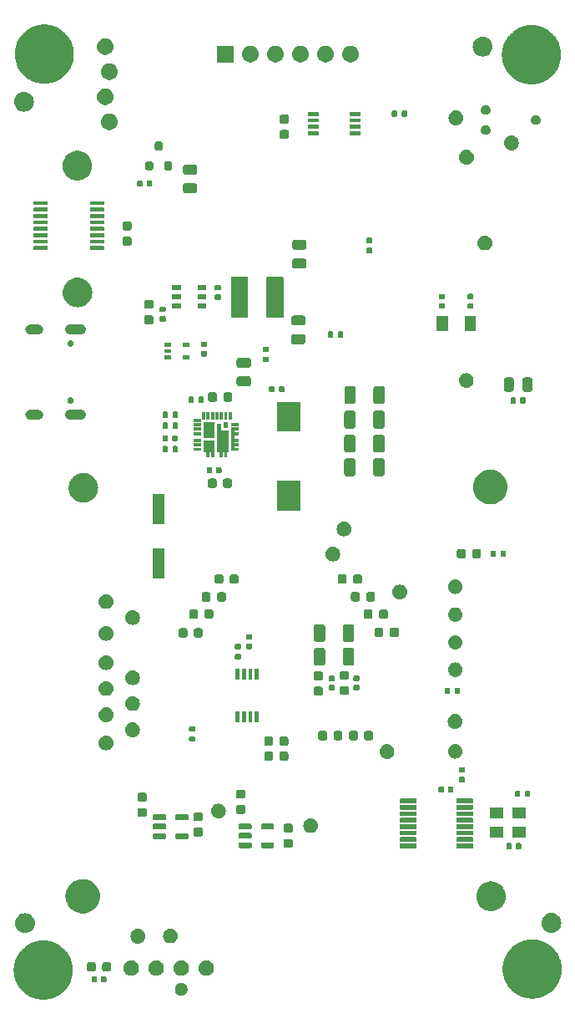
<source format=gbr>
%TF.GenerationSoftware,KiCad,Pcbnew,7.0.10*%
%TF.CreationDate,2024-03-11T15:02:14-04:00*%
%TF.ProjectId,bitaxeUltra,62697461-7865-4556-9c74-72612e6b6963,rev?*%
%TF.SameCoordinates,Original*%
%TF.FileFunction,Soldermask,Top*%
%TF.FilePolarity,Negative*%
%FSLAX46Y46*%
G04 Gerber Fmt 4.6, Leading zero omitted, Abs format (unit mm)*
G04 Created by KiCad (PCBNEW 7.0.10) date 2024-03-11 15:02:14*
%MOMM*%
%LPD*%
G01*
G04 APERTURE LIST*
G04 APERTURE END LIST*
G36*
X80793578Y-140836066D02*
G01*
X80879444Y-140836066D01*
X80958857Y-140845348D01*
X81040890Y-140849955D01*
X81134832Y-140865916D01*
X81225955Y-140876567D01*
X81297965Y-140893633D01*
X81372550Y-140906306D01*
X81470496Y-140934523D01*
X81565420Y-140957021D01*
X81629337Y-140980285D01*
X81695818Y-140999438D01*
X81796226Y-141041028D01*
X81893249Y-141076342D01*
X81948634Y-141104157D01*
X82006613Y-141128173D01*
X82107727Y-141184057D01*
X82205010Y-141232914D01*
X82251750Y-141263655D01*
X82301051Y-141290903D01*
X82400947Y-141361783D01*
X82496486Y-141424620D01*
X82534707Y-141456691D01*
X82575416Y-141485576D01*
X82672104Y-141571982D01*
X82763735Y-141648869D01*
X82793792Y-141680728D01*
X82826258Y-141709741D01*
X82917656Y-141812016D01*
X83003143Y-141902627D01*
X83025661Y-141932875D01*
X83050423Y-141960583D01*
X83134381Y-142078911D01*
X83211473Y-142182463D01*
X83227271Y-142209827D01*
X83245096Y-142234948D01*
X83319479Y-142369535D01*
X83385908Y-142484592D01*
X83396000Y-142507990D01*
X83407826Y-142529386D01*
X83470539Y-142680789D01*
X83524088Y-142804930D01*
X83529637Y-142823465D01*
X83536561Y-142840181D01*
X83585557Y-143010250D01*
X83624145Y-143139142D01*
X83626439Y-143152157D01*
X83629693Y-143163449D01*
X83663095Y-143360041D01*
X83684725Y-143482711D01*
X83685135Y-143489763D01*
X83686044Y-143495109D01*
X83702131Y-143781560D01*
X83705010Y-143830990D01*
X83702130Y-143880423D01*
X83686044Y-144166870D01*
X83685135Y-144172215D01*
X83684725Y-144179269D01*
X83663090Y-144301964D01*
X83629693Y-144498530D01*
X83626440Y-144509819D01*
X83624145Y-144522838D01*
X83585549Y-144651754D01*
X83536561Y-144821798D01*
X83529638Y-144838511D01*
X83524088Y-144857050D01*
X83470528Y-144981214D01*
X83407826Y-145132593D01*
X83396002Y-145153985D01*
X83385908Y-145177388D01*
X83319467Y-145292466D01*
X83245096Y-145427031D01*
X83227274Y-145452147D01*
X83211473Y-145479517D01*
X83134366Y-145583088D01*
X83050423Y-145701396D01*
X83025666Y-145729098D01*
X83003143Y-145759353D01*
X82917639Y-145849981D01*
X82826258Y-145952238D01*
X82793798Y-145981245D01*
X82763735Y-146013111D01*
X82672086Y-146090013D01*
X82575416Y-146176403D01*
X82534714Y-146205282D01*
X82496486Y-146237360D01*
X82400928Y-146300208D01*
X82301051Y-146371076D01*
X82251760Y-146398318D01*
X82205010Y-146429066D01*
X82107707Y-146477932D01*
X82006613Y-146533806D01*
X81948646Y-146557816D01*
X81893249Y-146585638D01*
X81796206Y-146620958D01*
X81695818Y-146662541D01*
X81629350Y-146681689D01*
X81565420Y-146704959D01*
X81470476Y-146727460D01*
X81372550Y-146755673D01*
X81297980Y-146768342D01*
X81225955Y-146785413D01*
X81134813Y-146796065D01*
X81040890Y-146812024D01*
X80958874Y-146816629D01*
X80879444Y-146825914D01*
X80793561Y-146825914D01*
X80705010Y-146830887D01*
X80616459Y-146825914D01*
X80530576Y-146825914D01*
X80451146Y-146816630D01*
X80369129Y-146812024D01*
X80275203Y-146796065D01*
X80184065Y-146785413D01*
X80112042Y-146768343D01*
X80037469Y-146755673D01*
X79939537Y-146727459D01*
X79844600Y-146704959D01*
X79780672Y-146681691D01*
X79714201Y-146662541D01*
X79613805Y-146620955D01*
X79516771Y-146585638D01*
X79461378Y-146557818D01*
X79403406Y-146533806D01*
X79302301Y-146477927D01*
X79205010Y-146429066D01*
X79158265Y-146398321D01*
X79108968Y-146371076D01*
X79009077Y-146300199D01*
X78913534Y-146237360D01*
X78875310Y-146205286D01*
X78834603Y-146176403D01*
X78737916Y-146089999D01*
X78646285Y-146013111D01*
X78616226Y-145981250D01*
X78583761Y-145952238D01*
X78492361Y-145849961D01*
X78406877Y-145759353D01*
X78384358Y-145729105D01*
X78359596Y-145701396D01*
X78275632Y-145583060D01*
X78198547Y-145479517D01*
X78182749Y-145452154D01*
X78164923Y-145427031D01*
X78090529Y-145292426D01*
X78024112Y-145177388D01*
X78014020Y-145153993D01*
X78002193Y-145132593D01*
X77939466Y-144981156D01*
X77885932Y-144857050D01*
X77880384Y-144838520D01*
X77873458Y-144821798D01*
X77824443Y-144651666D01*
X77785875Y-144522838D01*
X77783581Y-144509828D01*
X77780326Y-144498530D01*
X77746901Y-144301809D01*
X77725295Y-144179269D01*
X77724884Y-144172223D01*
X77723975Y-144166870D01*
X77707861Y-143879943D01*
X77705010Y-143830990D01*
X77707861Y-143782040D01*
X77723975Y-143495109D01*
X77724884Y-143489754D01*
X77725295Y-143482711D01*
X77746897Y-143360197D01*
X77780326Y-143163449D01*
X77783581Y-143152148D01*
X77785875Y-143139142D01*
X77824436Y-143010339D01*
X77873458Y-142840181D01*
X77880385Y-142823456D01*
X77885932Y-142804930D01*
X77939455Y-142680847D01*
X78002193Y-142529386D01*
X78014022Y-142507982D01*
X78024112Y-142484592D01*
X78090516Y-142369576D01*
X78164923Y-142234948D01*
X78182752Y-142209819D01*
X78198547Y-142182463D01*
X78275616Y-142078940D01*
X78359596Y-141960583D01*
X78384363Y-141932868D01*
X78406877Y-141902627D01*
X78492344Y-141812036D01*
X78583761Y-141709741D01*
X78616232Y-141680722D01*
X78646285Y-141648869D01*
X78737898Y-141571995D01*
X78834603Y-141485576D01*
X78875318Y-141456686D01*
X78913534Y-141424620D01*
X79009058Y-141361792D01*
X79108968Y-141290903D01*
X79158274Y-141263652D01*
X79205010Y-141232914D01*
X79302281Y-141184062D01*
X79403406Y-141128173D01*
X79461390Y-141104155D01*
X79516771Y-141076342D01*
X79613785Y-141041031D01*
X79714201Y-140999438D01*
X79780686Y-140980283D01*
X79844600Y-140957021D01*
X79939518Y-140934525D01*
X80037469Y-140906306D01*
X80112057Y-140893633D01*
X80184065Y-140876567D01*
X80275184Y-140865916D01*
X80369129Y-140849955D01*
X80451162Y-140845348D01*
X80530576Y-140836066D01*
X80616441Y-140836066D01*
X80705010Y-140831092D01*
X80793578Y-140836066D01*
G37*
G36*
X130390568Y-140733076D02*
G01*
X130476434Y-140733076D01*
X130555847Y-140742358D01*
X130637880Y-140746965D01*
X130731822Y-140762926D01*
X130822945Y-140773577D01*
X130894955Y-140790643D01*
X130969540Y-140803316D01*
X131067486Y-140831533D01*
X131162410Y-140854031D01*
X131226327Y-140877295D01*
X131292808Y-140896448D01*
X131393216Y-140938038D01*
X131490239Y-140973352D01*
X131545624Y-141001167D01*
X131603603Y-141025183D01*
X131704717Y-141081067D01*
X131802000Y-141129924D01*
X131848740Y-141160665D01*
X131898041Y-141187913D01*
X131997937Y-141258793D01*
X132093476Y-141321630D01*
X132131697Y-141353701D01*
X132172406Y-141382586D01*
X132269094Y-141468992D01*
X132360725Y-141545879D01*
X132390782Y-141577738D01*
X132423248Y-141606751D01*
X132514646Y-141709026D01*
X132600133Y-141799637D01*
X132622651Y-141829885D01*
X132647413Y-141857593D01*
X132731371Y-141975921D01*
X132808463Y-142079473D01*
X132824261Y-142106837D01*
X132842086Y-142131958D01*
X132916469Y-142266545D01*
X132982898Y-142381602D01*
X132992990Y-142405000D01*
X133004816Y-142426396D01*
X133067529Y-142577799D01*
X133121078Y-142701940D01*
X133126627Y-142720475D01*
X133133551Y-142737191D01*
X133182547Y-142907260D01*
X133221135Y-143036152D01*
X133223429Y-143049167D01*
X133226683Y-143060459D01*
X133260085Y-143257051D01*
X133281715Y-143379721D01*
X133282125Y-143386773D01*
X133283034Y-143392119D01*
X133299121Y-143678570D01*
X133302000Y-143728000D01*
X133299120Y-143777433D01*
X133283034Y-144063880D01*
X133282125Y-144069225D01*
X133281715Y-144076279D01*
X133260080Y-144198974D01*
X133226683Y-144395540D01*
X133223430Y-144406829D01*
X133221135Y-144419848D01*
X133182539Y-144548764D01*
X133133551Y-144718808D01*
X133126628Y-144735521D01*
X133121078Y-144754060D01*
X133067518Y-144878224D01*
X133004816Y-145029603D01*
X132992992Y-145050995D01*
X132982898Y-145074398D01*
X132916457Y-145189476D01*
X132842086Y-145324041D01*
X132824264Y-145349157D01*
X132808463Y-145376527D01*
X132731356Y-145480098D01*
X132647413Y-145598406D01*
X132622656Y-145626108D01*
X132600133Y-145656363D01*
X132514629Y-145746991D01*
X132423248Y-145849248D01*
X132390788Y-145878255D01*
X132360725Y-145910121D01*
X132269076Y-145987023D01*
X132172406Y-146073413D01*
X132131704Y-146102292D01*
X132093476Y-146134370D01*
X131997918Y-146197218D01*
X131898041Y-146268086D01*
X131848750Y-146295328D01*
X131802000Y-146326076D01*
X131704697Y-146374942D01*
X131603603Y-146430816D01*
X131545636Y-146454826D01*
X131490239Y-146482648D01*
X131393196Y-146517968D01*
X131292808Y-146559551D01*
X131226340Y-146578699D01*
X131162410Y-146601969D01*
X131067466Y-146624470D01*
X130969540Y-146652683D01*
X130894970Y-146665352D01*
X130822945Y-146682423D01*
X130731803Y-146693075D01*
X130637880Y-146709034D01*
X130555864Y-146713639D01*
X130476434Y-146722924D01*
X130390551Y-146722924D01*
X130302000Y-146727897D01*
X130213449Y-146722924D01*
X130127566Y-146722924D01*
X130048136Y-146713640D01*
X129966119Y-146709034D01*
X129872193Y-146693075D01*
X129781055Y-146682423D01*
X129709032Y-146665353D01*
X129634459Y-146652683D01*
X129536527Y-146624469D01*
X129441590Y-146601969D01*
X129377662Y-146578701D01*
X129311191Y-146559551D01*
X129210795Y-146517965D01*
X129113761Y-146482648D01*
X129058368Y-146454828D01*
X129000396Y-146430816D01*
X128899291Y-146374937D01*
X128802000Y-146326076D01*
X128755255Y-146295331D01*
X128705958Y-146268086D01*
X128606067Y-146197209D01*
X128510524Y-146134370D01*
X128472300Y-146102296D01*
X128431593Y-146073413D01*
X128334906Y-145987009D01*
X128243275Y-145910121D01*
X128213216Y-145878260D01*
X128180751Y-145849248D01*
X128089351Y-145746971D01*
X128003867Y-145656363D01*
X127981348Y-145626115D01*
X127956586Y-145598406D01*
X127872622Y-145480070D01*
X127795537Y-145376527D01*
X127779739Y-145349164D01*
X127761913Y-145324041D01*
X127687519Y-145189436D01*
X127621102Y-145074398D01*
X127611010Y-145051003D01*
X127599183Y-145029603D01*
X127536456Y-144878166D01*
X127482922Y-144754060D01*
X127477374Y-144735530D01*
X127470448Y-144718808D01*
X127421433Y-144548676D01*
X127382865Y-144419848D01*
X127380571Y-144406838D01*
X127377316Y-144395540D01*
X127343891Y-144198819D01*
X127322285Y-144076279D01*
X127321874Y-144069233D01*
X127320965Y-144063880D01*
X127304851Y-143776953D01*
X127302000Y-143728000D01*
X127304851Y-143679050D01*
X127320965Y-143392119D01*
X127321874Y-143386764D01*
X127322285Y-143379721D01*
X127343887Y-143257207D01*
X127377316Y-143060459D01*
X127380571Y-143049158D01*
X127382865Y-143036152D01*
X127421426Y-142907349D01*
X127470448Y-142737191D01*
X127477375Y-142720466D01*
X127482922Y-142701940D01*
X127536445Y-142577857D01*
X127599183Y-142426396D01*
X127611012Y-142404992D01*
X127621102Y-142381602D01*
X127687506Y-142266586D01*
X127761913Y-142131958D01*
X127779742Y-142106829D01*
X127795537Y-142079473D01*
X127872606Y-141975950D01*
X127956586Y-141857593D01*
X127981353Y-141829878D01*
X128003867Y-141799637D01*
X128089334Y-141709046D01*
X128180751Y-141606751D01*
X128213222Y-141577732D01*
X128243275Y-141545879D01*
X128334888Y-141469005D01*
X128431593Y-141382586D01*
X128472308Y-141353696D01*
X128510524Y-141321630D01*
X128606048Y-141258802D01*
X128705958Y-141187913D01*
X128755264Y-141160662D01*
X128802000Y-141129924D01*
X128899271Y-141081072D01*
X129000396Y-141025183D01*
X129058380Y-141001165D01*
X129113761Y-140973352D01*
X129210775Y-140938041D01*
X129311191Y-140896448D01*
X129377676Y-140877293D01*
X129441590Y-140854031D01*
X129536508Y-140831535D01*
X129634459Y-140803316D01*
X129709047Y-140790643D01*
X129781055Y-140773577D01*
X129872174Y-140762926D01*
X129966119Y-140746965D01*
X130048152Y-140742358D01*
X130127566Y-140733076D01*
X130213431Y-140733076D01*
X130302000Y-140728102D01*
X130390568Y-140733076D01*
G37*
G36*
X94739262Y-145139023D02*
G01*
X94779072Y-145139023D01*
X94812591Y-145147284D01*
X94845032Y-145150940D01*
X94887000Y-145165625D01*
X94930678Y-145176391D01*
X94956504Y-145189945D01*
X94981849Y-145198814D01*
X95024684Y-145225728D01*
X95068936Y-145248954D01*
X95086716Y-145264706D01*
X95104579Y-145275930D01*
X95144914Y-145316265D01*
X95185810Y-145352496D01*
X95196205Y-145367556D01*
X95207070Y-145378421D01*
X95241223Y-145432776D01*
X95274510Y-145481000D01*
X95279055Y-145492986D01*
X95284186Y-145501151D01*
X95308442Y-145570472D01*
X95329879Y-145626996D01*
X95330760Y-145634253D01*
X95332060Y-145637968D01*
X95342984Y-145734932D01*
X95348700Y-145782001D01*
X95342984Y-145829073D01*
X95332060Y-145926033D01*
X95330760Y-145929747D01*
X95329879Y-145937006D01*
X95308438Y-145993540D01*
X95284186Y-146062850D01*
X95279056Y-146071013D01*
X95274510Y-146083002D01*
X95241216Y-146131236D01*
X95207070Y-146185580D01*
X95196207Y-146196442D01*
X95185810Y-146211506D01*
X95144905Y-146247744D01*
X95104579Y-146288071D01*
X95086720Y-146299292D01*
X95068936Y-146315048D01*
X95024674Y-146338278D01*
X94981849Y-146365187D01*
X94956509Y-146374053D01*
X94930678Y-146387611D01*
X94886990Y-146398379D01*
X94845032Y-146413061D01*
X94812599Y-146416715D01*
X94779072Y-146424979D01*
X94739254Y-146424979D01*
X94701000Y-146429289D01*
X94662746Y-146424979D01*
X94622928Y-146424979D01*
X94589401Y-146416715D01*
X94556967Y-146413061D01*
X94515005Y-146398378D01*
X94471322Y-146387611D01*
X94445492Y-146374054D01*
X94420150Y-146365187D01*
X94377319Y-146338274D01*
X94333064Y-146315048D01*
X94315281Y-146299294D01*
X94297420Y-146288071D01*
X94257085Y-146247736D01*
X94216190Y-146211506D01*
X94205794Y-146196445D01*
X94194929Y-146185580D01*
X94160772Y-146131219D01*
X94127490Y-146083002D01*
X94122944Y-146071017D01*
X94117813Y-146062850D01*
X94093548Y-145993506D01*
X94072121Y-145937006D01*
X94071240Y-145929751D01*
X94069939Y-145926033D01*
X94059001Y-145828959D01*
X94053300Y-145782001D01*
X94059001Y-145735047D01*
X94069939Y-145637968D01*
X94071240Y-145634248D01*
X94072121Y-145626996D01*
X94093544Y-145570507D01*
X94117813Y-145501151D01*
X94122945Y-145492982D01*
X94127490Y-145481000D01*
X94160765Y-145432792D01*
X94194929Y-145378421D01*
X94205796Y-145367553D01*
X94216190Y-145352496D01*
X94257076Y-145316273D01*
X94297420Y-145275930D01*
X94315285Y-145264704D01*
X94333064Y-145248954D01*
X94377309Y-145225732D01*
X94420150Y-145198814D01*
X94445497Y-145189944D01*
X94471322Y-145176391D01*
X94514995Y-145165626D01*
X94556967Y-145150940D01*
X94589408Y-145147284D01*
X94622928Y-145139023D01*
X94662737Y-145139023D01*
X94701000Y-145134712D01*
X94739262Y-145139023D01*
G37*
G36*
X86073576Y-144480657D02*
G01*
X86118995Y-144511005D01*
X86149343Y-144556424D01*
X86160000Y-144610000D01*
X86160000Y-144950000D01*
X86149343Y-145003576D01*
X86118995Y-145048995D01*
X86073576Y-145079343D01*
X86020000Y-145090000D01*
X85740000Y-145090000D01*
X85686424Y-145079343D01*
X85641005Y-145048995D01*
X85610657Y-145003576D01*
X85600000Y-144950000D01*
X85600000Y-144610000D01*
X85610657Y-144556424D01*
X85641005Y-144511005D01*
X85686424Y-144480657D01*
X85740000Y-144470000D01*
X86020000Y-144470000D01*
X86073576Y-144480657D01*
G37*
G36*
X87033576Y-144480657D02*
G01*
X87078995Y-144511005D01*
X87109343Y-144556424D01*
X87120000Y-144610000D01*
X87120000Y-144950000D01*
X87109343Y-145003576D01*
X87078995Y-145048995D01*
X87033576Y-145079343D01*
X86980000Y-145090000D01*
X86700000Y-145090000D01*
X86646424Y-145079343D01*
X86601005Y-145048995D01*
X86570657Y-145003576D01*
X86560000Y-144950000D01*
X86560000Y-144610000D01*
X86570657Y-144556424D01*
X86601005Y-144511005D01*
X86646424Y-144480657D01*
X86700000Y-144470000D01*
X86980000Y-144470000D01*
X87033576Y-144480657D01*
G37*
G36*
X89662447Y-142839270D02*
G01*
X89703267Y-142839270D01*
X89749317Y-142849058D01*
X89796213Y-142854342D01*
X89830310Y-142866273D01*
X89864212Y-142873479D01*
X89913068Y-142895231D01*
X89962640Y-142912577D01*
X89988443Y-142928790D01*
X90014519Y-142940400D01*
X90063142Y-142975727D01*
X90111936Y-143006386D01*
X90129457Y-143023907D01*
X90147632Y-143037112D01*
X90192564Y-143087014D01*
X90236614Y-143131064D01*
X90246745Y-143147188D01*
X90257731Y-143159389D01*
X90295308Y-143224475D01*
X90330423Y-143280360D01*
X90334807Y-143292890D01*
X90339997Y-143301879D01*
X90366576Y-143383681D01*
X90388658Y-143446787D01*
X90389495Y-143454216D01*
X90390843Y-143458365D01*
X90403059Y-143574604D01*
X90408400Y-143622000D01*
X90403059Y-143669399D01*
X90390843Y-143785634D01*
X90389495Y-143789781D01*
X90388658Y-143797213D01*
X90366572Y-143860331D01*
X90339997Y-143942120D01*
X90334808Y-143951106D01*
X90330423Y-143963640D01*
X90295301Y-144019535D01*
X90257731Y-144084610D01*
X90246748Y-144096807D01*
X90236614Y-144112936D01*
X90192555Y-144156994D01*
X90147632Y-144206887D01*
X90129461Y-144220088D01*
X90111936Y-144237614D01*
X90063132Y-144268279D01*
X90014519Y-144303599D01*
X89988448Y-144315206D01*
X89962640Y-144331423D01*
X89913057Y-144348772D01*
X89864212Y-144370520D01*
X89830316Y-144377724D01*
X89796213Y-144389658D01*
X89749314Y-144394942D01*
X89703267Y-144404730D01*
X89662447Y-144404730D01*
X89621000Y-144409400D01*
X89579553Y-144404730D01*
X89538733Y-144404730D01*
X89492684Y-144394942D01*
X89445787Y-144389658D01*
X89411684Y-144377725D01*
X89377787Y-144370520D01*
X89328937Y-144348770D01*
X89279360Y-144331423D01*
X89253553Y-144315207D01*
X89227480Y-144303599D01*
X89178859Y-144268274D01*
X89130064Y-144237614D01*
X89112541Y-144220091D01*
X89094367Y-144206887D01*
X89049434Y-144156984D01*
X89005386Y-144112936D01*
X88995254Y-144096811D01*
X88984268Y-144084610D01*
X88946686Y-144019515D01*
X88911577Y-143963640D01*
X88907192Y-143951111D01*
X88902002Y-143942120D01*
X88875413Y-143860291D01*
X88853342Y-143797213D01*
X88852505Y-143789786D01*
X88851156Y-143785634D01*
X88838925Y-143669267D01*
X88833600Y-143622000D01*
X88838925Y-143574736D01*
X88851156Y-143458365D01*
X88852505Y-143454212D01*
X88853342Y-143446787D01*
X88875409Y-143383721D01*
X88902002Y-143301879D01*
X88907193Y-143292886D01*
X88911577Y-143280360D01*
X88946679Y-143224495D01*
X88984268Y-143159389D01*
X88995256Y-143147185D01*
X89005386Y-143131064D01*
X89049426Y-143087023D01*
X89094369Y-143037110D01*
X89112547Y-143023902D01*
X89130064Y-143006386D01*
X89178844Y-142975734D01*
X89227478Y-142940401D01*
X89253558Y-142928789D01*
X89279360Y-142912577D01*
X89328927Y-142895232D01*
X89377787Y-142873479D01*
X89411690Y-142866272D01*
X89445787Y-142854342D01*
X89492681Y-142849058D01*
X89538733Y-142839270D01*
X89579553Y-142839270D01*
X89621000Y-142834600D01*
X89662447Y-142839270D01*
G37*
G36*
X92202447Y-142839270D02*
G01*
X92243267Y-142839270D01*
X92289317Y-142849058D01*
X92336213Y-142854342D01*
X92370310Y-142866273D01*
X92404212Y-142873479D01*
X92453068Y-142895231D01*
X92502640Y-142912577D01*
X92528443Y-142928790D01*
X92554519Y-142940400D01*
X92603142Y-142975727D01*
X92651936Y-143006386D01*
X92669457Y-143023907D01*
X92687632Y-143037112D01*
X92732564Y-143087014D01*
X92776614Y-143131064D01*
X92786745Y-143147188D01*
X92797731Y-143159389D01*
X92835308Y-143224475D01*
X92870423Y-143280360D01*
X92874807Y-143292890D01*
X92879997Y-143301879D01*
X92906576Y-143383681D01*
X92928658Y-143446787D01*
X92929495Y-143454216D01*
X92930843Y-143458365D01*
X92943059Y-143574604D01*
X92948400Y-143622000D01*
X92943059Y-143669399D01*
X92930843Y-143785634D01*
X92929495Y-143789781D01*
X92928658Y-143797213D01*
X92906572Y-143860331D01*
X92879997Y-143942120D01*
X92874808Y-143951106D01*
X92870423Y-143963640D01*
X92835301Y-144019535D01*
X92797731Y-144084610D01*
X92786748Y-144096807D01*
X92776614Y-144112936D01*
X92732555Y-144156994D01*
X92687632Y-144206887D01*
X92669461Y-144220088D01*
X92651936Y-144237614D01*
X92603132Y-144268279D01*
X92554519Y-144303599D01*
X92528448Y-144315206D01*
X92502640Y-144331423D01*
X92453057Y-144348772D01*
X92404212Y-144370520D01*
X92370316Y-144377724D01*
X92336213Y-144389658D01*
X92289314Y-144394942D01*
X92243267Y-144404730D01*
X92202447Y-144404730D01*
X92161000Y-144409400D01*
X92119553Y-144404730D01*
X92078733Y-144404730D01*
X92032684Y-144394942D01*
X91985787Y-144389658D01*
X91951684Y-144377725D01*
X91917787Y-144370520D01*
X91868937Y-144348770D01*
X91819360Y-144331423D01*
X91793553Y-144315207D01*
X91767480Y-144303599D01*
X91718859Y-144268274D01*
X91670064Y-144237614D01*
X91652541Y-144220091D01*
X91634367Y-144206887D01*
X91589434Y-144156984D01*
X91545386Y-144112936D01*
X91535254Y-144096811D01*
X91524268Y-144084610D01*
X91486686Y-144019515D01*
X91451577Y-143963640D01*
X91447192Y-143951111D01*
X91442002Y-143942120D01*
X91415413Y-143860291D01*
X91393342Y-143797213D01*
X91392505Y-143789786D01*
X91391156Y-143785634D01*
X91378925Y-143669267D01*
X91373600Y-143622000D01*
X91378925Y-143574736D01*
X91391156Y-143458365D01*
X91392505Y-143454212D01*
X91393342Y-143446787D01*
X91415409Y-143383721D01*
X91442002Y-143301879D01*
X91447193Y-143292886D01*
X91451577Y-143280360D01*
X91486679Y-143224495D01*
X91524268Y-143159389D01*
X91535256Y-143147185D01*
X91545386Y-143131064D01*
X91589426Y-143087023D01*
X91634369Y-143037110D01*
X91652547Y-143023902D01*
X91670064Y-143006386D01*
X91718844Y-142975734D01*
X91767478Y-142940401D01*
X91793558Y-142928789D01*
X91819360Y-142912577D01*
X91868927Y-142895232D01*
X91917787Y-142873479D01*
X91951690Y-142866272D01*
X91985787Y-142854342D01*
X92032681Y-142849058D01*
X92078733Y-142839270D01*
X92119553Y-142839270D01*
X92161000Y-142834600D01*
X92202447Y-142839270D01*
G37*
G36*
X94742447Y-142839270D02*
G01*
X94783267Y-142839270D01*
X94829317Y-142849058D01*
X94876213Y-142854342D01*
X94910310Y-142866273D01*
X94944212Y-142873479D01*
X94993068Y-142895231D01*
X95042640Y-142912577D01*
X95068443Y-142928790D01*
X95094519Y-142940400D01*
X95143142Y-142975727D01*
X95191936Y-143006386D01*
X95209457Y-143023907D01*
X95227632Y-143037112D01*
X95272564Y-143087014D01*
X95316614Y-143131064D01*
X95326745Y-143147188D01*
X95337731Y-143159389D01*
X95375308Y-143224475D01*
X95410423Y-143280360D01*
X95414807Y-143292890D01*
X95419997Y-143301879D01*
X95446576Y-143383681D01*
X95468658Y-143446787D01*
X95469495Y-143454216D01*
X95470843Y-143458365D01*
X95483059Y-143574604D01*
X95488400Y-143622000D01*
X95483059Y-143669399D01*
X95470843Y-143785634D01*
X95469495Y-143789781D01*
X95468658Y-143797213D01*
X95446572Y-143860331D01*
X95419997Y-143942120D01*
X95414808Y-143951106D01*
X95410423Y-143963640D01*
X95375301Y-144019535D01*
X95337731Y-144084610D01*
X95326748Y-144096807D01*
X95316614Y-144112936D01*
X95272555Y-144156994D01*
X95227632Y-144206887D01*
X95209461Y-144220088D01*
X95191936Y-144237614D01*
X95143132Y-144268279D01*
X95094519Y-144303599D01*
X95068448Y-144315206D01*
X95042640Y-144331423D01*
X94993057Y-144348772D01*
X94944212Y-144370520D01*
X94910316Y-144377724D01*
X94876213Y-144389658D01*
X94829314Y-144394942D01*
X94783267Y-144404730D01*
X94742447Y-144404730D01*
X94701000Y-144409400D01*
X94659553Y-144404730D01*
X94618733Y-144404730D01*
X94572684Y-144394942D01*
X94525787Y-144389658D01*
X94491684Y-144377725D01*
X94457787Y-144370520D01*
X94408937Y-144348770D01*
X94359360Y-144331423D01*
X94333553Y-144315207D01*
X94307480Y-144303599D01*
X94258859Y-144268274D01*
X94210064Y-144237614D01*
X94192541Y-144220091D01*
X94174367Y-144206887D01*
X94129434Y-144156984D01*
X94085386Y-144112936D01*
X94075254Y-144096811D01*
X94064268Y-144084610D01*
X94026686Y-144019515D01*
X93991577Y-143963640D01*
X93987192Y-143951111D01*
X93982002Y-143942120D01*
X93955413Y-143860291D01*
X93933342Y-143797213D01*
X93932505Y-143789786D01*
X93931156Y-143785634D01*
X93918925Y-143669267D01*
X93913600Y-143622000D01*
X93918925Y-143574736D01*
X93931156Y-143458365D01*
X93932505Y-143454212D01*
X93933342Y-143446787D01*
X93955409Y-143383721D01*
X93982002Y-143301879D01*
X93987193Y-143292886D01*
X93991577Y-143280360D01*
X94026679Y-143224495D01*
X94064268Y-143159389D01*
X94075256Y-143147185D01*
X94085386Y-143131064D01*
X94129426Y-143087023D01*
X94174369Y-143037110D01*
X94192547Y-143023902D01*
X94210064Y-143006386D01*
X94258844Y-142975734D01*
X94307478Y-142940401D01*
X94333558Y-142928789D01*
X94359360Y-142912577D01*
X94408927Y-142895232D01*
X94457787Y-142873479D01*
X94491690Y-142866272D01*
X94525787Y-142854342D01*
X94572681Y-142849058D01*
X94618733Y-142839270D01*
X94659553Y-142839270D01*
X94701000Y-142834600D01*
X94742447Y-142839270D01*
G37*
G36*
X97282447Y-142839270D02*
G01*
X97323267Y-142839270D01*
X97369317Y-142849058D01*
X97416213Y-142854342D01*
X97450310Y-142866273D01*
X97484212Y-142873479D01*
X97533068Y-142895231D01*
X97582640Y-142912577D01*
X97608443Y-142928790D01*
X97634519Y-142940400D01*
X97683142Y-142975727D01*
X97731936Y-143006386D01*
X97749457Y-143023907D01*
X97767632Y-143037112D01*
X97812564Y-143087014D01*
X97856614Y-143131064D01*
X97866745Y-143147188D01*
X97877731Y-143159389D01*
X97915308Y-143224475D01*
X97950423Y-143280360D01*
X97954807Y-143292890D01*
X97959997Y-143301879D01*
X97986576Y-143383681D01*
X98008658Y-143446787D01*
X98009495Y-143454216D01*
X98010843Y-143458365D01*
X98023059Y-143574604D01*
X98028400Y-143622000D01*
X98023059Y-143669399D01*
X98010843Y-143785634D01*
X98009495Y-143789781D01*
X98008658Y-143797213D01*
X97986572Y-143860331D01*
X97959997Y-143942120D01*
X97954808Y-143951106D01*
X97950423Y-143963640D01*
X97915301Y-144019535D01*
X97877731Y-144084610D01*
X97866748Y-144096807D01*
X97856614Y-144112936D01*
X97812555Y-144156994D01*
X97767632Y-144206887D01*
X97749461Y-144220088D01*
X97731936Y-144237614D01*
X97683132Y-144268279D01*
X97634519Y-144303599D01*
X97608448Y-144315206D01*
X97582640Y-144331423D01*
X97533057Y-144348772D01*
X97484212Y-144370520D01*
X97450316Y-144377724D01*
X97416213Y-144389658D01*
X97369314Y-144394942D01*
X97323267Y-144404730D01*
X97282447Y-144404730D01*
X97241000Y-144409400D01*
X97199553Y-144404730D01*
X97158733Y-144404730D01*
X97112684Y-144394942D01*
X97065787Y-144389658D01*
X97031684Y-144377725D01*
X96997787Y-144370520D01*
X96948937Y-144348770D01*
X96899360Y-144331423D01*
X96873553Y-144315207D01*
X96847480Y-144303599D01*
X96798859Y-144268274D01*
X96750064Y-144237614D01*
X96732541Y-144220091D01*
X96714367Y-144206887D01*
X96669434Y-144156984D01*
X96625386Y-144112936D01*
X96615254Y-144096811D01*
X96604268Y-144084610D01*
X96566686Y-144019515D01*
X96531577Y-143963640D01*
X96527192Y-143951111D01*
X96522002Y-143942120D01*
X96495413Y-143860291D01*
X96473342Y-143797213D01*
X96472505Y-143789786D01*
X96471156Y-143785634D01*
X96458925Y-143669267D01*
X96453600Y-143622000D01*
X96458925Y-143574736D01*
X96471156Y-143458365D01*
X96472505Y-143454212D01*
X96473342Y-143446787D01*
X96495409Y-143383721D01*
X96522002Y-143301879D01*
X96527193Y-143292886D01*
X96531577Y-143280360D01*
X96566679Y-143224495D01*
X96604268Y-143159389D01*
X96615256Y-143147185D01*
X96625386Y-143131064D01*
X96669426Y-143087023D01*
X96714369Y-143037110D01*
X96732547Y-143023902D01*
X96750064Y-143006386D01*
X96798844Y-142975734D01*
X96847478Y-142940401D01*
X96873558Y-142928789D01*
X96899360Y-142912577D01*
X96948927Y-142895232D01*
X96997787Y-142873479D01*
X97031690Y-142866272D01*
X97065787Y-142854342D01*
X97112681Y-142849058D01*
X97158733Y-142839270D01*
X97199553Y-142839270D01*
X97241000Y-142834600D01*
X97282447Y-142839270D01*
G37*
G36*
X85815260Y-143036046D02*
G01*
X85859134Y-143041136D01*
X85874124Y-143047755D01*
X85896104Y-143052127D01*
X85919635Y-143067850D01*
X85936521Y-143075306D01*
X85948054Y-143086839D01*
X85969099Y-143100901D01*
X85983160Y-143121945D01*
X85994693Y-143133478D01*
X86002148Y-143150362D01*
X86017873Y-143173896D01*
X86022245Y-143195877D01*
X86028863Y-143210865D01*
X86033951Y-143254729D01*
X86035000Y-143260000D01*
X86035000Y-143760000D01*
X86033951Y-143765272D01*
X86028863Y-143809134D01*
X86022245Y-143824120D01*
X86017873Y-143846104D01*
X86002146Y-143869639D01*
X85994693Y-143886521D01*
X85983162Y-143898051D01*
X85969099Y-143919099D01*
X85948051Y-143933162D01*
X85936521Y-143944693D01*
X85919639Y-143952146D01*
X85896104Y-143967873D01*
X85874120Y-143972245D01*
X85859134Y-143978863D01*
X85815272Y-143983951D01*
X85810000Y-143985000D01*
X85360000Y-143985000D01*
X85354729Y-143983951D01*
X85310865Y-143978863D01*
X85295877Y-143972245D01*
X85273896Y-143967873D01*
X85250362Y-143952148D01*
X85233478Y-143944693D01*
X85221945Y-143933160D01*
X85200901Y-143919099D01*
X85186839Y-143898054D01*
X85175306Y-143886521D01*
X85167850Y-143869635D01*
X85152127Y-143846104D01*
X85147755Y-143824124D01*
X85141136Y-143809134D01*
X85136046Y-143765260D01*
X85135000Y-143760000D01*
X85135000Y-143260000D01*
X85136046Y-143254741D01*
X85141136Y-143210865D01*
X85147755Y-143195873D01*
X85152127Y-143173896D01*
X85167848Y-143150366D01*
X85175306Y-143133478D01*
X85186841Y-143121942D01*
X85200901Y-143100901D01*
X85221942Y-143086841D01*
X85233478Y-143075306D01*
X85250366Y-143067848D01*
X85273896Y-143052127D01*
X85295873Y-143047755D01*
X85310865Y-143041136D01*
X85354741Y-143036046D01*
X85360000Y-143035000D01*
X85810000Y-143035000D01*
X85815260Y-143036046D01*
G37*
G36*
X87365260Y-143036046D02*
G01*
X87409134Y-143041136D01*
X87424124Y-143047755D01*
X87446104Y-143052127D01*
X87469635Y-143067850D01*
X87486521Y-143075306D01*
X87498054Y-143086839D01*
X87519099Y-143100901D01*
X87533160Y-143121945D01*
X87544693Y-143133478D01*
X87552148Y-143150362D01*
X87567873Y-143173896D01*
X87572245Y-143195877D01*
X87578863Y-143210865D01*
X87583951Y-143254729D01*
X87585000Y-143260000D01*
X87585000Y-143760000D01*
X87583951Y-143765272D01*
X87578863Y-143809134D01*
X87572245Y-143824120D01*
X87567873Y-143846104D01*
X87552146Y-143869639D01*
X87544693Y-143886521D01*
X87533162Y-143898051D01*
X87519099Y-143919099D01*
X87498051Y-143933162D01*
X87486521Y-143944693D01*
X87469639Y-143952146D01*
X87446104Y-143967873D01*
X87424120Y-143972245D01*
X87409134Y-143978863D01*
X87365272Y-143983951D01*
X87360000Y-143985000D01*
X86910000Y-143985000D01*
X86904729Y-143983951D01*
X86860865Y-143978863D01*
X86845877Y-143972245D01*
X86823896Y-143967873D01*
X86800362Y-143952148D01*
X86783478Y-143944693D01*
X86771945Y-143933160D01*
X86750901Y-143919099D01*
X86736839Y-143898054D01*
X86725306Y-143886521D01*
X86717850Y-143869635D01*
X86702127Y-143846104D01*
X86697755Y-143824124D01*
X86691136Y-143809134D01*
X86686046Y-143765260D01*
X86685000Y-143760000D01*
X86685000Y-143260000D01*
X86686046Y-143254741D01*
X86691136Y-143210865D01*
X86697755Y-143195873D01*
X86702127Y-143173896D01*
X86717848Y-143150366D01*
X86725306Y-143133478D01*
X86736841Y-143121942D01*
X86750901Y-143100901D01*
X86771942Y-143086841D01*
X86783478Y-143075306D01*
X86800366Y-143067848D01*
X86823896Y-143052127D01*
X86845873Y-143047755D01*
X86860865Y-143041136D01*
X86904741Y-143036046D01*
X86910000Y-143035000D01*
X87360000Y-143035000D01*
X87365260Y-143036046D01*
G37*
G36*
X90466891Y-139678804D02*
G01*
X90625413Y-139734273D01*
X90767617Y-139823626D01*
X90886374Y-139942383D01*
X90975727Y-140084587D01*
X91031196Y-140243109D01*
X91050000Y-140410000D01*
X91031196Y-140576891D01*
X90975727Y-140735413D01*
X90886374Y-140877617D01*
X90767617Y-140996374D01*
X90625413Y-141085727D01*
X90466891Y-141141196D01*
X90300000Y-141160000D01*
X90133109Y-141141196D01*
X89974587Y-141085727D01*
X89832383Y-140996374D01*
X89713626Y-140877617D01*
X89624273Y-140735413D01*
X89568804Y-140576891D01*
X89550000Y-140410000D01*
X89568804Y-140243109D01*
X89624273Y-140084587D01*
X89713626Y-139942383D01*
X89832383Y-139823626D01*
X89974587Y-139734273D01*
X90133109Y-139678804D01*
X90300000Y-139660000D01*
X90466891Y-139678804D01*
G37*
G36*
X93776891Y-139648804D02*
G01*
X93935413Y-139704273D01*
X94077617Y-139793626D01*
X94196374Y-139912383D01*
X94285727Y-140054587D01*
X94341196Y-140213109D01*
X94360000Y-140380000D01*
X94341196Y-140546891D01*
X94285727Y-140705413D01*
X94196374Y-140847617D01*
X94077617Y-140966374D01*
X93935413Y-141055727D01*
X93776891Y-141111196D01*
X93610000Y-141130000D01*
X93443109Y-141111196D01*
X93284587Y-141055727D01*
X93142383Y-140966374D01*
X93023626Y-140847617D01*
X92934273Y-140705413D01*
X92878804Y-140546891D01*
X92860000Y-140380000D01*
X92878804Y-140213109D01*
X92934273Y-140054587D01*
X93023626Y-139912383D01*
X93142383Y-139793626D01*
X93284587Y-139704273D01*
X93443109Y-139648804D01*
X93610000Y-139630000D01*
X93776891Y-139648804D01*
G37*
G36*
X79045090Y-138089215D02*
G01*
X79232683Y-138146120D01*
X79405570Y-138238530D01*
X79557107Y-138362893D01*
X79681470Y-138514430D01*
X79773880Y-138687317D01*
X79830785Y-138874910D01*
X79850000Y-139070000D01*
X79830785Y-139265090D01*
X79773880Y-139452683D01*
X79681470Y-139625570D01*
X79557107Y-139777107D01*
X79405570Y-139901470D01*
X79232683Y-139993880D01*
X79045090Y-140050785D01*
X78850000Y-140070000D01*
X78654910Y-140050785D01*
X78467317Y-139993880D01*
X78294430Y-139901470D01*
X78142893Y-139777107D01*
X78018530Y-139625570D01*
X77926120Y-139452683D01*
X77869215Y-139265090D01*
X77850000Y-139070000D01*
X77869215Y-138874910D01*
X77926120Y-138687317D01*
X78018530Y-138514430D01*
X78142893Y-138362893D01*
X78294430Y-138238530D01*
X78467317Y-138146120D01*
X78654910Y-138089215D01*
X78850000Y-138070000D01*
X79045090Y-138089215D01*
G37*
G36*
X132455090Y-138079215D02*
G01*
X132642683Y-138136120D01*
X132815570Y-138228530D01*
X132967107Y-138352893D01*
X133091470Y-138504430D01*
X133183880Y-138677317D01*
X133240785Y-138864910D01*
X133260000Y-139060000D01*
X133240785Y-139255090D01*
X133183880Y-139442683D01*
X133091470Y-139615570D01*
X132967107Y-139767107D01*
X132815570Y-139891470D01*
X132642683Y-139983880D01*
X132455090Y-140040785D01*
X132260000Y-140060000D01*
X132064910Y-140040785D01*
X131877317Y-139983880D01*
X131704430Y-139891470D01*
X131552893Y-139767107D01*
X131428530Y-139615570D01*
X131336120Y-139442683D01*
X131279215Y-139255090D01*
X131260000Y-139060000D01*
X131279215Y-138864910D01*
X131336120Y-138677317D01*
X131428530Y-138504430D01*
X131552893Y-138352893D01*
X131704430Y-138228530D01*
X131877317Y-138136120D01*
X132064910Y-138079215D01*
X132260000Y-138060000D01*
X132455090Y-138079215D01*
G37*
G36*
X85099412Y-134653876D02*
G01*
X85349347Y-134730971D01*
X85585000Y-134844456D01*
X85801107Y-134991795D01*
X85992841Y-135169698D01*
X86155918Y-135374190D01*
X86286696Y-135600703D01*
X86382252Y-135844178D01*
X86440454Y-136099176D01*
X86460000Y-136360000D01*
X86440454Y-136620824D01*
X86382252Y-136875822D01*
X86286696Y-137119297D01*
X86155918Y-137345810D01*
X85992841Y-137550302D01*
X85801107Y-137728205D01*
X85585000Y-137875544D01*
X85349347Y-137989029D01*
X85099412Y-138066124D01*
X84840778Y-138105107D01*
X84579222Y-138105107D01*
X84320588Y-138066124D01*
X84070653Y-137989029D01*
X83835000Y-137875544D01*
X83618893Y-137728205D01*
X83427159Y-137550302D01*
X83264082Y-137345810D01*
X83133304Y-137119297D01*
X83037748Y-136875822D01*
X82979546Y-136620824D01*
X82960000Y-136360000D01*
X82979546Y-136099176D01*
X83037748Y-135844178D01*
X83133304Y-135600703D01*
X83264082Y-135374190D01*
X83427159Y-135169698D01*
X83618893Y-134991795D01*
X83835000Y-134844456D01*
X84070653Y-134730971D01*
X84320588Y-134653876D01*
X84579222Y-134614893D01*
X84840778Y-134614893D01*
X85099412Y-134653876D01*
G37*
G36*
X126192540Y-134855123D02*
G01*
X126253869Y-134855123D01*
X126308609Y-134864257D01*
X126364622Y-134868666D01*
X126432082Y-134884862D01*
X126498228Y-134895900D01*
X126545144Y-134912006D01*
X126593464Y-134923607D01*
X126663793Y-134952738D01*
X126732543Y-134976340D01*
X126770943Y-134997121D01*
X126810891Y-135013668D01*
X126881703Y-135057061D01*
X126950422Y-135094250D01*
X126980154Y-135117391D01*
X127011557Y-135136635D01*
X127080180Y-135195244D01*
X127145922Y-135246414D01*
X127167369Y-135269711D01*
X127190517Y-135289482D01*
X127254083Y-135363908D01*
X127313711Y-135428681D01*
X127327725Y-135450131D01*
X127343364Y-135468442D01*
X127398928Y-135559116D01*
X127449211Y-135636079D01*
X127457069Y-135653993D01*
X127466331Y-135669108D01*
X127510965Y-135776865D01*
X127548726Y-135862951D01*
X127552033Y-135876013D01*
X127556392Y-135886535D01*
X127587310Y-136015318D01*
X127609542Y-136103108D01*
X127610150Y-136110451D01*
X127611333Y-136115377D01*
X127625977Y-136301458D01*
X127630000Y-136350000D01*
X127625977Y-136398545D01*
X127611333Y-136584622D01*
X127610150Y-136589546D01*
X127609542Y-136596892D01*
X127587306Y-136684699D01*
X127556392Y-136813464D01*
X127552034Y-136823983D01*
X127548726Y-136837049D01*
X127510958Y-136923151D01*
X127466331Y-137030891D01*
X127457070Y-137046002D01*
X127449211Y-137063921D01*
X127398918Y-137140899D01*
X127343364Y-137231557D01*
X127327728Y-137249864D01*
X127313711Y-137271319D01*
X127254071Y-137336104D01*
X127190517Y-137410517D01*
X127167373Y-137430283D01*
X127145922Y-137453586D01*
X127080166Y-137504765D01*
X127011557Y-137563364D01*
X126980160Y-137582603D01*
X126950422Y-137605750D01*
X126881689Y-137642946D01*
X126810891Y-137686331D01*
X126770951Y-137702874D01*
X126732543Y-137723660D01*
X126663779Y-137747266D01*
X126593464Y-137776392D01*
X126545153Y-137787990D01*
X126498228Y-137804100D01*
X126432068Y-137815140D01*
X126364622Y-137831333D01*
X126308621Y-137835740D01*
X126253869Y-137844877D01*
X126192528Y-137844877D01*
X126130000Y-137849798D01*
X126067472Y-137844877D01*
X126006131Y-137844877D01*
X125951379Y-137835740D01*
X125895377Y-137831333D01*
X125827928Y-137815139D01*
X125761772Y-137804100D01*
X125714848Y-137787991D01*
X125666535Y-137776392D01*
X125596214Y-137747264D01*
X125527457Y-137723660D01*
X125489052Y-137702876D01*
X125449108Y-137686331D01*
X125378302Y-137642941D01*
X125309578Y-137605750D01*
X125279843Y-137582606D01*
X125248442Y-137563364D01*
X125179821Y-137504756D01*
X125114078Y-137453586D01*
X125092630Y-137430287D01*
X125069482Y-137410517D01*
X125005914Y-137336089D01*
X124946289Y-137271319D01*
X124932275Y-137249869D01*
X124916635Y-137231557D01*
X124861065Y-137140874D01*
X124810789Y-137063921D01*
X124802931Y-137046008D01*
X124793668Y-137030891D01*
X124749023Y-136923110D01*
X124711274Y-136837049D01*
X124707967Y-136823990D01*
X124703607Y-136813464D01*
X124672674Y-136684623D01*
X124650458Y-136596892D01*
X124649849Y-136589553D01*
X124648666Y-136584622D01*
X124634002Y-136398304D01*
X124630000Y-136350000D01*
X124634002Y-136301699D01*
X124648666Y-136115377D01*
X124649850Y-136110445D01*
X124650458Y-136103108D01*
X124672669Y-136015394D01*
X124703607Y-135886535D01*
X124707967Y-135876007D01*
X124711274Y-135862951D01*
X124749016Y-135776906D01*
X124793668Y-135669108D01*
X124802933Y-135653988D01*
X124810789Y-135636079D01*
X124861055Y-135559140D01*
X124916635Y-135468442D01*
X124932277Y-135450126D01*
X124946289Y-135428681D01*
X125005903Y-135363923D01*
X125069482Y-135289482D01*
X125092634Y-135269707D01*
X125114078Y-135246414D01*
X125179808Y-135195253D01*
X125248442Y-135136635D01*
X125279849Y-135117388D01*
X125309578Y-135094250D01*
X125378288Y-135057065D01*
X125449108Y-135013668D01*
X125489060Y-134997119D01*
X125527457Y-134976340D01*
X125596200Y-134952740D01*
X125666535Y-134923607D01*
X125714858Y-134912005D01*
X125761772Y-134895900D01*
X125827914Y-134884862D01*
X125895377Y-134868666D01*
X125951390Y-134864257D01*
X126006131Y-134855123D01*
X126067459Y-134855123D01*
X126130000Y-134850201D01*
X126192540Y-134855123D01*
G37*
G36*
X128151786Y-130973047D02*
G01*
X128197205Y-131003395D01*
X128227553Y-131048814D01*
X128238210Y-131102390D01*
X128238210Y-131442390D01*
X128227553Y-131495966D01*
X128197205Y-131541385D01*
X128151786Y-131571733D01*
X128098210Y-131582390D01*
X127818210Y-131582390D01*
X127764634Y-131571733D01*
X127719215Y-131541385D01*
X127688867Y-131495966D01*
X127678210Y-131442390D01*
X127678210Y-131102390D01*
X127688867Y-131048814D01*
X127719215Y-131003395D01*
X127764634Y-130973047D01*
X127818210Y-130962390D01*
X128098210Y-130962390D01*
X128151786Y-130973047D01*
G37*
G36*
X129111786Y-130973047D02*
G01*
X129157205Y-131003395D01*
X129187553Y-131048814D01*
X129198210Y-131102390D01*
X129198210Y-131442390D01*
X129187553Y-131495966D01*
X129157205Y-131541385D01*
X129111786Y-131571733D01*
X129058210Y-131582390D01*
X128778210Y-131582390D01*
X128724634Y-131571733D01*
X128679215Y-131541385D01*
X128648867Y-131495966D01*
X128638210Y-131442390D01*
X128638210Y-131102390D01*
X128648867Y-131048814D01*
X128679215Y-131003395D01*
X128724634Y-130973047D01*
X128778210Y-130962390D01*
X129058210Y-130962390D01*
X129111786Y-130973047D01*
G37*
G36*
X118516087Y-131017653D02*
G01*
X118535066Y-131030334D01*
X118547747Y-131049313D01*
X118552200Y-131071700D01*
X118552200Y-131440700D01*
X118547747Y-131463087D01*
X118535066Y-131482066D01*
X118516087Y-131494747D01*
X118493700Y-131499200D01*
X116964700Y-131499200D01*
X116942313Y-131494747D01*
X116923334Y-131482066D01*
X116910653Y-131463087D01*
X116906200Y-131440700D01*
X116906200Y-131071700D01*
X116910653Y-131049313D01*
X116923334Y-131030334D01*
X116942313Y-131017653D01*
X116964700Y-131013200D01*
X118493700Y-131013200D01*
X118516087Y-131017653D01*
G37*
G36*
X124256087Y-131017653D02*
G01*
X124275066Y-131030334D01*
X124287747Y-131049313D01*
X124292200Y-131071700D01*
X124292200Y-131440700D01*
X124287747Y-131463087D01*
X124275066Y-131482066D01*
X124256087Y-131494747D01*
X124233700Y-131499200D01*
X122704700Y-131499200D01*
X122682313Y-131494747D01*
X122663334Y-131482066D01*
X122650653Y-131463087D01*
X122646200Y-131440700D01*
X122646200Y-131071700D01*
X122650653Y-131049313D01*
X122663334Y-131030334D01*
X122682313Y-131017653D01*
X122704700Y-131013200D01*
X124233700Y-131013200D01*
X124256087Y-131017653D01*
G37*
G36*
X101752403Y-130901418D02*
G01*
X101801066Y-130933934D01*
X101833582Y-130982597D01*
X101845000Y-131040000D01*
X101845000Y-131340000D01*
X101833582Y-131397403D01*
X101801066Y-131446066D01*
X101752403Y-131478582D01*
X101695000Y-131490000D01*
X100670000Y-131490000D01*
X100612597Y-131478582D01*
X100563934Y-131446066D01*
X100531418Y-131397403D01*
X100520000Y-131340000D01*
X100520000Y-131040000D01*
X100531418Y-130982597D01*
X100563934Y-130933934D01*
X100612597Y-130901418D01*
X100670000Y-130890000D01*
X101695000Y-130890000D01*
X101752403Y-130901418D01*
G37*
G36*
X104027403Y-130901418D02*
G01*
X104076066Y-130933934D01*
X104108582Y-130982597D01*
X104120000Y-131040000D01*
X104120000Y-131340000D01*
X104108582Y-131397403D01*
X104076066Y-131446066D01*
X104027403Y-131478582D01*
X103970000Y-131490000D01*
X102945000Y-131490000D01*
X102887597Y-131478582D01*
X102838934Y-131446066D01*
X102806418Y-131397403D01*
X102795000Y-131340000D01*
X102795000Y-131040000D01*
X102806418Y-130982597D01*
X102838934Y-130933934D01*
X102887597Y-130901418D01*
X102945000Y-130890000D01*
X103970000Y-130890000D01*
X104027403Y-130901418D01*
G37*
G36*
X105795260Y-130566046D02*
G01*
X105839134Y-130571136D01*
X105854124Y-130577755D01*
X105876104Y-130582127D01*
X105899635Y-130597850D01*
X105916521Y-130605306D01*
X105928054Y-130616839D01*
X105949099Y-130630901D01*
X105963160Y-130651945D01*
X105974693Y-130663478D01*
X105982148Y-130680362D01*
X105997873Y-130703896D01*
X106002245Y-130725877D01*
X106008863Y-130740865D01*
X106013951Y-130784729D01*
X106015000Y-130790000D01*
X106015000Y-131240000D01*
X106013951Y-131245272D01*
X106008863Y-131289134D01*
X106002245Y-131304120D01*
X105997873Y-131326104D01*
X105982146Y-131349639D01*
X105974693Y-131366521D01*
X105963162Y-131378051D01*
X105949099Y-131399099D01*
X105928051Y-131413162D01*
X105916521Y-131424693D01*
X105899639Y-131432146D01*
X105876104Y-131447873D01*
X105854120Y-131452245D01*
X105839134Y-131458863D01*
X105795272Y-131463951D01*
X105790000Y-131465000D01*
X105290000Y-131465000D01*
X105284729Y-131463951D01*
X105240865Y-131458863D01*
X105225877Y-131452245D01*
X105203896Y-131447873D01*
X105180362Y-131432148D01*
X105163478Y-131424693D01*
X105151945Y-131413160D01*
X105130901Y-131399099D01*
X105116839Y-131378054D01*
X105105306Y-131366521D01*
X105097850Y-131349635D01*
X105082127Y-131326104D01*
X105077755Y-131304124D01*
X105071136Y-131289134D01*
X105066046Y-131245260D01*
X105065000Y-131240000D01*
X105065000Y-130790000D01*
X105066046Y-130784741D01*
X105071136Y-130740865D01*
X105077755Y-130725873D01*
X105082127Y-130703896D01*
X105097848Y-130680366D01*
X105105306Y-130663478D01*
X105116841Y-130651942D01*
X105130901Y-130630901D01*
X105151942Y-130616841D01*
X105163478Y-130605306D01*
X105180366Y-130597848D01*
X105203896Y-130582127D01*
X105225873Y-130577755D01*
X105240865Y-130571136D01*
X105284741Y-130566046D01*
X105290000Y-130565000D01*
X105790000Y-130565000D01*
X105795260Y-130566046D01*
G37*
G36*
X118516087Y-130367653D02*
G01*
X118535066Y-130380334D01*
X118547747Y-130399313D01*
X118552200Y-130421700D01*
X118552200Y-130790700D01*
X118547747Y-130813087D01*
X118535066Y-130832066D01*
X118516087Y-130844747D01*
X118493700Y-130849200D01*
X116964700Y-130849200D01*
X116942313Y-130844747D01*
X116923334Y-130832066D01*
X116910653Y-130813087D01*
X116906200Y-130790700D01*
X116906200Y-130421700D01*
X116910653Y-130399313D01*
X116923334Y-130380334D01*
X116942313Y-130367653D01*
X116964700Y-130363200D01*
X118493700Y-130363200D01*
X118516087Y-130367653D01*
G37*
G36*
X124256087Y-130367653D02*
G01*
X124275066Y-130380334D01*
X124287747Y-130399313D01*
X124292200Y-130421700D01*
X124292200Y-130790700D01*
X124287747Y-130813087D01*
X124275066Y-130832066D01*
X124256087Y-130844747D01*
X124233700Y-130849200D01*
X122704700Y-130849200D01*
X122682313Y-130844747D01*
X122663334Y-130832066D01*
X122650653Y-130813087D01*
X122646200Y-130790700D01*
X122646200Y-130421700D01*
X122650653Y-130399313D01*
X122663334Y-130380334D01*
X122682313Y-130367653D01*
X122704700Y-130363200D01*
X124233700Y-130363200D01*
X124256087Y-130367653D01*
G37*
G36*
X93056803Y-129969418D02*
G01*
X93105466Y-130001934D01*
X93137982Y-130050597D01*
X93149400Y-130108000D01*
X93149400Y-130408000D01*
X93137982Y-130465403D01*
X93105466Y-130514066D01*
X93056803Y-130546582D01*
X92999400Y-130558000D01*
X91974400Y-130558000D01*
X91916997Y-130546582D01*
X91868334Y-130514066D01*
X91835818Y-130465403D01*
X91824400Y-130408000D01*
X91824400Y-130108000D01*
X91835818Y-130050597D01*
X91868334Y-130001934D01*
X91916997Y-129969418D01*
X91974400Y-129958000D01*
X92999400Y-129958000D01*
X93056803Y-129969418D01*
G37*
G36*
X95331803Y-129969418D02*
G01*
X95380466Y-130001934D01*
X95412982Y-130050597D01*
X95424400Y-130108000D01*
X95424400Y-130408000D01*
X95412982Y-130465403D01*
X95380466Y-130514066D01*
X95331803Y-130546582D01*
X95274400Y-130558000D01*
X94249400Y-130558000D01*
X94191997Y-130546582D01*
X94143334Y-130514066D01*
X94110818Y-130465403D01*
X94099400Y-130408000D01*
X94099400Y-130108000D01*
X94110818Y-130050597D01*
X94143334Y-130001934D01*
X94191997Y-129969418D01*
X94249400Y-129958000D01*
X95274400Y-129958000D01*
X95331803Y-129969418D01*
G37*
G36*
X101752403Y-129951418D02*
G01*
X101801066Y-129983934D01*
X101833582Y-130032597D01*
X101845000Y-130090000D01*
X101845000Y-130390000D01*
X101833582Y-130447403D01*
X101801066Y-130496066D01*
X101752403Y-130528582D01*
X101695000Y-130540000D01*
X100670000Y-130540000D01*
X100612597Y-130528582D01*
X100563934Y-130496066D01*
X100531418Y-130447403D01*
X100520000Y-130390000D01*
X100520000Y-130090000D01*
X100531418Y-130032597D01*
X100563934Y-129983934D01*
X100612597Y-129951418D01*
X100670000Y-129940000D01*
X101695000Y-129940000D01*
X101752403Y-129951418D01*
G37*
G36*
X127328610Y-130384790D02*
G01*
X126028610Y-130384790D01*
X126028610Y-129284790D01*
X127328610Y-129284790D01*
X127328610Y-130384790D01*
G37*
G36*
X129628610Y-130384790D02*
G01*
X128328610Y-130384790D01*
X128328610Y-129284790D01*
X129628610Y-129284790D01*
X129628610Y-130384790D01*
G37*
G36*
X96673660Y-129408846D02*
G01*
X96717534Y-129413936D01*
X96732524Y-129420555D01*
X96754504Y-129424927D01*
X96778035Y-129440650D01*
X96794921Y-129448106D01*
X96806454Y-129459639D01*
X96827499Y-129473701D01*
X96841560Y-129494745D01*
X96853093Y-129506278D01*
X96860548Y-129523162D01*
X96876273Y-129546696D01*
X96880645Y-129568677D01*
X96887263Y-129583665D01*
X96892351Y-129627529D01*
X96893400Y-129632800D01*
X96893400Y-130082800D01*
X96892351Y-130088072D01*
X96887263Y-130131934D01*
X96880645Y-130146920D01*
X96876273Y-130168904D01*
X96860546Y-130192439D01*
X96853093Y-130209321D01*
X96841562Y-130220851D01*
X96827499Y-130241899D01*
X96806451Y-130255962D01*
X96794921Y-130267493D01*
X96778039Y-130274946D01*
X96754504Y-130290673D01*
X96732520Y-130295045D01*
X96717534Y-130301663D01*
X96673672Y-130306751D01*
X96668400Y-130307800D01*
X96168400Y-130307800D01*
X96163129Y-130306751D01*
X96119265Y-130301663D01*
X96104277Y-130295045D01*
X96082296Y-130290673D01*
X96058762Y-130274948D01*
X96041878Y-130267493D01*
X96030345Y-130255960D01*
X96009301Y-130241899D01*
X95995239Y-130220854D01*
X95983706Y-130209321D01*
X95976250Y-130192435D01*
X95960527Y-130168904D01*
X95956155Y-130146924D01*
X95949536Y-130131934D01*
X95944446Y-130088060D01*
X95943400Y-130082800D01*
X95943400Y-129632800D01*
X95944446Y-129627541D01*
X95949536Y-129583665D01*
X95956155Y-129568673D01*
X95960527Y-129546696D01*
X95976248Y-129523166D01*
X95983706Y-129506278D01*
X95995241Y-129494742D01*
X96009301Y-129473701D01*
X96030342Y-129459641D01*
X96041878Y-129448106D01*
X96058766Y-129440648D01*
X96082296Y-129424927D01*
X96104273Y-129420555D01*
X96119265Y-129413936D01*
X96163141Y-129408846D01*
X96168400Y-129407800D01*
X96668400Y-129407800D01*
X96673660Y-129408846D01*
G37*
G36*
X118516087Y-129717653D02*
G01*
X118535066Y-129730334D01*
X118547747Y-129749313D01*
X118552200Y-129771700D01*
X118552200Y-130140700D01*
X118547747Y-130163087D01*
X118535066Y-130182066D01*
X118516087Y-130194747D01*
X118493700Y-130199200D01*
X116964700Y-130199200D01*
X116942313Y-130194747D01*
X116923334Y-130182066D01*
X116910653Y-130163087D01*
X116906200Y-130140700D01*
X116906200Y-129771700D01*
X116910653Y-129749313D01*
X116923334Y-129730334D01*
X116942313Y-129717653D01*
X116964700Y-129713200D01*
X118493700Y-129713200D01*
X118516087Y-129717653D01*
G37*
G36*
X124256087Y-129717653D02*
G01*
X124275066Y-129730334D01*
X124287747Y-129749313D01*
X124292200Y-129771700D01*
X124292200Y-130140700D01*
X124287747Y-130163087D01*
X124275066Y-130182066D01*
X124256087Y-130194747D01*
X124233700Y-130199200D01*
X122704700Y-130199200D01*
X122682313Y-130194747D01*
X122663334Y-130182066D01*
X122650653Y-130163087D01*
X122646200Y-130140700D01*
X122646200Y-129771700D01*
X122650653Y-129749313D01*
X122663334Y-129730334D01*
X122682313Y-129717653D01*
X122704700Y-129713200D01*
X124233700Y-129713200D01*
X124256087Y-129717653D01*
G37*
G36*
X107996891Y-128468804D02*
G01*
X108155413Y-128524273D01*
X108297617Y-128613626D01*
X108416374Y-128732383D01*
X108505727Y-128874587D01*
X108561196Y-129033109D01*
X108580000Y-129200000D01*
X108561196Y-129366891D01*
X108505727Y-129525413D01*
X108416374Y-129667617D01*
X108297617Y-129786374D01*
X108155413Y-129875727D01*
X107996891Y-129931196D01*
X107830000Y-129950000D01*
X107663109Y-129931196D01*
X107504587Y-129875727D01*
X107362383Y-129786374D01*
X107243626Y-129667617D01*
X107154273Y-129525413D01*
X107098804Y-129366891D01*
X107080000Y-129200000D01*
X107098804Y-129033109D01*
X107154273Y-128874587D01*
X107243626Y-128732383D01*
X107362383Y-128613626D01*
X107504587Y-128524273D01*
X107663109Y-128468804D01*
X107830000Y-128450000D01*
X107996891Y-128468804D01*
G37*
G36*
X105795260Y-129016046D02*
G01*
X105839134Y-129021136D01*
X105854124Y-129027755D01*
X105876104Y-129032127D01*
X105899635Y-129047850D01*
X105916521Y-129055306D01*
X105928054Y-129066839D01*
X105949099Y-129080901D01*
X105963160Y-129101945D01*
X105974693Y-129113478D01*
X105982148Y-129130362D01*
X105997873Y-129153896D01*
X106002245Y-129175877D01*
X106008863Y-129190865D01*
X106013951Y-129234729D01*
X106015000Y-129240000D01*
X106015000Y-129690000D01*
X106013951Y-129695272D01*
X106008863Y-129739134D01*
X106002245Y-129754120D01*
X105997873Y-129776104D01*
X105982146Y-129799639D01*
X105974693Y-129816521D01*
X105963162Y-129828051D01*
X105949099Y-129849099D01*
X105928051Y-129863162D01*
X105916521Y-129874693D01*
X105899639Y-129882146D01*
X105876104Y-129897873D01*
X105854120Y-129902245D01*
X105839134Y-129908863D01*
X105795272Y-129913951D01*
X105790000Y-129915000D01*
X105290000Y-129915000D01*
X105284729Y-129913951D01*
X105240865Y-129908863D01*
X105225877Y-129902245D01*
X105203896Y-129897873D01*
X105180362Y-129882148D01*
X105163478Y-129874693D01*
X105151945Y-129863160D01*
X105130901Y-129849099D01*
X105116839Y-129828054D01*
X105105306Y-129816521D01*
X105097850Y-129799635D01*
X105082127Y-129776104D01*
X105077755Y-129754124D01*
X105071136Y-129739134D01*
X105066046Y-129695260D01*
X105065000Y-129690000D01*
X105065000Y-129240000D01*
X105066046Y-129234741D01*
X105071136Y-129190865D01*
X105077755Y-129175873D01*
X105082127Y-129153896D01*
X105097848Y-129130366D01*
X105105306Y-129113478D01*
X105116841Y-129101942D01*
X105130901Y-129080901D01*
X105151942Y-129066841D01*
X105163478Y-129055306D01*
X105180366Y-129047848D01*
X105203896Y-129032127D01*
X105225873Y-129027755D01*
X105240865Y-129021136D01*
X105284741Y-129016046D01*
X105290000Y-129015000D01*
X105790000Y-129015000D01*
X105795260Y-129016046D01*
G37*
G36*
X93056803Y-129019418D02*
G01*
X93105466Y-129051934D01*
X93137982Y-129100597D01*
X93149400Y-129158000D01*
X93149400Y-129458000D01*
X93137982Y-129515403D01*
X93105466Y-129564066D01*
X93056803Y-129596582D01*
X92999400Y-129608000D01*
X91974400Y-129608000D01*
X91916997Y-129596582D01*
X91868334Y-129564066D01*
X91835818Y-129515403D01*
X91824400Y-129458000D01*
X91824400Y-129158000D01*
X91835818Y-129100597D01*
X91868334Y-129051934D01*
X91916997Y-129019418D01*
X91974400Y-129008000D01*
X92999400Y-129008000D01*
X93056803Y-129019418D01*
G37*
G36*
X101752403Y-129001418D02*
G01*
X101801066Y-129033934D01*
X101833582Y-129082597D01*
X101845000Y-129140000D01*
X101845000Y-129440000D01*
X101833582Y-129497403D01*
X101801066Y-129546066D01*
X101752403Y-129578582D01*
X101695000Y-129590000D01*
X100670000Y-129590000D01*
X100612597Y-129578582D01*
X100563934Y-129546066D01*
X100531418Y-129497403D01*
X100520000Y-129440000D01*
X100520000Y-129140000D01*
X100531418Y-129082597D01*
X100563934Y-129033934D01*
X100612597Y-129001418D01*
X100670000Y-128990000D01*
X101695000Y-128990000D01*
X101752403Y-129001418D01*
G37*
G36*
X104027403Y-129001418D02*
G01*
X104076066Y-129033934D01*
X104108582Y-129082597D01*
X104120000Y-129140000D01*
X104120000Y-129440000D01*
X104108582Y-129497403D01*
X104076066Y-129546066D01*
X104027403Y-129578582D01*
X103970000Y-129590000D01*
X102945000Y-129590000D01*
X102887597Y-129578582D01*
X102838934Y-129546066D01*
X102806418Y-129497403D01*
X102795000Y-129440000D01*
X102795000Y-129140000D01*
X102806418Y-129082597D01*
X102838934Y-129033934D01*
X102887597Y-129001418D01*
X102945000Y-128990000D01*
X103970000Y-128990000D01*
X104027403Y-129001418D01*
G37*
G36*
X118516087Y-129067653D02*
G01*
X118535066Y-129080334D01*
X118547747Y-129099313D01*
X118552200Y-129121700D01*
X118552200Y-129490700D01*
X118547747Y-129513087D01*
X118535066Y-129532066D01*
X118516087Y-129544747D01*
X118493700Y-129549200D01*
X116964700Y-129549200D01*
X116942313Y-129544747D01*
X116923334Y-129532066D01*
X116910653Y-129513087D01*
X116906200Y-129490700D01*
X116906200Y-129121700D01*
X116910653Y-129099313D01*
X116923334Y-129080334D01*
X116942313Y-129067653D01*
X116964700Y-129063200D01*
X118493700Y-129063200D01*
X118516087Y-129067653D01*
G37*
G36*
X124256087Y-129067653D02*
G01*
X124275066Y-129080334D01*
X124287747Y-129099313D01*
X124292200Y-129121700D01*
X124292200Y-129490700D01*
X124287747Y-129513087D01*
X124275066Y-129532066D01*
X124256087Y-129544747D01*
X124233700Y-129549200D01*
X122704700Y-129549200D01*
X122682313Y-129544747D01*
X122663334Y-129532066D01*
X122650653Y-129513087D01*
X122646200Y-129490700D01*
X122646200Y-129121700D01*
X122650653Y-129099313D01*
X122663334Y-129080334D01*
X122682313Y-129067653D01*
X122704700Y-129063200D01*
X124233700Y-129063200D01*
X124256087Y-129067653D01*
G37*
G36*
X118516087Y-128417653D02*
G01*
X118535066Y-128430334D01*
X118547747Y-128449313D01*
X118552200Y-128471700D01*
X118552200Y-128840700D01*
X118547747Y-128863087D01*
X118535066Y-128882066D01*
X118516087Y-128894747D01*
X118493700Y-128899200D01*
X116964700Y-128899200D01*
X116942313Y-128894747D01*
X116923334Y-128882066D01*
X116910653Y-128863087D01*
X116906200Y-128840700D01*
X116906200Y-128471700D01*
X116910653Y-128449313D01*
X116923334Y-128430334D01*
X116942313Y-128417653D01*
X116964700Y-128413200D01*
X118493700Y-128413200D01*
X118516087Y-128417653D01*
G37*
G36*
X124256087Y-128417653D02*
G01*
X124275066Y-128430334D01*
X124287747Y-128449313D01*
X124292200Y-128471700D01*
X124292200Y-128840700D01*
X124287747Y-128863087D01*
X124275066Y-128882066D01*
X124256087Y-128894747D01*
X124233700Y-128899200D01*
X122704700Y-128899200D01*
X122682313Y-128894747D01*
X122663334Y-128882066D01*
X122650653Y-128863087D01*
X122646200Y-128840700D01*
X122646200Y-128471700D01*
X122650653Y-128449313D01*
X122663334Y-128430334D01*
X122682313Y-128417653D01*
X122704700Y-128413200D01*
X124233700Y-128413200D01*
X124256087Y-128417653D01*
G37*
G36*
X96673660Y-127858846D02*
G01*
X96717534Y-127863936D01*
X96732524Y-127870555D01*
X96754504Y-127874927D01*
X96778035Y-127890650D01*
X96794921Y-127898106D01*
X96806454Y-127909639D01*
X96827499Y-127923701D01*
X96841560Y-127944745D01*
X96853093Y-127956278D01*
X96860548Y-127973162D01*
X96876273Y-127996696D01*
X96880645Y-128018677D01*
X96887263Y-128033665D01*
X96892351Y-128077529D01*
X96893400Y-128082800D01*
X96893400Y-128532800D01*
X96892351Y-128538072D01*
X96887263Y-128581934D01*
X96880645Y-128596920D01*
X96876273Y-128618904D01*
X96860546Y-128642439D01*
X96853093Y-128659321D01*
X96841562Y-128670851D01*
X96827499Y-128691899D01*
X96806451Y-128705962D01*
X96794921Y-128717493D01*
X96778039Y-128724946D01*
X96754504Y-128740673D01*
X96732520Y-128745045D01*
X96717534Y-128751663D01*
X96673672Y-128756751D01*
X96668400Y-128757800D01*
X96168400Y-128757800D01*
X96163129Y-128756751D01*
X96119265Y-128751663D01*
X96104277Y-128745045D01*
X96082296Y-128740673D01*
X96058762Y-128724948D01*
X96041878Y-128717493D01*
X96030345Y-128705960D01*
X96009301Y-128691899D01*
X95995239Y-128670854D01*
X95983706Y-128659321D01*
X95976250Y-128642435D01*
X95960527Y-128618904D01*
X95956155Y-128596924D01*
X95949536Y-128581934D01*
X95944446Y-128538060D01*
X95943400Y-128532800D01*
X95943400Y-128082800D01*
X95944446Y-128077541D01*
X95949536Y-128033665D01*
X95956155Y-128018673D01*
X95960527Y-127996696D01*
X95976248Y-127973166D01*
X95983706Y-127956278D01*
X95995241Y-127944742D01*
X96009301Y-127923701D01*
X96030342Y-127909641D01*
X96041878Y-127898106D01*
X96058766Y-127890648D01*
X96082296Y-127874927D01*
X96104273Y-127870555D01*
X96119265Y-127863936D01*
X96163141Y-127858846D01*
X96168400Y-127857800D01*
X96668400Y-127857800D01*
X96673660Y-127858846D01*
G37*
G36*
X93056803Y-128069418D02*
G01*
X93105466Y-128101934D01*
X93137982Y-128150597D01*
X93149400Y-128208000D01*
X93149400Y-128508000D01*
X93137982Y-128565403D01*
X93105466Y-128614066D01*
X93056803Y-128646582D01*
X92999400Y-128658000D01*
X91974400Y-128658000D01*
X91916997Y-128646582D01*
X91868334Y-128614066D01*
X91835818Y-128565403D01*
X91824400Y-128508000D01*
X91824400Y-128208000D01*
X91835818Y-128150597D01*
X91868334Y-128101934D01*
X91916997Y-128069418D01*
X91974400Y-128058000D01*
X92999400Y-128058000D01*
X93056803Y-128069418D01*
G37*
G36*
X95331803Y-128069418D02*
G01*
X95380466Y-128101934D01*
X95412982Y-128150597D01*
X95424400Y-128208000D01*
X95424400Y-128508000D01*
X95412982Y-128565403D01*
X95380466Y-128614066D01*
X95331803Y-128646582D01*
X95274400Y-128658000D01*
X94249400Y-128658000D01*
X94191997Y-128646582D01*
X94143334Y-128614066D01*
X94110818Y-128565403D01*
X94099400Y-128508000D01*
X94099400Y-128208000D01*
X94110818Y-128150597D01*
X94143334Y-128101934D01*
X94191997Y-128069418D01*
X94249400Y-128058000D01*
X95274400Y-128058000D01*
X95331803Y-128069418D01*
G37*
G36*
X98639891Y-127004804D02*
G01*
X98798413Y-127060273D01*
X98940617Y-127149626D01*
X99059374Y-127268383D01*
X99148727Y-127410587D01*
X99204196Y-127569109D01*
X99223000Y-127736000D01*
X99204196Y-127902891D01*
X99148727Y-128061413D01*
X99059374Y-128203617D01*
X98940617Y-128322374D01*
X98798413Y-128411727D01*
X98639891Y-128467196D01*
X98473000Y-128486000D01*
X98306109Y-128467196D01*
X98147587Y-128411727D01*
X98005383Y-128322374D01*
X97886626Y-128203617D01*
X97797273Y-128061413D01*
X97741804Y-127902891D01*
X97723000Y-127736000D01*
X97741804Y-127569109D01*
X97797273Y-127410587D01*
X97886626Y-127268383D01*
X98005383Y-127149626D01*
X98147587Y-127060273D01*
X98306109Y-127004804D01*
X98473000Y-126986000D01*
X98639891Y-127004804D01*
G37*
G36*
X127328610Y-128484790D02*
G01*
X126028610Y-128484790D01*
X126028610Y-127384790D01*
X127328610Y-127384790D01*
X127328610Y-128484790D01*
G37*
G36*
X129628610Y-128484790D02*
G01*
X128328610Y-128484790D01*
X128328610Y-127384790D01*
X129628610Y-127384790D01*
X129628610Y-128484790D01*
G37*
G36*
X90984060Y-127427646D02*
G01*
X91027934Y-127432736D01*
X91042924Y-127439355D01*
X91064904Y-127443727D01*
X91088435Y-127459450D01*
X91105321Y-127466906D01*
X91116854Y-127478439D01*
X91137899Y-127492501D01*
X91151960Y-127513545D01*
X91163493Y-127525078D01*
X91170948Y-127541962D01*
X91186673Y-127565496D01*
X91191045Y-127587477D01*
X91197663Y-127602465D01*
X91202751Y-127646329D01*
X91203800Y-127651600D01*
X91203800Y-128101600D01*
X91202751Y-128106872D01*
X91197663Y-128150734D01*
X91191045Y-128165720D01*
X91186673Y-128187704D01*
X91170946Y-128211239D01*
X91163493Y-128228121D01*
X91151962Y-128239651D01*
X91137899Y-128260699D01*
X91116851Y-128274762D01*
X91105321Y-128286293D01*
X91088439Y-128293746D01*
X91064904Y-128309473D01*
X91042920Y-128313845D01*
X91027934Y-128320463D01*
X90984072Y-128325551D01*
X90978800Y-128326600D01*
X90478800Y-128326600D01*
X90473529Y-128325551D01*
X90429665Y-128320463D01*
X90414677Y-128313845D01*
X90392696Y-128309473D01*
X90369162Y-128293748D01*
X90352278Y-128286293D01*
X90340745Y-128274760D01*
X90319701Y-128260699D01*
X90305639Y-128239654D01*
X90294106Y-128228121D01*
X90286650Y-128211235D01*
X90270927Y-128187704D01*
X90266555Y-128165724D01*
X90259936Y-128150734D01*
X90254846Y-128106860D01*
X90253800Y-128101600D01*
X90253800Y-127651600D01*
X90254846Y-127646341D01*
X90259936Y-127602465D01*
X90266555Y-127587473D01*
X90270927Y-127565496D01*
X90286648Y-127541966D01*
X90294106Y-127525078D01*
X90305641Y-127513542D01*
X90319701Y-127492501D01*
X90340742Y-127478441D01*
X90352278Y-127466906D01*
X90369166Y-127459448D01*
X90392696Y-127443727D01*
X90414673Y-127439355D01*
X90429665Y-127432736D01*
X90473541Y-127427646D01*
X90478800Y-127426600D01*
X90978800Y-127426600D01*
X90984060Y-127427646D01*
G37*
G36*
X118516087Y-127767653D02*
G01*
X118535066Y-127780334D01*
X118547747Y-127799313D01*
X118552200Y-127821700D01*
X118552200Y-128190700D01*
X118547747Y-128213087D01*
X118535066Y-128232066D01*
X118516087Y-128244747D01*
X118493700Y-128249200D01*
X116964700Y-128249200D01*
X116942313Y-128244747D01*
X116923334Y-128232066D01*
X116910653Y-128213087D01*
X116906200Y-128190700D01*
X116906200Y-127821700D01*
X116910653Y-127799313D01*
X116923334Y-127780334D01*
X116942313Y-127767653D01*
X116964700Y-127763200D01*
X118493700Y-127763200D01*
X118516087Y-127767653D01*
G37*
G36*
X124256087Y-127767653D02*
G01*
X124275066Y-127780334D01*
X124287747Y-127799313D01*
X124292200Y-127821700D01*
X124292200Y-128190700D01*
X124287747Y-128213087D01*
X124275066Y-128232066D01*
X124256087Y-128244747D01*
X124233700Y-128249200D01*
X122704700Y-128249200D01*
X122682313Y-128244747D01*
X122663334Y-128232066D01*
X122650653Y-128213087D01*
X122646200Y-128190700D01*
X122646200Y-127821700D01*
X122650653Y-127799313D01*
X122663334Y-127780334D01*
X122682313Y-127767653D01*
X122704700Y-127763200D01*
X124233700Y-127763200D01*
X124256087Y-127767653D01*
G37*
G36*
X100991660Y-127122846D02*
G01*
X101035534Y-127127936D01*
X101050524Y-127134555D01*
X101072504Y-127138927D01*
X101096035Y-127154650D01*
X101112921Y-127162106D01*
X101124454Y-127173639D01*
X101145499Y-127187701D01*
X101159560Y-127208745D01*
X101171093Y-127220278D01*
X101178548Y-127237162D01*
X101194273Y-127260696D01*
X101198645Y-127282677D01*
X101205263Y-127297665D01*
X101210351Y-127341529D01*
X101211400Y-127346800D01*
X101211400Y-127796800D01*
X101210351Y-127802072D01*
X101205263Y-127845934D01*
X101198645Y-127860920D01*
X101194273Y-127882904D01*
X101178546Y-127906439D01*
X101171093Y-127923321D01*
X101159562Y-127934851D01*
X101145499Y-127955899D01*
X101124451Y-127969962D01*
X101112921Y-127981493D01*
X101096039Y-127988946D01*
X101072504Y-128004673D01*
X101050520Y-128009045D01*
X101035534Y-128015663D01*
X100991672Y-128020751D01*
X100986400Y-128021800D01*
X100486400Y-128021800D01*
X100481129Y-128020751D01*
X100437265Y-128015663D01*
X100422277Y-128009045D01*
X100400296Y-128004673D01*
X100376762Y-127988948D01*
X100359878Y-127981493D01*
X100348345Y-127969960D01*
X100327301Y-127955899D01*
X100313239Y-127934854D01*
X100301706Y-127923321D01*
X100294250Y-127906435D01*
X100278527Y-127882904D01*
X100274155Y-127860924D01*
X100267536Y-127845934D01*
X100262446Y-127802060D01*
X100261400Y-127796800D01*
X100261400Y-127346800D01*
X100262446Y-127341541D01*
X100267536Y-127297665D01*
X100274155Y-127282673D01*
X100278527Y-127260696D01*
X100294248Y-127237166D01*
X100301706Y-127220278D01*
X100313241Y-127208742D01*
X100327301Y-127187701D01*
X100348342Y-127173641D01*
X100359878Y-127162106D01*
X100376766Y-127154648D01*
X100400296Y-127138927D01*
X100422273Y-127134555D01*
X100437265Y-127127936D01*
X100481141Y-127122846D01*
X100486400Y-127121800D01*
X100986400Y-127121800D01*
X100991660Y-127122846D01*
G37*
G36*
X118516087Y-127117653D02*
G01*
X118535066Y-127130334D01*
X118547747Y-127149313D01*
X118552200Y-127171700D01*
X118552200Y-127540700D01*
X118547747Y-127563087D01*
X118535066Y-127582066D01*
X118516087Y-127594747D01*
X118493700Y-127599200D01*
X116964700Y-127599200D01*
X116942313Y-127594747D01*
X116923334Y-127582066D01*
X116910653Y-127563087D01*
X116906200Y-127540700D01*
X116906200Y-127171700D01*
X116910653Y-127149313D01*
X116923334Y-127130334D01*
X116942313Y-127117653D01*
X116964700Y-127113200D01*
X118493700Y-127113200D01*
X118516087Y-127117653D01*
G37*
G36*
X124256087Y-127117653D02*
G01*
X124275066Y-127130334D01*
X124287747Y-127149313D01*
X124292200Y-127171700D01*
X124292200Y-127540700D01*
X124287747Y-127563087D01*
X124275066Y-127582066D01*
X124256087Y-127594747D01*
X124233700Y-127599200D01*
X122704700Y-127599200D01*
X122682313Y-127594747D01*
X122663334Y-127582066D01*
X122650653Y-127563087D01*
X122646200Y-127540700D01*
X122646200Y-127171700D01*
X122650653Y-127149313D01*
X122663334Y-127130334D01*
X122682313Y-127117653D01*
X122704700Y-127113200D01*
X124233700Y-127113200D01*
X124256087Y-127117653D01*
G37*
G36*
X118516087Y-126467653D02*
G01*
X118535066Y-126480334D01*
X118547747Y-126499313D01*
X118552200Y-126521700D01*
X118552200Y-126890700D01*
X118547747Y-126913087D01*
X118535066Y-126932066D01*
X118516087Y-126944747D01*
X118493700Y-126949200D01*
X116964700Y-126949200D01*
X116942313Y-126944747D01*
X116923334Y-126932066D01*
X116910653Y-126913087D01*
X116906200Y-126890700D01*
X116906200Y-126521700D01*
X116910653Y-126499313D01*
X116923334Y-126480334D01*
X116942313Y-126467653D01*
X116964700Y-126463200D01*
X118493700Y-126463200D01*
X118516087Y-126467653D01*
G37*
G36*
X124256087Y-126467653D02*
G01*
X124275066Y-126480334D01*
X124287747Y-126499313D01*
X124292200Y-126521700D01*
X124292200Y-126890700D01*
X124287747Y-126913087D01*
X124275066Y-126932066D01*
X124256087Y-126944747D01*
X124233700Y-126949200D01*
X122704700Y-126949200D01*
X122682313Y-126944747D01*
X122663334Y-126932066D01*
X122650653Y-126913087D01*
X122646200Y-126890700D01*
X122646200Y-126521700D01*
X122650653Y-126499313D01*
X122663334Y-126480334D01*
X122682313Y-126467653D01*
X122704700Y-126463200D01*
X124233700Y-126463200D01*
X124256087Y-126467653D01*
G37*
G36*
X90984060Y-125877646D02*
G01*
X91027934Y-125882736D01*
X91042924Y-125889355D01*
X91064904Y-125893727D01*
X91088435Y-125909450D01*
X91105321Y-125916906D01*
X91116854Y-125928439D01*
X91137899Y-125942501D01*
X91151960Y-125963545D01*
X91163493Y-125975078D01*
X91170948Y-125991962D01*
X91186673Y-126015496D01*
X91191045Y-126037477D01*
X91197663Y-126052465D01*
X91202751Y-126096329D01*
X91203800Y-126101600D01*
X91203800Y-126551600D01*
X91202751Y-126556872D01*
X91197663Y-126600734D01*
X91191045Y-126615720D01*
X91186673Y-126637704D01*
X91170946Y-126661239D01*
X91163493Y-126678121D01*
X91151962Y-126689651D01*
X91137899Y-126710699D01*
X91116851Y-126724762D01*
X91105321Y-126736293D01*
X91088439Y-126743746D01*
X91064904Y-126759473D01*
X91042920Y-126763845D01*
X91027934Y-126770463D01*
X90984072Y-126775551D01*
X90978800Y-126776600D01*
X90478800Y-126776600D01*
X90473529Y-126775551D01*
X90429665Y-126770463D01*
X90414677Y-126763845D01*
X90392696Y-126759473D01*
X90369162Y-126743748D01*
X90352278Y-126736293D01*
X90340745Y-126724760D01*
X90319701Y-126710699D01*
X90305639Y-126689654D01*
X90294106Y-126678121D01*
X90286650Y-126661235D01*
X90270927Y-126637704D01*
X90266555Y-126615724D01*
X90259936Y-126600734D01*
X90254846Y-126556860D01*
X90253800Y-126551600D01*
X90253800Y-126101600D01*
X90254846Y-126096341D01*
X90259936Y-126052465D01*
X90266555Y-126037473D01*
X90270927Y-126015496D01*
X90286648Y-125991966D01*
X90294106Y-125975078D01*
X90305641Y-125963542D01*
X90319701Y-125942501D01*
X90340742Y-125928441D01*
X90352278Y-125916906D01*
X90369166Y-125909448D01*
X90392696Y-125893727D01*
X90414673Y-125889355D01*
X90429665Y-125882736D01*
X90473541Y-125877646D01*
X90478800Y-125876600D01*
X90978800Y-125876600D01*
X90984060Y-125877646D01*
G37*
G36*
X100991660Y-125572846D02*
G01*
X101035534Y-125577936D01*
X101050524Y-125584555D01*
X101072504Y-125588927D01*
X101096035Y-125604650D01*
X101112921Y-125612106D01*
X101124454Y-125623639D01*
X101145499Y-125637701D01*
X101159560Y-125658745D01*
X101171093Y-125670278D01*
X101178548Y-125687162D01*
X101194273Y-125710696D01*
X101198645Y-125732677D01*
X101205263Y-125747665D01*
X101210351Y-125791529D01*
X101211400Y-125796800D01*
X101211400Y-126246800D01*
X101210351Y-126252072D01*
X101205263Y-126295934D01*
X101198645Y-126310920D01*
X101194273Y-126332904D01*
X101178546Y-126356439D01*
X101171093Y-126373321D01*
X101159562Y-126384851D01*
X101145499Y-126405899D01*
X101124451Y-126419962D01*
X101112921Y-126431493D01*
X101096039Y-126438946D01*
X101072504Y-126454673D01*
X101050520Y-126459045D01*
X101035534Y-126465663D01*
X100991672Y-126470751D01*
X100986400Y-126471800D01*
X100486400Y-126471800D01*
X100481129Y-126470751D01*
X100437265Y-126465663D01*
X100422277Y-126459045D01*
X100400296Y-126454673D01*
X100376762Y-126438948D01*
X100359878Y-126431493D01*
X100348345Y-126419960D01*
X100327301Y-126405899D01*
X100313239Y-126384854D01*
X100301706Y-126373321D01*
X100294250Y-126356435D01*
X100278527Y-126332904D01*
X100274155Y-126310924D01*
X100267536Y-126295934D01*
X100262446Y-126252060D01*
X100261400Y-126246800D01*
X100261400Y-125796800D01*
X100262446Y-125791541D01*
X100267536Y-125747665D01*
X100274155Y-125732673D01*
X100278527Y-125710696D01*
X100294248Y-125687166D01*
X100301706Y-125670278D01*
X100313241Y-125658742D01*
X100327301Y-125637701D01*
X100348342Y-125623641D01*
X100359878Y-125612106D01*
X100376766Y-125604648D01*
X100400296Y-125588927D01*
X100422273Y-125584555D01*
X100437265Y-125577936D01*
X100481141Y-125572846D01*
X100486400Y-125571800D01*
X100986400Y-125571800D01*
X100991660Y-125572846D01*
G37*
G36*
X129013462Y-125674276D02*
G01*
X129057259Y-125703541D01*
X129086524Y-125747338D01*
X129096800Y-125799000D01*
X129096800Y-126169000D01*
X129086524Y-126220662D01*
X129057259Y-126264459D01*
X129013462Y-126293724D01*
X128961800Y-126304000D01*
X128691800Y-126304000D01*
X128640138Y-126293724D01*
X128596341Y-126264459D01*
X128567076Y-126220662D01*
X128556800Y-126169000D01*
X128556800Y-125799000D01*
X128567076Y-125747338D01*
X128596341Y-125703541D01*
X128640138Y-125674276D01*
X128691800Y-125664000D01*
X128961800Y-125664000D01*
X129013462Y-125674276D01*
G37*
G36*
X130033462Y-125674276D02*
G01*
X130077259Y-125703541D01*
X130106524Y-125747338D01*
X130116800Y-125799000D01*
X130116800Y-126169000D01*
X130106524Y-126220662D01*
X130077259Y-126264459D01*
X130033462Y-126293724D01*
X129981800Y-126304000D01*
X129711800Y-126304000D01*
X129660138Y-126293724D01*
X129616341Y-126264459D01*
X129587076Y-126220662D01*
X129576800Y-126169000D01*
X129576800Y-125799000D01*
X129587076Y-125747338D01*
X129616341Y-125703541D01*
X129660138Y-125674276D01*
X129711800Y-125664000D01*
X129981800Y-125664000D01*
X130033462Y-125674276D01*
G37*
G36*
X121277976Y-125227457D02*
G01*
X121323395Y-125257805D01*
X121353743Y-125303224D01*
X121364400Y-125356800D01*
X121364400Y-125696800D01*
X121353743Y-125750376D01*
X121323395Y-125795795D01*
X121277976Y-125826143D01*
X121224400Y-125836800D01*
X120944400Y-125836800D01*
X120890824Y-125826143D01*
X120845405Y-125795795D01*
X120815057Y-125750376D01*
X120804400Y-125696800D01*
X120804400Y-125356800D01*
X120815057Y-125303224D01*
X120845405Y-125257805D01*
X120890824Y-125227457D01*
X120944400Y-125216800D01*
X121224400Y-125216800D01*
X121277976Y-125227457D01*
G37*
G36*
X122237976Y-125227457D02*
G01*
X122283395Y-125257805D01*
X122313743Y-125303224D01*
X122324400Y-125356800D01*
X122324400Y-125696800D01*
X122313743Y-125750376D01*
X122283395Y-125795795D01*
X122237976Y-125826143D01*
X122184400Y-125836800D01*
X121904400Y-125836800D01*
X121850824Y-125826143D01*
X121805405Y-125795795D01*
X121775057Y-125750376D01*
X121764400Y-125696800D01*
X121764400Y-125356800D01*
X121775057Y-125303224D01*
X121805405Y-125257805D01*
X121850824Y-125227457D01*
X121904400Y-125216800D01*
X122184400Y-125216800D01*
X122237976Y-125227457D01*
G37*
G36*
X123413576Y-124264257D02*
G01*
X123458995Y-124294605D01*
X123489343Y-124340024D01*
X123500000Y-124393600D01*
X123500000Y-124673600D01*
X123489343Y-124727176D01*
X123458995Y-124772595D01*
X123413576Y-124802943D01*
X123360000Y-124813600D01*
X123020000Y-124813600D01*
X122966424Y-124802943D01*
X122921005Y-124772595D01*
X122890657Y-124727176D01*
X122880000Y-124673600D01*
X122880000Y-124393600D01*
X122890657Y-124340024D01*
X122921005Y-124294605D01*
X122966424Y-124264257D01*
X123020000Y-124253600D01*
X123360000Y-124253600D01*
X123413576Y-124264257D01*
G37*
G36*
X123413576Y-123304257D02*
G01*
X123458995Y-123334605D01*
X123489343Y-123380024D01*
X123500000Y-123433600D01*
X123500000Y-123713600D01*
X123489343Y-123767176D01*
X123458995Y-123812595D01*
X123413576Y-123842943D01*
X123360000Y-123853600D01*
X123020000Y-123853600D01*
X122966424Y-123842943D01*
X122921005Y-123812595D01*
X122890657Y-123767176D01*
X122880000Y-123713600D01*
X122880000Y-123433600D01*
X122890657Y-123380024D01*
X122921005Y-123334605D01*
X122966424Y-123304257D01*
X123020000Y-123293600D01*
X123360000Y-123293600D01*
X123413576Y-123304257D01*
G37*
G36*
X103798460Y-121700046D02*
G01*
X103842334Y-121705136D01*
X103857324Y-121711755D01*
X103879304Y-121716127D01*
X103902835Y-121731850D01*
X103919721Y-121739306D01*
X103931254Y-121750839D01*
X103952299Y-121764901D01*
X103966360Y-121785945D01*
X103977893Y-121797478D01*
X103985348Y-121814362D01*
X104001073Y-121837896D01*
X104005445Y-121859877D01*
X104012063Y-121874865D01*
X104017151Y-121918729D01*
X104018200Y-121924000D01*
X104018200Y-122424000D01*
X104017151Y-122429272D01*
X104012063Y-122473134D01*
X104005445Y-122488120D01*
X104001073Y-122510104D01*
X103985346Y-122533639D01*
X103977893Y-122550521D01*
X103966362Y-122562051D01*
X103952299Y-122583099D01*
X103931251Y-122597162D01*
X103919721Y-122608693D01*
X103902839Y-122616146D01*
X103879304Y-122631873D01*
X103857320Y-122636245D01*
X103842334Y-122642863D01*
X103798472Y-122647951D01*
X103793200Y-122649000D01*
X103343200Y-122649000D01*
X103337929Y-122647951D01*
X103294065Y-122642863D01*
X103279077Y-122636245D01*
X103257096Y-122631873D01*
X103233562Y-122616148D01*
X103216678Y-122608693D01*
X103205145Y-122597160D01*
X103184101Y-122583099D01*
X103170039Y-122562054D01*
X103158506Y-122550521D01*
X103151050Y-122533635D01*
X103135327Y-122510104D01*
X103130955Y-122488124D01*
X103124336Y-122473134D01*
X103119246Y-122429260D01*
X103118200Y-122424000D01*
X103118200Y-121924000D01*
X103119246Y-121918741D01*
X103124336Y-121874865D01*
X103130955Y-121859873D01*
X103135327Y-121837896D01*
X103151048Y-121814366D01*
X103158506Y-121797478D01*
X103170041Y-121785942D01*
X103184101Y-121764901D01*
X103205142Y-121750841D01*
X103216678Y-121739306D01*
X103233566Y-121731848D01*
X103257096Y-121716127D01*
X103279073Y-121711755D01*
X103294065Y-121705136D01*
X103337941Y-121700046D01*
X103343200Y-121699000D01*
X103793200Y-121699000D01*
X103798460Y-121700046D01*
G37*
G36*
X105348460Y-121700046D02*
G01*
X105392334Y-121705136D01*
X105407324Y-121711755D01*
X105429304Y-121716127D01*
X105452835Y-121731850D01*
X105469721Y-121739306D01*
X105481254Y-121750839D01*
X105502299Y-121764901D01*
X105516360Y-121785945D01*
X105527893Y-121797478D01*
X105535348Y-121814362D01*
X105551073Y-121837896D01*
X105555445Y-121859877D01*
X105562063Y-121874865D01*
X105567151Y-121918729D01*
X105568200Y-121924000D01*
X105568200Y-122424000D01*
X105567151Y-122429272D01*
X105562063Y-122473134D01*
X105555445Y-122488120D01*
X105551073Y-122510104D01*
X105535346Y-122533639D01*
X105527893Y-122550521D01*
X105516362Y-122562051D01*
X105502299Y-122583099D01*
X105481251Y-122597162D01*
X105469721Y-122608693D01*
X105452839Y-122616146D01*
X105429304Y-122631873D01*
X105407320Y-122636245D01*
X105392334Y-122642863D01*
X105348472Y-122647951D01*
X105343200Y-122649000D01*
X104893200Y-122649000D01*
X104887929Y-122647951D01*
X104844065Y-122642863D01*
X104829077Y-122636245D01*
X104807096Y-122631873D01*
X104783562Y-122616148D01*
X104766678Y-122608693D01*
X104755145Y-122597160D01*
X104734101Y-122583099D01*
X104720039Y-122562054D01*
X104708506Y-122550521D01*
X104701050Y-122533635D01*
X104685327Y-122510104D01*
X104680955Y-122488124D01*
X104674336Y-122473134D01*
X104669246Y-122429260D01*
X104668200Y-122424000D01*
X104668200Y-121924000D01*
X104669246Y-121918741D01*
X104674336Y-121874865D01*
X104680955Y-121859873D01*
X104685327Y-121837896D01*
X104701048Y-121814366D01*
X104708506Y-121797478D01*
X104720041Y-121785942D01*
X104734101Y-121764901D01*
X104755142Y-121750841D01*
X104766678Y-121739306D01*
X104783566Y-121731848D01*
X104807096Y-121716127D01*
X104829073Y-121711755D01*
X104844065Y-121705136D01*
X104887941Y-121700046D01*
X104893200Y-121699000D01*
X105343200Y-121699000D01*
X105348460Y-121700046D01*
G37*
G36*
X115726891Y-120978804D02*
G01*
X115885413Y-121034273D01*
X116027617Y-121123626D01*
X116146374Y-121242383D01*
X116235727Y-121384587D01*
X116291196Y-121543109D01*
X116310000Y-121710000D01*
X116291196Y-121876891D01*
X116235727Y-122035413D01*
X116146374Y-122177617D01*
X116027617Y-122296374D01*
X115885413Y-122385727D01*
X115726891Y-122441196D01*
X115560000Y-122460000D01*
X115393109Y-122441196D01*
X115234587Y-122385727D01*
X115092383Y-122296374D01*
X114973626Y-122177617D01*
X114884273Y-122035413D01*
X114828804Y-121876891D01*
X114810000Y-121710000D01*
X114828804Y-121543109D01*
X114884273Y-121384587D01*
X114973626Y-121242383D01*
X115092383Y-121123626D01*
X115234587Y-121034273D01*
X115393109Y-120978804D01*
X115560000Y-120960000D01*
X115726891Y-120978804D01*
G37*
G36*
X122666891Y-120948804D02*
G01*
X122825413Y-121004273D01*
X122967617Y-121093626D01*
X123086374Y-121212383D01*
X123175727Y-121354587D01*
X123231196Y-121513109D01*
X123250000Y-121680000D01*
X123231196Y-121846891D01*
X123175727Y-122005413D01*
X123086374Y-122147617D01*
X122967617Y-122266374D01*
X122825413Y-122355727D01*
X122666891Y-122411196D01*
X122500000Y-122430000D01*
X122333109Y-122411196D01*
X122174587Y-122355727D01*
X122032383Y-122266374D01*
X121913626Y-122147617D01*
X121824273Y-122005413D01*
X121768804Y-121846891D01*
X121750000Y-121680000D01*
X121768804Y-121513109D01*
X121824273Y-121354587D01*
X121913626Y-121212383D01*
X122032383Y-121093626D01*
X122174587Y-121004273D01*
X122333109Y-120948804D01*
X122500000Y-120930000D01*
X122666891Y-120948804D01*
G37*
G36*
X87238091Y-120096604D02*
G01*
X87396613Y-120152073D01*
X87538817Y-120241426D01*
X87657574Y-120360183D01*
X87746927Y-120502387D01*
X87802396Y-120660909D01*
X87821200Y-120827800D01*
X87802396Y-120994691D01*
X87746927Y-121153213D01*
X87657574Y-121295417D01*
X87538817Y-121414174D01*
X87396613Y-121503527D01*
X87238091Y-121558996D01*
X87071200Y-121577800D01*
X86904309Y-121558996D01*
X86745787Y-121503527D01*
X86603583Y-121414174D01*
X86484826Y-121295417D01*
X86395473Y-121153213D01*
X86340004Y-120994691D01*
X86321200Y-120827800D01*
X86340004Y-120660909D01*
X86395473Y-120502387D01*
X86484826Y-120360183D01*
X86603583Y-120241426D01*
X86745787Y-120152073D01*
X86904309Y-120096604D01*
X87071200Y-120077800D01*
X87238091Y-120096604D01*
G37*
G36*
X103798460Y-120176046D02*
G01*
X103842334Y-120181136D01*
X103857324Y-120187755D01*
X103879304Y-120192127D01*
X103902835Y-120207850D01*
X103919721Y-120215306D01*
X103931254Y-120226839D01*
X103952299Y-120240901D01*
X103966360Y-120261945D01*
X103977893Y-120273478D01*
X103985348Y-120290362D01*
X104001073Y-120313896D01*
X104005445Y-120335877D01*
X104012063Y-120350865D01*
X104017151Y-120394729D01*
X104018200Y-120400000D01*
X104018200Y-120900000D01*
X104017151Y-120905272D01*
X104012063Y-120949134D01*
X104005445Y-120964120D01*
X104001073Y-120986104D01*
X103985346Y-121009639D01*
X103977893Y-121026521D01*
X103966362Y-121038051D01*
X103952299Y-121059099D01*
X103931251Y-121073162D01*
X103919721Y-121084693D01*
X103902839Y-121092146D01*
X103879304Y-121107873D01*
X103857320Y-121112245D01*
X103842334Y-121118863D01*
X103798472Y-121123951D01*
X103793200Y-121125000D01*
X103343200Y-121125000D01*
X103337929Y-121123951D01*
X103294065Y-121118863D01*
X103279077Y-121112245D01*
X103257096Y-121107873D01*
X103233562Y-121092148D01*
X103216678Y-121084693D01*
X103205145Y-121073160D01*
X103184101Y-121059099D01*
X103170039Y-121038054D01*
X103158506Y-121026521D01*
X103151050Y-121009635D01*
X103135327Y-120986104D01*
X103130955Y-120964124D01*
X103124336Y-120949134D01*
X103119246Y-120905260D01*
X103118200Y-120900000D01*
X103118200Y-120400000D01*
X103119246Y-120394741D01*
X103124336Y-120350865D01*
X103130955Y-120335873D01*
X103135327Y-120313896D01*
X103151048Y-120290366D01*
X103158506Y-120273478D01*
X103170041Y-120261942D01*
X103184101Y-120240901D01*
X103205142Y-120226841D01*
X103216678Y-120215306D01*
X103233566Y-120207848D01*
X103257096Y-120192127D01*
X103279073Y-120187755D01*
X103294065Y-120181136D01*
X103337941Y-120176046D01*
X103343200Y-120175000D01*
X103793200Y-120175000D01*
X103798460Y-120176046D01*
G37*
G36*
X105348460Y-120176046D02*
G01*
X105392334Y-120181136D01*
X105407324Y-120187755D01*
X105429304Y-120192127D01*
X105452835Y-120207850D01*
X105469721Y-120215306D01*
X105481254Y-120226839D01*
X105502299Y-120240901D01*
X105516360Y-120261945D01*
X105527893Y-120273478D01*
X105535348Y-120290362D01*
X105551073Y-120313896D01*
X105555445Y-120335877D01*
X105562063Y-120350865D01*
X105567151Y-120394729D01*
X105568200Y-120400000D01*
X105568200Y-120900000D01*
X105567151Y-120905272D01*
X105562063Y-120949134D01*
X105555445Y-120964120D01*
X105551073Y-120986104D01*
X105535346Y-121009639D01*
X105527893Y-121026521D01*
X105516362Y-121038051D01*
X105502299Y-121059099D01*
X105481251Y-121073162D01*
X105469721Y-121084693D01*
X105452839Y-121092146D01*
X105429304Y-121107873D01*
X105407320Y-121112245D01*
X105392334Y-121118863D01*
X105348472Y-121123951D01*
X105343200Y-121125000D01*
X104893200Y-121125000D01*
X104887929Y-121123951D01*
X104844065Y-121118863D01*
X104829077Y-121112245D01*
X104807096Y-121107873D01*
X104783562Y-121092148D01*
X104766678Y-121084693D01*
X104755145Y-121073160D01*
X104734101Y-121059099D01*
X104720039Y-121038054D01*
X104708506Y-121026521D01*
X104701050Y-121009635D01*
X104685327Y-120986104D01*
X104680955Y-120964124D01*
X104674336Y-120949134D01*
X104669246Y-120905260D01*
X104668200Y-120900000D01*
X104668200Y-120400000D01*
X104669246Y-120394741D01*
X104674336Y-120350865D01*
X104680955Y-120335873D01*
X104685327Y-120313896D01*
X104701048Y-120290366D01*
X104708506Y-120273478D01*
X104720041Y-120261942D01*
X104734101Y-120240901D01*
X104755142Y-120226841D01*
X104766678Y-120215306D01*
X104783566Y-120207848D01*
X104807096Y-120192127D01*
X104829073Y-120187755D01*
X104844065Y-120181136D01*
X104887941Y-120176046D01*
X104893200Y-120175000D01*
X105343200Y-120175000D01*
X105348460Y-120176046D01*
G37*
G36*
X96045462Y-120189076D02*
G01*
X96089259Y-120218341D01*
X96118524Y-120262138D01*
X96128800Y-120313800D01*
X96128800Y-120583800D01*
X96118524Y-120635462D01*
X96089259Y-120679259D01*
X96045462Y-120708524D01*
X95993800Y-120718800D01*
X95623800Y-120718800D01*
X95572138Y-120708524D01*
X95528341Y-120679259D01*
X95499076Y-120635462D01*
X95488800Y-120583800D01*
X95488800Y-120313800D01*
X95499076Y-120262138D01*
X95528341Y-120218341D01*
X95572138Y-120189076D01*
X95623800Y-120178800D01*
X95993800Y-120178800D01*
X96045462Y-120189076D01*
G37*
G36*
X109284860Y-119617246D02*
G01*
X109328734Y-119622336D01*
X109343724Y-119628955D01*
X109365704Y-119633327D01*
X109389235Y-119649050D01*
X109406121Y-119656506D01*
X109417654Y-119668039D01*
X109438699Y-119682101D01*
X109452760Y-119703145D01*
X109464293Y-119714678D01*
X109471748Y-119731562D01*
X109487473Y-119755096D01*
X109491845Y-119777077D01*
X109498463Y-119792065D01*
X109503551Y-119835929D01*
X109504600Y-119841200D01*
X109504600Y-120341200D01*
X109503551Y-120346472D01*
X109498463Y-120390334D01*
X109491845Y-120405320D01*
X109487473Y-120427304D01*
X109471746Y-120450839D01*
X109464293Y-120467721D01*
X109452762Y-120479251D01*
X109438699Y-120500299D01*
X109417651Y-120514362D01*
X109406121Y-120525893D01*
X109389239Y-120533346D01*
X109365704Y-120549073D01*
X109343720Y-120553445D01*
X109328734Y-120560063D01*
X109284872Y-120565151D01*
X109279600Y-120566200D01*
X108829600Y-120566200D01*
X108824329Y-120565151D01*
X108780465Y-120560063D01*
X108765477Y-120553445D01*
X108743496Y-120549073D01*
X108719962Y-120533348D01*
X108703078Y-120525893D01*
X108691545Y-120514360D01*
X108670501Y-120500299D01*
X108656439Y-120479254D01*
X108644906Y-120467721D01*
X108637450Y-120450835D01*
X108621727Y-120427304D01*
X108617355Y-120405324D01*
X108610736Y-120390334D01*
X108605646Y-120346460D01*
X108604600Y-120341200D01*
X108604600Y-119841200D01*
X108605646Y-119835941D01*
X108610736Y-119792065D01*
X108617355Y-119777073D01*
X108621727Y-119755096D01*
X108637448Y-119731566D01*
X108644906Y-119714678D01*
X108656441Y-119703142D01*
X108670501Y-119682101D01*
X108691542Y-119668041D01*
X108703078Y-119656506D01*
X108719966Y-119649048D01*
X108743496Y-119633327D01*
X108765473Y-119628955D01*
X108780465Y-119622336D01*
X108824341Y-119617246D01*
X108829600Y-119616200D01*
X109279600Y-119616200D01*
X109284860Y-119617246D01*
G37*
G36*
X110834860Y-119617246D02*
G01*
X110878734Y-119622336D01*
X110893724Y-119628955D01*
X110915704Y-119633327D01*
X110939235Y-119649050D01*
X110956121Y-119656506D01*
X110967654Y-119668039D01*
X110988699Y-119682101D01*
X111002760Y-119703145D01*
X111014293Y-119714678D01*
X111021748Y-119731562D01*
X111037473Y-119755096D01*
X111041845Y-119777077D01*
X111048463Y-119792065D01*
X111053551Y-119835929D01*
X111054600Y-119841200D01*
X111054600Y-120341200D01*
X111053551Y-120346472D01*
X111048463Y-120390334D01*
X111041845Y-120405320D01*
X111037473Y-120427304D01*
X111021746Y-120450839D01*
X111014293Y-120467721D01*
X111002762Y-120479251D01*
X110988699Y-120500299D01*
X110967651Y-120514362D01*
X110956121Y-120525893D01*
X110939239Y-120533346D01*
X110915704Y-120549073D01*
X110893720Y-120553445D01*
X110878734Y-120560063D01*
X110834872Y-120565151D01*
X110829600Y-120566200D01*
X110379600Y-120566200D01*
X110374329Y-120565151D01*
X110330465Y-120560063D01*
X110315477Y-120553445D01*
X110293496Y-120549073D01*
X110269962Y-120533348D01*
X110253078Y-120525893D01*
X110241545Y-120514360D01*
X110220501Y-120500299D01*
X110206439Y-120479254D01*
X110194906Y-120467721D01*
X110187450Y-120450835D01*
X110171727Y-120427304D01*
X110167355Y-120405324D01*
X110160736Y-120390334D01*
X110155646Y-120346460D01*
X110154600Y-120341200D01*
X110154600Y-119841200D01*
X110155646Y-119835941D01*
X110160736Y-119792065D01*
X110167355Y-119777073D01*
X110171727Y-119755096D01*
X110187448Y-119731566D01*
X110194906Y-119714678D01*
X110206441Y-119703142D01*
X110220501Y-119682101D01*
X110241542Y-119668041D01*
X110253078Y-119656506D01*
X110269966Y-119649048D01*
X110293496Y-119633327D01*
X110315473Y-119628955D01*
X110330465Y-119622336D01*
X110374341Y-119617246D01*
X110379600Y-119616200D01*
X110829600Y-119616200D01*
X110834860Y-119617246D01*
G37*
G36*
X112395260Y-119616046D02*
G01*
X112439134Y-119621136D01*
X112454124Y-119627755D01*
X112476104Y-119632127D01*
X112499635Y-119647850D01*
X112516521Y-119655306D01*
X112528054Y-119666839D01*
X112549099Y-119680901D01*
X112563160Y-119701945D01*
X112574693Y-119713478D01*
X112582148Y-119730362D01*
X112597873Y-119753896D01*
X112602245Y-119775877D01*
X112608863Y-119790865D01*
X112613951Y-119834729D01*
X112615000Y-119840000D01*
X112615000Y-120340000D01*
X112613951Y-120345272D01*
X112608863Y-120389134D01*
X112602245Y-120404120D01*
X112597873Y-120426104D01*
X112582146Y-120449639D01*
X112574693Y-120466521D01*
X112563162Y-120478051D01*
X112549099Y-120499099D01*
X112528051Y-120513162D01*
X112516521Y-120524693D01*
X112499639Y-120532146D01*
X112476104Y-120547873D01*
X112454120Y-120552245D01*
X112439134Y-120558863D01*
X112395272Y-120563951D01*
X112390000Y-120565000D01*
X111940000Y-120565000D01*
X111934729Y-120563951D01*
X111890865Y-120558863D01*
X111875877Y-120552245D01*
X111853896Y-120547873D01*
X111830362Y-120532148D01*
X111813478Y-120524693D01*
X111801945Y-120513160D01*
X111780901Y-120499099D01*
X111766839Y-120478054D01*
X111755306Y-120466521D01*
X111747850Y-120449635D01*
X111732127Y-120426104D01*
X111727755Y-120404124D01*
X111721136Y-120389134D01*
X111716046Y-120345260D01*
X111715000Y-120340000D01*
X111715000Y-119840000D01*
X111716046Y-119834741D01*
X111721136Y-119790865D01*
X111727755Y-119775873D01*
X111732127Y-119753896D01*
X111747848Y-119730366D01*
X111755306Y-119713478D01*
X111766841Y-119701942D01*
X111780901Y-119680901D01*
X111801942Y-119666841D01*
X111813478Y-119655306D01*
X111830366Y-119647848D01*
X111853896Y-119632127D01*
X111875873Y-119627755D01*
X111890865Y-119621136D01*
X111934741Y-119616046D01*
X111940000Y-119615000D01*
X112390000Y-119615000D01*
X112395260Y-119616046D01*
G37*
G36*
X113945260Y-119616046D02*
G01*
X113989134Y-119621136D01*
X114004124Y-119627755D01*
X114026104Y-119632127D01*
X114049635Y-119647850D01*
X114066521Y-119655306D01*
X114078054Y-119666839D01*
X114099099Y-119680901D01*
X114113160Y-119701945D01*
X114124693Y-119713478D01*
X114132148Y-119730362D01*
X114147873Y-119753896D01*
X114152245Y-119775877D01*
X114158863Y-119790865D01*
X114163951Y-119834729D01*
X114165000Y-119840000D01*
X114165000Y-120340000D01*
X114163951Y-120345272D01*
X114158863Y-120389134D01*
X114152245Y-120404120D01*
X114147873Y-120426104D01*
X114132146Y-120449639D01*
X114124693Y-120466521D01*
X114113162Y-120478051D01*
X114099099Y-120499099D01*
X114078051Y-120513162D01*
X114066521Y-120524693D01*
X114049639Y-120532146D01*
X114026104Y-120547873D01*
X114004120Y-120552245D01*
X113989134Y-120558863D01*
X113945272Y-120563951D01*
X113940000Y-120565000D01*
X113490000Y-120565000D01*
X113484729Y-120563951D01*
X113440865Y-120558863D01*
X113425877Y-120552245D01*
X113403896Y-120547873D01*
X113380362Y-120532148D01*
X113363478Y-120524693D01*
X113351945Y-120513160D01*
X113330901Y-120499099D01*
X113316839Y-120478054D01*
X113305306Y-120466521D01*
X113297850Y-120449635D01*
X113282127Y-120426104D01*
X113277755Y-120404124D01*
X113271136Y-120389134D01*
X113266046Y-120345260D01*
X113265000Y-120340000D01*
X113265000Y-119840000D01*
X113266046Y-119834741D01*
X113271136Y-119790865D01*
X113277755Y-119775873D01*
X113282127Y-119753896D01*
X113297848Y-119730366D01*
X113305306Y-119713478D01*
X113316841Y-119701942D01*
X113330901Y-119680901D01*
X113351942Y-119666841D01*
X113363478Y-119655306D01*
X113380366Y-119647848D01*
X113403896Y-119632127D01*
X113425873Y-119627755D01*
X113440865Y-119621136D01*
X113484741Y-119616046D01*
X113490000Y-119615000D01*
X113940000Y-119615000D01*
X113945260Y-119616046D01*
G37*
G36*
X89930491Y-118775804D02*
G01*
X90089013Y-118831273D01*
X90231217Y-118920626D01*
X90349974Y-119039383D01*
X90439327Y-119181587D01*
X90494796Y-119340109D01*
X90513600Y-119507000D01*
X90494796Y-119673891D01*
X90439327Y-119832413D01*
X90349974Y-119974617D01*
X90231217Y-120093374D01*
X90089013Y-120182727D01*
X89930491Y-120238196D01*
X89763600Y-120257000D01*
X89596709Y-120238196D01*
X89438187Y-120182727D01*
X89295983Y-120093374D01*
X89177226Y-119974617D01*
X89087873Y-119832413D01*
X89032404Y-119673891D01*
X89013600Y-119507000D01*
X89032404Y-119340109D01*
X89087873Y-119181587D01*
X89177226Y-119039383D01*
X89295983Y-118920626D01*
X89438187Y-118831273D01*
X89596709Y-118775804D01*
X89763600Y-118757000D01*
X89930491Y-118775804D01*
G37*
G36*
X96045462Y-119169076D02*
G01*
X96089259Y-119198341D01*
X96118524Y-119242138D01*
X96128800Y-119293800D01*
X96128800Y-119563800D01*
X96118524Y-119615462D01*
X96089259Y-119659259D01*
X96045462Y-119688524D01*
X95993800Y-119698800D01*
X95623800Y-119698800D01*
X95572138Y-119688524D01*
X95528341Y-119659259D01*
X95499076Y-119615462D01*
X95488800Y-119563800D01*
X95488800Y-119293800D01*
X95499076Y-119242138D01*
X95528341Y-119198341D01*
X95572138Y-119169076D01*
X95623800Y-119158800D01*
X95993800Y-119158800D01*
X96045462Y-119169076D01*
G37*
G36*
X122636891Y-117928804D02*
G01*
X122795413Y-117984273D01*
X122937617Y-118073626D01*
X123056374Y-118192383D01*
X123145727Y-118334587D01*
X123201196Y-118493109D01*
X123220000Y-118660000D01*
X123201196Y-118826891D01*
X123145727Y-118985413D01*
X123056374Y-119127617D01*
X122937617Y-119246374D01*
X122795413Y-119335727D01*
X122636891Y-119391196D01*
X122470000Y-119410000D01*
X122303109Y-119391196D01*
X122144587Y-119335727D01*
X122002383Y-119246374D01*
X121883626Y-119127617D01*
X121794273Y-118985413D01*
X121738804Y-118826891D01*
X121720000Y-118660000D01*
X121738804Y-118493109D01*
X121794273Y-118334587D01*
X121883626Y-118192383D01*
X122002383Y-118073626D01*
X122144587Y-117984273D01*
X122303109Y-117928804D01*
X122470000Y-117910000D01*
X122636891Y-117928804D01*
G37*
G36*
X87238091Y-117251804D02*
G01*
X87396613Y-117307273D01*
X87538817Y-117396626D01*
X87657574Y-117515383D01*
X87746927Y-117657587D01*
X87802396Y-117816109D01*
X87821200Y-117983000D01*
X87802396Y-118149891D01*
X87746927Y-118308413D01*
X87657574Y-118450617D01*
X87538817Y-118569374D01*
X87396613Y-118658727D01*
X87238091Y-118714196D01*
X87071200Y-118733000D01*
X86904309Y-118714196D01*
X86745787Y-118658727D01*
X86603583Y-118569374D01*
X86484826Y-118450617D01*
X86395473Y-118308413D01*
X86340004Y-118149891D01*
X86321200Y-117983000D01*
X86340004Y-117816109D01*
X86395473Y-117657587D01*
X86484826Y-117515383D01*
X86603583Y-117396626D01*
X86745787Y-117307273D01*
X86904309Y-117251804D01*
X87071200Y-117233000D01*
X87238091Y-117251804D01*
G37*
G36*
X100621800Y-118727200D02*
G01*
X100221800Y-118727200D01*
X100221800Y-117627200D01*
X100621800Y-117627200D01*
X100621800Y-118727200D01*
G37*
G36*
X101271800Y-118727200D02*
G01*
X100871800Y-118727200D01*
X100871800Y-117627200D01*
X101271800Y-117627200D01*
X101271800Y-118727200D01*
G37*
G36*
X101921800Y-118727200D02*
G01*
X101521800Y-118727200D01*
X101521800Y-117627200D01*
X101921800Y-117627200D01*
X101921800Y-118727200D01*
G37*
G36*
X102571800Y-118727200D02*
G01*
X102171800Y-118727200D01*
X102171800Y-117627200D01*
X102571800Y-117627200D01*
X102571800Y-118727200D01*
G37*
G36*
X89930491Y-116108804D02*
G01*
X90089013Y-116164273D01*
X90231217Y-116253626D01*
X90349974Y-116372383D01*
X90439327Y-116514587D01*
X90494796Y-116673109D01*
X90513600Y-116840000D01*
X90494796Y-117006891D01*
X90439327Y-117165413D01*
X90349974Y-117307617D01*
X90231217Y-117426374D01*
X90089013Y-117515727D01*
X89930491Y-117571196D01*
X89763600Y-117590000D01*
X89596709Y-117571196D01*
X89438187Y-117515727D01*
X89295983Y-117426374D01*
X89177226Y-117307617D01*
X89087873Y-117165413D01*
X89032404Y-117006891D01*
X89013600Y-116840000D01*
X89032404Y-116673109D01*
X89087873Y-116514587D01*
X89177226Y-116372383D01*
X89295983Y-116253626D01*
X89438187Y-116164273D01*
X89596709Y-116108804D01*
X89763600Y-116090000D01*
X89930491Y-116108804D01*
G37*
G36*
X87238091Y-114584804D02*
G01*
X87396613Y-114640273D01*
X87538817Y-114729626D01*
X87657574Y-114848383D01*
X87746927Y-114990587D01*
X87802396Y-115149109D01*
X87821200Y-115316000D01*
X87802396Y-115482891D01*
X87746927Y-115641413D01*
X87657574Y-115783617D01*
X87538817Y-115902374D01*
X87396613Y-115991727D01*
X87238091Y-116047196D01*
X87071200Y-116066000D01*
X86904309Y-116047196D01*
X86745787Y-115991727D01*
X86603583Y-115902374D01*
X86484826Y-115783617D01*
X86395473Y-115641413D01*
X86340004Y-115482891D01*
X86321200Y-115316000D01*
X86340004Y-115149109D01*
X86395473Y-114990587D01*
X86484826Y-114848383D01*
X86603583Y-114729626D01*
X86745787Y-114640273D01*
X86904309Y-114584804D01*
X87071200Y-114566000D01*
X87238091Y-114584804D01*
G37*
G36*
X108865660Y-115134046D02*
G01*
X108909534Y-115139136D01*
X108924524Y-115145755D01*
X108946504Y-115150127D01*
X108970035Y-115165850D01*
X108986921Y-115173306D01*
X108998454Y-115184839D01*
X109019499Y-115198901D01*
X109033560Y-115219945D01*
X109045093Y-115231478D01*
X109052548Y-115248362D01*
X109068273Y-115271896D01*
X109072645Y-115293877D01*
X109079263Y-115308865D01*
X109084351Y-115352729D01*
X109085400Y-115358000D01*
X109085400Y-115808000D01*
X109084351Y-115813272D01*
X109079263Y-115857134D01*
X109072645Y-115872120D01*
X109068273Y-115894104D01*
X109052546Y-115917639D01*
X109045093Y-115934521D01*
X109033562Y-115946051D01*
X109019499Y-115967099D01*
X108998451Y-115981162D01*
X108986921Y-115992693D01*
X108970039Y-116000146D01*
X108946504Y-116015873D01*
X108924520Y-116020245D01*
X108909534Y-116026863D01*
X108865672Y-116031951D01*
X108860400Y-116033000D01*
X108360400Y-116033000D01*
X108355129Y-116031951D01*
X108311265Y-116026863D01*
X108296277Y-116020245D01*
X108274296Y-116015873D01*
X108250762Y-116000148D01*
X108233878Y-115992693D01*
X108222345Y-115981160D01*
X108201301Y-115967099D01*
X108187239Y-115946054D01*
X108175706Y-115934521D01*
X108168250Y-115917635D01*
X108152527Y-115894104D01*
X108148155Y-115872124D01*
X108141536Y-115857134D01*
X108136446Y-115813260D01*
X108135400Y-115808000D01*
X108135400Y-115358000D01*
X108136446Y-115352741D01*
X108141536Y-115308865D01*
X108148155Y-115293873D01*
X108152527Y-115271896D01*
X108168248Y-115248366D01*
X108175706Y-115231478D01*
X108187241Y-115219942D01*
X108201301Y-115198901D01*
X108222342Y-115184841D01*
X108233878Y-115173306D01*
X108250766Y-115165848D01*
X108274296Y-115150127D01*
X108296273Y-115145755D01*
X108311265Y-115139136D01*
X108355141Y-115134046D01*
X108360400Y-115133000D01*
X108860400Y-115133000D01*
X108865660Y-115134046D01*
G37*
G36*
X111507260Y-115083246D02*
G01*
X111551134Y-115088336D01*
X111566124Y-115094955D01*
X111588104Y-115099327D01*
X111611635Y-115115050D01*
X111628521Y-115122506D01*
X111640054Y-115134039D01*
X111661099Y-115148101D01*
X111675160Y-115169145D01*
X111686693Y-115180678D01*
X111694148Y-115197562D01*
X111709873Y-115221096D01*
X111714245Y-115243077D01*
X111720863Y-115258065D01*
X111725951Y-115301929D01*
X111727000Y-115307200D01*
X111727000Y-115757200D01*
X111725951Y-115762472D01*
X111720863Y-115806334D01*
X111714245Y-115821320D01*
X111709873Y-115843304D01*
X111694146Y-115866839D01*
X111686693Y-115883721D01*
X111675162Y-115895251D01*
X111661099Y-115916299D01*
X111640051Y-115930362D01*
X111628521Y-115941893D01*
X111611639Y-115949346D01*
X111588104Y-115965073D01*
X111566120Y-115969445D01*
X111551134Y-115976063D01*
X111507272Y-115981151D01*
X111502000Y-115982200D01*
X111002000Y-115982200D01*
X110996729Y-115981151D01*
X110952865Y-115976063D01*
X110937877Y-115969445D01*
X110915896Y-115965073D01*
X110892362Y-115949348D01*
X110875478Y-115941893D01*
X110863945Y-115930360D01*
X110842901Y-115916299D01*
X110828839Y-115895254D01*
X110817306Y-115883721D01*
X110809850Y-115866835D01*
X110794127Y-115843304D01*
X110789755Y-115821324D01*
X110783136Y-115806334D01*
X110778046Y-115762460D01*
X110777000Y-115757200D01*
X110777000Y-115307200D01*
X110778046Y-115301941D01*
X110783136Y-115258065D01*
X110789755Y-115243073D01*
X110794127Y-115221096D01*
X110809848Y-115197566D01*
X110817306Y-115180678D01*
X110828841Y-115169142D01*
X110842901Y-115148101D01*
X110863942Y-115134041D01*
X110875478Y-115122506D01*
X110892366Y-115115048D01*
X110915896Y-115099327D01*
X110937873Y-115094955D01*
X110952865Y-115088336D01*
X110996741Y-115083246D01*
X111002000Y-115082200D01*
X111502000Y-115082200D01*
X111507260Y-115083246D01*
G37*
G36*
X121883662Y-115244276D02*
G01*
X121927459Y-115273541D01*
X121956724Y-115317338D01*
X121967000Y-115369000D01*
X121967000Y-115739000D01*
X121956724Y-115790662D01*
X121927459Y-115834459D01*
X121883662Y-115863724D01*
X121832000Y-115874000D01*
X121562000Y-115874000D01*
X121510338Y-115863724D01*
X121466541Y-115834459D01*
X121437276Y-115790662D01*
X121427000Y-115739000D01*
X121427000Y-115369000D01*
X121437276Y-115317338D01*
X121466541Y-115273541D01*
X121510338Y-115244276D01*
X121562000Y-115234000D01*
X121832000Y-115234000D01*
X121883662Y-115244276D01*
G37*
G36*
X122903662Y-115244276D02*
G01*
X122947459Y-115273541D01*
X122976724Y-115317338D01*
X122987000Y-115369000D01*
X122987000Y-115739000D01*
X122976724Y-115790662D01*
X122947459Y-115834459D01*
X122903662Y-115863724D01*
X122852000Y-115874000D01*
X122582000Y-115874000D01*
X122530338Y-115863724D01*
X122486541Y-115834459D01*
X122457276Y-115790662D01*
X122447000Y-115739000D01*
X122447000Y-115369000D01*
X122457276Y-115317338D01*
X122486541Y-115273541D01*
X122530338Y-115244276D01*
X122582000Y-115234000D01*
X122852000Y-115234000D01*
X122903662Y-115244276D01*
G37*
G36*
X110205576Y-114967857D02*
G01*
X110250995Y-114998205D01*
X110281343Y-115043624D01*
X110292000Y-115097200D01*
X110292000Y-115377200D01*
X110281343Y-115430776D01*
X110250995Y-115476195D01*
X110205576Y-115506543D01*
X110152000Y-115517200D01*
X109812000Y-115517200D01*
X109758424Y-115506543D01*
X109713005Y-115476195D01*
X109682657Y-115430776D01*
X109672000Y-115377200D01*
X109672000Y-115097200D01*
X109682657Y-115043624D01*
X109713005Y-114998205D01*
X109758424Y-114967857D01*
X109812000Y-114957200D01*
X110152000Y-114957200D01*
X110205576Y-114967857D01*
G37*
G36*
X112694776Y-114967857D02*
G01*
X112740195Y-114998205D01*
X112770543Y-115043624D01*
X112781200Y-115097200D01*
X112781200Y-115377200D01*
X112770543Y-115430776D01*
X112740195Y-115476195D01*
X112694776Y-115506543D01*
X112641200Y-115517200D01*
X112301200Y-115517200D01*
X112247624Y-115506543D01*
X112202205Y-115476195D01*
X112171857Y-115430776D01*
X112161200Y-115377200D01*
X112161200Y-115097200D01*
X112171857Y-115043624D01*
X112202205Y-114998205D01*
X112247624Y-114967857D01*
X112301200Y-114957200D01*
X112641200Y-114957200D01*
X112694776Y-114967857D01*
G37*
G36*
X89930491Y-113492604D02*
G01*
X90089013Y-113548073D01*
X90231217Y-113637426D01*
X90349974Y-113756183D01*
X90439327Y-113898387D01*
X90494796Y-114056909D01*
X90513600Y-114223800D01*
X90494796Y-114390691D01*
X90439327Y-114549213D01*
X90349974Y-114691417D01*
X90231217Y-114810174D01*
X90089013Y-114899527D01*
X89930491Y-114954996D01*
X89763600Y-114973800D01*
X89596709Y-114954996D01*
X89438187Y-114899527D01*
X89295983Y-114810174D01*
X89177226Y-114691417D01*
X89087873Y-114549213D01*
X89032404Y-114390691D01*
X89013600Y-114223800D01*
X89032404Y-114056909D01*
X89087873Y-113898387D01*
X89177226Y-113756183D01*
X89295983Y-113637426D01*
X89438187Y-113548073D01*
X89596709Y-113492604D01*
X89763600Y-113473800D01*
X89930491Y-113492604D01*
G37*
G36*
X110205576Y-114007857D02*
G01*
X110250995Y-114038205D01*
X110281343Y-114083624D01*
X110292000Y-114137200D01*
X110292000Y-114417200D01*
X110281343Y-114470776D01*
X110250995Y-114516195D01*
X110205576Y-114546543D01*
X110152000Y-114557200D01*
X109812000Y-114557200D01*
X109758424Y-114546543D01*
X109713005Y-114516195D01*
X109682657Y-114470776D01*
X109672000Y-114417200D01*
X109672000Y-114137200D01*
X109682657Y-114083624D01*
X109713005Y-114038205D01*
X109758424Y-114007857D01*
X109812000Y-113997200D01*
X110152000Y-113997200D01*
X110205576Y-114007857D01*
G37*
G36*
X112694776Y-114007857D02*
G01*
X112740195Y-114038205D01*
X112770543Y-114083624D01*
X112781200Y-114137200D01*
X112781200Y-114417200D01*
X112770543Y-114470776D01*
X112740195Y-114516195D01*
X112694776Y-114546543D01*
X112641200Y-114557200D01*
X112301200Y-114557200D01*
X112247624Y-114546543D01*
X112202205Y-114516195D01*
X112171857Y-114470776D01*
X112161200Y-114417200D01*
X112161200Y-114137200D01*
X112171857Y-114083624D01*
X112202205Y-114038205D01*
X112247624Y-114007857D01*
X112301200Y-113997200D01*
X112641200Y-113997200D01*
X112694776Y-114007857D01*
G37*
G36*
X108865660Y-113584046D02*
G01*
X108909534Y-113589136D01*
X108924524Y-113595755D01*
X108946504Y-113600127D01*
X108970035Y-113615850D01*
X108986921Y-113623306D01*
X108998454Y-113634839D01*
X109019499Y-113648901D01*
X109033560Y-113669945D01*
X109045093Y-113681478D01*
X109052548Y-113698362D01*
X109068273Y-113721896D01*
X109072645Y-113743877D01*
X109079263Y-113758865D01*
X109084351Y-113802729D01*
X109085400Y-113808000D01*
X109085400Y-114258000D01*
X109084351Y-114263272D01*
X109079263Y-114307134D01*
X109072645Y-114322120D01*
X109068273Y-114344104D01*
X109052546Y-114367639D01*
X109045093Y-114384521D01*
X109033562Y-114396051D01*
X109019499Y-114417099D01*
X108998451Y-114431162D01*
X108986921Y-114442693D01*
X108970039Y-114450146D01*
X108946504Y-114465873D01*
X108924520Y-114470245D01*
X108909534Y-114476863D01*
X108865672Y-114481951D01*
X108860400Y-114483000D01*
X108360400Y-114483000D01*
X108355129Y-114481951D01*
X108311265Y-114476863D01*
X108296277Y-114470245D01*
X108274296Y-114465873D01*
X108250762Y-114450148D01*
X108233878Y-114442693D01*
X108222345Y-114431160D01*
X108201301Y-114417099D01*
X108187239Y-114396054D01*
X108175706Y-114384521D01*
X108168250Y-114367635D01*
X108152527Y-114344104D01*
X108148155Y-114322124D01*
X108141536Y-114307134D01*
X108136446Y-114263260D01*
X108135400Y-114258000D01*
X108135400Y-113808000D01*
X108136446Y-113802741D01*
X108141536Y-113758865D01*
X108148155Y-113743873D01*
X108152527Y-113721896D01*
X108168248Y-113698366D01*
X108175706Y-113681478D01*
X108187241Y-113669942D01*
X108201301Y-113648901D01*
X108222342Y-113634841D01*
X108233878Y-113623306D01*
X108250766Y-113615848D01*
X108274296Y-113600127D01*
X108296273Y-113595755D01*
X108311265Y-113589136D01*
X108355141Y-113584046D01*
X108360400Y-113583000D01*
X108860400Y-113583000D01*
X108865660Y-113584046D01*
G37*
G36*
X111507260Y-113533246D02*
G01*
X111551134Y-113538336D01*
X111566124Y-113544955D01*
X111588104Y-113549327D01*
X111611635Y-113565050D01*
X111628521Y-113572506D01*
X111640054Y-113584039D01*
X111661099Y-113598101D01*
X111675160Y-113619145D01*
X111686693Y-113630678D01*
X111694148Y-113647562D01*
X111709873Y-113671096D01*
X111714245Y-113693077D01*
X111720863Y-113708065D01*
X111725951Y-113751929D01*
X111727000Y-113757200D01*
X111727000Y-114207200D01*
X111725951Y-114212472D01*
X111720863Y-114256334D01*
X111714245Y-114271320D01*
X111709873Y-114293304D01*
X111694146Y-114316839D01*
X111686693Y-114333721D01*
X111675162Y-114345251D01*
X111661099Y-114366299D01*
X111640051Y-114380362D01*
X111628521Y-114391893D01*
X111611639Y-114399346D01*
X111588104Y-114415073D01*
X111566120Y-114419445D01*
X111551134Y-114426063D01*
X111507272Y-114431151D01*
X111502000Y-114432200D01*
X111002000Y-114432200D01*
X110996729Y-114431151D01*
X110952865Y-114426063D01*
X110937877Y-114419445D01*
X110915896Y-114415073D01*
X110892362Y-114399348D01*
X110875478Y-114391893D01*
X110863945Y-114380360D01*
X110842901Y-114366299D01*
X110828839Y-114345254D01*
X110817306Y-114333721D01*
X110809850Y-114316835D01*
X110794127Y-114293304D01*
X110789755Y-114271324D01*
X110783136Y-114256334D01*
X110778046Y-114212460D01*
X110777000Y-114207200D01*
X110777000Y-113757200D01*
X110778046Y-113751941D01*
X110783136Y-113708065D01*
X110789755Y-113693073D01*
X110794127Y-113671096D01*
X110809848Y-113647566D01*
X110817306Y-113630678D01*
X110828841Y-113619142D01*
X110842901Y-113598101D01*
X110863942Y-113584041D01*
X110875478Y-113572506D01*
X110892366Y-113565048D01*
X110915896Y-113549327D01*
X110937873Y-113544955D01*
X110952865Y-113538336D01*
X110996741Y-113533246D01*
X111002000Y-113532200D01*
X111502000Y-113532200D01*
X111507260Y-113533246D01*
G37*
G36*
X100621800Y-114427200D02*
G01*
X100221800Y-114427200D01*
X100221800Y-113327200D01*
X100621800Y-113327200D01*
X100621800Y-114427200D01*
G37*
G36*
X101271800Y-114427200D02*
G01*
X100871800Y-114427200D01*
X100871800Y-113327200D01*
X101271800Y-113327200D01*
X101271800Y-114427200D01*
G37*
G36*
X101921800Y-114427200D02*
G01*
X101521800Y-114427200D01*
X101521800Y-113327200D01*
X101921800Y-113327200D01*
X101921800Y-114427200D01*
G37*
G36*
X102571800Y-114427200D02*
G01*
X102171800Y-114427200D01*
X102171800Y-113327200D01*
X102571800Y-113327200D01*
X102571800Y-114427200D01*
G37*
G36*
X122666891Y-112698804D02*
G01*
X122825413Y-112754273D01*
X122967617Y-112843626D01*
X123086374Y-112962383D01*
X123175727Y-113104587D01*
X123231196Y-113263109D01*
X123250000Y-113430000D01*
X123231196Y-113596891D01*
X123175727Y-113755413D01*
X123086374Y-113897617D01*
X122967617Y-114016374D01*
X122825413Y-114105727D01*
X122666891Y-114161196D01*
X122500000Y-114180000D01*
X122333109Y-114161196D01*
X122174587Y-114105727D01*
X122032383Y-114016374D01*
X121913626Y-113897617D01*
X121824273Y-113755413D01*
X121768804Y-113596891D01*
X121750000Y-113430000D01*
X121768804Y-113263109D01*
X121824273Y-113104587D01*
X121913626Y-112962383D01*
X122032383Y-112843626D01*
X122174587Y-112754273D01*
X122333109Y-112698804D01*
X122500000Y-112680000D01*
X122666891Y-112698804D01*
G37*
G36*
X87238091Y-111968604D02*
G01*
X87396613Y-112024073D01*
X87538817Y-112113426D01*
X87657574Y-112232183D01*
X87746927Y-112374387D01*
X87802396Y-112532909D01*
X87821200Y-112699800D01*
X87802396Y-112866691D01*
X87746927Y-113025213D01*
X87657574Y-113167417D01*
X87538817Y-113286174D01*
X87396613Y-113375527D01*
X87238091Y-113430996D01*
X87071200Y-113449800D01*
X86904309Y-113430996D01*
X86745787Y-113375527D01*
X86603583Y-113286174D01*
X86484826Y-113167417D01*
X86395473Y-113025213D01*
X86340004Y-112866691D01*
X86321200Y-112699800D01*
X86340004Y-112532909D01*
X86395473Y-112374387D01*
X86484826Y-112232183D01*
X86603583Y-112113426D01*
X86745787Y-112024073D01*
X86904309Y-111968604D01*
X87071200Y-111949800D01*
X87238091Y-111968604D01*
G37*
G36*
X109058339Y-111201658D02*
G01*
X109113125Y-111208871D01*
X109126906Y-111215297D01*
X109145671Y-111219030D01*
X109170526Y-111235637D01*
X109192819Y-111246033D01*
X109206380Y-111259594D01*
X109226777Y-111273223D01*
X109240405Y-111293619D01*
X109253966Y-111307180D01*
X109264360Y-111329470D01*
X109280970Y-111354329D01*
X109284702Y-111373095D01*
X109291128Y-111386874D01*
X109298338Y-111441648D01*
X109300000Y-111450000D01*
X109300000Y-112750000D01*
X109298338Y-112758353D01*
X109291128Y-112813125D01*
X109284703Y-112826903D01*
X109280970Y-112845671D01*
X109264358Y-112870531D01*
X109253966Y-112892819D01*
X109240407Y-112906377D01*
X109226777Y-112926777D01*
X109206377Y-112940407D01*
X109192819Y-112953966D01*
X109170531Y-112964358D01*
X109145671Y-112980970D01*
X109126903Y-112984703D01*
X109113125Y-112991128D01*
X109058353Y-112998338D01*
X109050000Y-113000000D01*
X108400000Y-113000000D01*
X108391648Y-112998338D01*
X108336874Y-112991128D01*
X108323095Y-112984702D01*
X108304329Y-112980970D01*
X108279470Y-112964360D01*
X108257180Y-112953966D01*
X108243619Y-112940405D01*
X108223223Y-112926777D01*
X108209594Y-112906380D01*
X108196033Y-112892819D01*
X108185637Y-112870526D01*
X108169030Y-112845671D01*
X108165297Y-112826906D01*
X108158871Y-112813125D01*
X108151658Y-112758339D01*
X108150000Y-112750000D01*
X108150000Y-111450000D01*
X108151658Y-111441662D01*
X108158871Y-111386874D01*
X108165297Y-111373091D01*
X108169030Y-111354329D01*
X108185636Y-111329475D01*
X108196033Y-111307180D01*
X108209596Y-111293616D01*
X108223223Y-111273223D01*
X108243616Y-111259596D01*
X108257180Y-111246033D01*
X108279475Y-111235636D01*
X108304329Y-111219030D01*
X108323091Y-111215297D01*
X108336874Y-111208871D01*
X108391662Y-111201658D01*
X108400000Y-111200000D01*
X109050000Y-111200000D01*
X109058339Y-111201658D01*
G37*
G36*
X112008339Y-111201658D02*
G01*
X112063125Y-111208871D01*
X112076906Y-111215297D01*
X112095671Y-111219030D01*
X112120526Y-111235637D01*
X112142819Y-111246033D01*
X112156380Y-111259594D01*
X112176777Y-111273223D01*
X112190405Y-111293619D01*
X112203966Y-111307180D01*
X112214360Y-111329470D01*
X112230970Y-111354329D01*
X112234702Y-111373095D01*
X112241128Y-111386874D01*
X112248338Y-111441648D01*
X112250000Y-111450000D01*
X112250000Y-112750000D01*
X112248338Y-112758353D01*
X112241128Y-112813125D01*
X112234703Y-112826903D01*
X112230970Y-112845671D01*
X112214358Y-112870531D01*
X112203966Y-112892819D01*
X112190407Y-112906377D01*
X112176777Y-112926777D01*
X112156377Y-112940407D01*
X112142819Y-112953966D01*
X112120531Y-112964358D01*
X112095671Y-112980970D01*
X112076903Y-112984703D01*
X112063125Y-112991128D01*
X112008353Y-112998338D01*
X112000000Y-113000000D01*
X111350000Y-113000000D01*
X111341648Y-112998338D01*
X111286874Y-112991128D01*
X111273095Y-112984702D01*
X111254329Y-112980970D01*
X111229470Y-112964360D01*
X111207180Y-112953966D01*
X111193619Y-112940405D01*
X111173223Y-112926777D01*
X111159594Y-112906380D01*
X111146033Y-112892819D01*
X111135637Y-112870526D01*
X111119030Y-112845671D01*
X111115297Y-112826906D01*
X111108871Y-112813125D01*
X111101658Y-112758339D01*
X111100000Y-112750000D01*
X111100000Y-111450000D01*
X111101658Y-111441662D01*
X111108871Y-111386874D01*
X111115297Y-111373091D01*
X111119030Y-111354329D01*
X111135636Y-111329475D01*
X111146033Y-111307180D01*
X111159596Y-111293616D01*
X111173223Y-111273223D01*
X111193616Y-111259596D01*
X111207180Y-111246033D01*
X111229475Y-111235636D01*
X111254329Y-111219030D01*
X111273091Y-111215297D01*
X111286874Y-111208871D01*
X111341662Y-111201658D01*
X111350000Y-111200000D01*
X112000000Y-111200000D01*
X112008339Y-111201658D01*
G37*
G36*
X100696662Y-111830276D02*
G01*
X100740459Y-111859541D01*
X100769724Y-111903338D01*
X100780000Y-111955000D01*
X100780000Y-112225000D01*
X100769724Y-112276662D01*
X100740459Y-112320459D01*
X100696662Y-112349724D01*
X100645000Y-112360000D01*
X100275000Y-112360000D01*
X100223338Y-112349724D01*
X100179541Y-112320459D01*
X100150276Y-112276662D01*
X100140000Y-112225000D01*
X100140000Y-111955000D01*
X100150276Y-111903338D01*
X100179541Y-111859541D01*
X100223338Y-111830276D01*
X100275000Y-111820000D01*
X100645000Y-111820000D01*
X100696662Y-111830276D01*
G37*
G36*
X122666891Y-109918804D02*
G01*
X122825413Y-109974273D01*
X122967617Y-110063626D01*
X123086374Y-110182383D01*
X123175727Y-110324587D01*
X123231196Y-110483109D01*
X123250000Y-110650000D01*
X123231196Y-110816891D01*
X123175727Y-110975413D01*
X123086374Y-111117617D01*
X122967617Y-111236374D01*
X122825413Y-111325727D01*
X122666891Y-111381196D01*
X122500000Y-111400000D01*
X122333109Y-111381196D01*
X122174587Y-111325727D01*
X122032383Y-111236374D01*
X121913626Y-111117617D01*
X121824273Y-110975413D01*
X121768804Y-110816891D01*
X121750000Y-110650000D01*
X121768804Y-110483109D01*
X121824273Y-110324587D01*
X121913626Y-110182383D01*
X122032383Y-110063626D01*
X122174587Y-109974273D01*
X122333109Y-109918804D01*
X122500000Y-109900000D01*
X122666891Y-109918804D01*
G37*
G36*
X100696662Y-110810276D02*
G01*
X100740459Y-110839541D01*
X100769724Y-110883338D01*
X100780000Y-110935000D01*
X100780000Y-111205000D01*
X100769724Y-111256662D01*
X100740459Y-111300459D01*
X100696662Y-111329724D01*
X100645000Y-111340000D01*
X100275000Y-111340000D01*
X100223338Y-111329724D01*
X100179541Y-111300459D01*
X100150276Y-111256662D01*
X100140000Y-111205000D01*
X100140000Y-110935000D01*
X100150276Y-110883338D01*
X100179541Y-110839541D01*
X100223338Y-110810276D01*
X100275000Y-110800000D01*
X100645000Y-110800000D01*
X100696662Y-110810276D01*
G37*
G36*
X101813576Y-110780657D02*
G01*
X101858995Y-110811005D01*
X101889343Y-110856424D01*
X101900000Y-110910000D01*
X101900000Y-111190000D01*
X101889343Y-111243576D01*
X101858995Y-111288995D01*
X101813576Y-111319343D01*
X101760000Y-111330000D01*
X101420000Y-111330000D01*
X101366424Y-111319343D01*
X101321005Y-111288995D01*
X101290657Y-111243576D01*
X101280000Y-111190000D01*
X101280000Y-110910000D01*
X101290657Y-110856424D01*
X101321005Y-110811005D01*
X101366424Y-110780657D01*
X101420000Y-110770000D01*
X101760000Y-110770000D01*
X101813576Y-110780657D01*
G37*
G36*
X109058339Y-108801658D02*
G01*
X109113125Y-108808871D01*
X109126906Y-108815297D01*
X109145671Y-108819030D01*
X109170526Y-108835637D01*
X109192819Y-108846033D01*
X109206380Y-108859594D01*
X109226777Y-108873223D01*
X109240405Y-108893619D01*
X109253966Y-108907180D01*
X109264360Y-108929470D01*
X109280970Y-108954329D01*
X109284702Y-108973095D01*
X109291128Y-108986874D01*
X109298338Y-109041648D01*
X109300000Y-109050000D01*
X109300000Y-110350000D01*
X109298338Y-110358353D01*
X109291128Y-110413125D01*
X109284703Y-110426903D01*
X109280970Y-110445671D01*
X109264358Y-110470531D01*
X109253966Y-110492819D01*
X109240407Y-110506377D01*
X109226777Y-110526777D01*
X109206377Y-110540407D01*
X109192819Y-110553966D01*
X109170531Y-110564358D01*
X109145671Y-110580970D01*
X109126903Y-110584703D01*
X109113125Y-110591128D01*
X109058353Y-110598338D01*
X109050000Y-110600000D01*
X108400000Y-110600000D01*
X108391648Y-110598338D01*
X108336874Y-110591128D01*
X108323095Y-110584702D01*
X108304329Y-110580970D01*
X108279470Y-110564360D01*
X108257180Y-110553966D01*
X108243619Y-110540405D01*
X108223223Y-110526777D01*
X108209594Y-110506380D01*
X108196033Y-110492819D01*
X108185637Y-110470526D01*
X108169030Y-110445671D01*
X108165297Y-110426906D01*
X108158871Y-110413125D01*
X108151658Y-110358339D01*
X108150000Y-110350000D01*
X108150000Y-109050000D01*
X108151658Y-109041662D01*
X108158871Y-108986874D01*
X108165297Y-108973091D01*
X108169030Y-108954329D01*
X108185636Y-108929475D01*
X108196033Y-108907180D01*
X108209596Y-108893616D01*
X108223223Y-108873223D01*
X108243616Y-108859596D01*
X108257180Y-108846033D01*
X108279475Y-108835636D01*
X108304329Y-108819030D01*
X108323091Y-108815297D01*
X108336874Y-108808871D01*
X108391662Y-108801658D01*
X108400000Y-108800000D01*
X109050000Y-108800000D01*
X109058339Y-108801658D01*
G37*
G36*
X112008339Y-108801658D02*
G01*
X112063125Y-108808871D01*
X112076906Y-108815297D01*
X112095671Y-108819030D01*
X112120526Y-108835637D01*
X112142819Y-108846033D01*
X112156380Y-108859594D01*
X112176777Y-108873223D01*
X112190405Y-108893619D01*
X112203966Y-108907180D01*
X112214360Y-108929470D01*
X112230970Y-108954329D01*
X112234702Y-108973095D01*
X112241128Y-108986874D01*
X112248338Y-109041648D01*
X112250000Y-109050000D01*
X112250000Y-110350000D01*
X112248338Y-110358353D01*
X112241128Y-110413125D01*
X112234703Y-110426903D01*
X112230970Y-110445671D01*
X112214358Y-110470531D01*
X112203966Y-110492819D01*
X112190407Y-110506377D01*
X112176777Y-110526777D01*
X112156377Y-110540407D01*
X112142819Y-110553966D01*
X112120531Y-110564358D01*
X112095671Y-110580970D01*
X112076903Y-110584703D01*
X112063125Y-110591128D01*
X112008353Y-110598338D01*
X112000000Y-110600000D01*
X111350000Y-110600000D01*
X111341648Y-110598338D01*
X111286874Y-110591128D01*
X111273095Y-110584702D01*
X111254329Y-110580970D01*
X111229470Y-110564360D01*
X111207180Y-110553966D01*
X111193619Y-110540405D01*
X111173223Y-110526777D01*
X111159594Y-110506380D01*
X111146033Y-110492819D01*
X111135637Y-110470526D01*
X111119030Y-110445671D01*
X111115297Y-110426906D01*
X111108871Y-110413125D01*
X111101658Y-110358339D01*
X111100000Y-110350000D01*
X111100000Y-109050000D01*
X111101658Y-109041662D01*
X111108871Y-108986874D01*
X111115297Y-108973091D01*
X111119030Y-108954329D01*
X111135636Y-108929475D01*
X111146033Y-108907180D01*
X111159596Y-108893616D01*
X111173223Y-108873223D01*
X111193616Y-108859596D01*
X111207180Y-108846033D01*
X111229475Y-108835636D01*
X111254329Y-108819030D01*
X111273091Y-108815297D01*
X111286874Y-108808871D01*
X111341662Y-108801658D01*
X111350000Y-108800000D01*
X112000000Y-108800000D01*
X112008339Y-108801658D01*
G37*
G36*
X87238091Y-109008804D02*
G01*
X87396613Y-109064273D01*
X87538817Y-109153626D01*
X87657574Y-109272383D01*
X87746927Y-109414587D01*
X87802396Y-109573109D01*
X87821200Y-109740000D01*
X87802396Y-109906891D01*
X87746927Y-110065413D01*
X87657574Y-110207617D01*
X87538817Y-110326374D01*
X87396613Y-110415727D01*
X87238091Y-110471196D01*
X87071200Y-110490000D01*
X86904309Y-110471196D01*
X86745787Y-110415727D01*
X86603583Y-110326374D01*
X86484826Y-110207617D01*
X86395473Y-110065413D01*
X86340004Y-109906891D01*
X86321200Y-109740000D01*
X86340004Y-109573109D01*
X86395473Y-109414587D01*
X86484826Y-109272383D01*
X86603583Y-109153626D01*
X86745787Y-109064273D01*
X86904309Y-109008804D01*
X87071200Y-108990000D01*
X87238091Y-109008804D01*
G37*
G36*
X101813576Y-109820657D02*
G01*
X101858995Y-109851005D01*
X101889343Y-109896424D01*
X101900000Y-109950000D01*
X101900000Y-110230000D01*
X101889343Y-110283576D01*
X101858995Y-110328995D01*
X101813576Y-110359343D01*
X101760000Y-110370000D01*
X101420000Y-110370000D01*
X101366424Y-110359343D01*
X101321005Y-110328995D01*
X101290657Y-110283576D01*
X101280000Y-110230000D01*
X101280000Y-109950000D01*
X101290657Y-109896424D01*
X101321005Y-109851005D01*
X101366424Y-109820657D01*
X101420000Y-109810000D01*
X101760000Y-109810000D01*
X101813576Y-109820657D01*
G37*
G36*
X95114260Y-109207046D02*
G01*
X95158134Y-109212136D01*
X95173124Y-109218755D01*
X95195104Y-109223127D01*
X95218635Y-109238850D01*
X95235521Y-109246306D01*
X95247054Y-109257839D01*
X95268099Y-109271901D01*
X95282160Y-109292945D01*
X95293693Y-109304478D01*
X95301148Y-109321362D01*
X95316873Y-109344896D01*
X95321245Y-109366877D01*
X95327863Y-109381865D01*
X95332951Y-109425729D01*
X95334000Y-109431000D01*
X95334000Y-109931000D01*
X95332951Y-109936272D01*
X95327863Y-109980134D01*
X95321245Y-109995120D01*
X95316873Y-110017104D01*
X95301146Y-110040639D01*
X95293693Y-110057521D01*
X95282162Y-110069051D01*
X95268099Y-110090099D01*
X95247051Y-110104162D01*
X95235521Y-110115693D01*
X95218639Y-110123146D01*
X95195104Y-110138873D01*
X95173120Y-110143245D01*
X95158134Y-110149863D01*
X95114272Y-110154951D01*
X95109000Y-110156000D01*
X94659000Y-110156000D01*
X94653729Y-110154951D01*
X94609865Y-110149863D01*
X94594877Y-110143245D01*
X94572896Y-110138873D01*
X94549362Y-110123148D01*
X94532478Y-110115693D01*
X94520945Y-110104160D01*
X94499901Y-110090099D01*
X94485839Y-110069054D01*
X94474306Y-110057521D01*
X94466850Y-110040635D01*
X94451127Y-110017104D01*
X94446755Y-109995124D01*
X94440136Y-109980134D01*
X94435046Y-109936260D01*
X94434000Y-109931000D01*
X94434000Y-109431000D01*
X94435046Y-109425741D01*
X94440136Y-109381865D01*
X94446755Y-109366873D01*
X94451127Y-109344896D01*
X94466848Y-109321366D01*
X94474306Y-109304478D01*
X94485841Y-109292942D01*
X94499901Y-109271901D01*
X94520942Y-109257841D01*
X94532478Y-109246306D01*
X94549366Y-109238848D01*
X94572896Y-109223127D01*
X94594873Y-109218755D01*
X94609865Y-109212136D01*
X94653741Y-109207046D01*
X94659000Y-109206000D01*
X95109000Y-109206000D01*
X95114260Y-109207046D01*
G37*
G36*
X96664260Y-109207046D02*
G01*
X96708134Y-109212136D01*
X96723124Y-109218755D01*
X96745104Y-109223127D01*
X96768635Y-109238850D01*
X96785521Y-109246306D01*
X96797054Y-109257839D01*
X96818099Y-109271901D01*
X96832160Y-109292945D01*
X96843693Y-109304478D01*
X96851148Y-109321362D01*
X96866873Y-109344896D01*
X96871245Y-109366877D01*
X96877863Y-109381865D01*
X96882951Y-109425729D01*
X96884000Y-109431000D01*
X96884000Y-109931000D01*
X96882951Y-109936272D01*
X96877863Y-109980134D01*
X96871245Y-109995120D01*
X96866873Y-110017104D01*
X96851146Y-110040639D01*
X96843693Y-110057521D01*
X96832162Y-110069051D01*
X96818099Y-110090099D01*
X96797051Y-110104162D01*
X96785521Y-110115693D01*
X96768639Y-110123146D01*
X96745104Y-110138873D01*
X96723120Y-110143245D01*
X96708134Y-110149863D01*
X96664272Y-110154951D01*
X96659000Y-110156000D01*
X96209000Y-110156000D01*
X96203729Y-110154951D01*
X96159865Y-110149863D01*
X96144877Y-110143245D01*
X96122896Y-110138873D01*
X96099362Y-110123148D01*
X96082478Y-110115693D01*
X96070945Y-110104160D01*
X96049901Y-110090099D01*
X96035839Y-110069054D01*
X96024306Y-110057521D01*
X96016850Y-110040635D01*
X96001127Y-110017104D01*
X95996755Y-109995124D01*
X95990136Y-109980134D01*
X95985046Y-109936260D01*
X95984000Y-109931000D01*
X95984000Y-109431000D01*
X95985046Y-109425741D01*
X95990136Y-109381865D01*
X95996755Y-109366873D01*
X96001127Y-109344896D01*
X96016848Y-109321366D01*
X96024306Y-109304478D01*
X96035841Y-109292942D01*
X96049901Y-109271901D01*
X96070942Y-109257841D01*
X96082478Y-109246306D01*
X96099366Y-109238848D01*
X96122896Y-109223127D01*
X96144873Y-109218755D01*
X96159865Y-109212136D01*
X96203741Y-109207046D01*
X96209000Y-109206000D01*
X96659000Y-109206000D01*
X96664260Y-109207046D01*
G37*
G36*
X114995260Y-109150046D02*
G01*
X115039134Y-109155136D01*
X115054124Y-109161755D01*
X115076104Y-109166127D01*
X115099635Y-109181850D01*
X115116521Y-109189306D01*
X115128054Y-109200839D01*
X115149099Y-109214901D01*
X115163160Y-109235945D01*
X115174693Y-109247478D01*
X115182148Y-109264362D01*
X115197873Y-109287896D01*
X115202245Y-109309877D01*
X115208863Y-109324865D01*
X115213951Y-109368729D01*
X115215000Y-109374000D01*
X115215000Y-109874000D01*
X115213951Y-109879272D01*
X115208863Y-109923134D01*
X115202245Y-109938120D01*
X115197873Y-109960104D01*
X115182146Y-109983639D01*
X115174693Y-110000521D01*
X115163162Y-110012051D01*
X115149099Y-110033099D01*
X115128051Y-110047162D01*
X115116521Y-110058693D01*
X115099639Y-110066146D01*
X115076104Y-110081873D01*
X115054120Y-110086245D01*
X115039134Y-110092863D01*
X114995272Y-110097951D01*
X114990000Y-110099000D01*
X114540000Y-110099000D01*
X114534729Y-110097951D01*
X114490865Y-110092863D01*
X114475877Y-110086245D01*
X114453896Y-110081873D01*
X114430362Y-110066148D01*
X114413478Y-110058693D01*
X114401945Y-110047160D01*
X114380901Y-110033099D01*
X114366839Y-110012054D01*
X114355306Y-110000521D01*
X114347850Y-109983635D01*
X114332127Y-109960104D01*
X114327755Y-109938124D01*
X114321136Y-109923134D01*
X114316046Y-109879260D01*
X114315000Y-109874000D01*
X114315000Y-109374000D01*
X114316046Y-109368741D01*
X114321136Y-109324865D01*
X114327755Y-109309873D01*
X114332127Y-109287896D01*
X114347848Y-109264366D01*
X114355306Y-109247478D01*
X114366841Y-109235942D01*
X114380901Y-109214901D01*
X114401942Y-109200841D01*
X114413478Y-109189306D01*
X114430366Y-109181848D01*
X114453896Y-109166127D01*
X114475873Y-109161755D01*
X114490865Y-109155136D01*
X114534741Y-109150046D01*
X114540000Y-109149000D01*
X114990000Y-109149000D01*
X114995260Y-109150046D01*
G37*
G36*
X116545260Y-109150046D02*
G01*
X116589134Y-109155136D01*
X116604124Y-109161755D01*
X116626104Y-109166127D01*
X116649635Y-109181850D01*
X116666521Y-109189306D01*
X116678054Y-109200839D01*
X116699099Y-109214901D01*
X116713160Y-109235945D01*
X116724693Y-109247478D01*
X116732148Y-109264362D01*
X116747873Y-109287896D01*
X116752245Y-109309877D01*
X116758863Y-109324865D01*
X116763951Y-109368729D01*
X116765000Y-109374000D01*
X116765000Y-109874000D01*
X116763951Y-109879272D01*
X116758863Y-109923134D01*
X116752245Y-109938120D01*
X116747873Y-109960104D01*
X116732146Y-109983639D01*
X116724693Y-110000521D01*
X116713162Y-110012051D01*
X116699099Y-110033099D01*
X116678051Y-110047162D01*
X116666521Y-110058693D01*
X116649639Y-110066146D01*
X116626104Y-110081873D01*
X116604120Y-110086245D01*
X116589134Y-110092863D01*
X116545272Y-110097951D01*
X116540000Y-110099000D01*
X116090000Y-110099000D01*
X116084729Y-110097951D01*
X116040865Y-110092863D01*
X116025877Y-110086245D01*
X116003896Y-110081873D01*
X115980362Y-110066148D01*
X115963478Y-110058693D01*
X115951945Y-110047160D01*
X115930901Y-110033099D01*
X115916839Y-110012054D01*
X115905306Y-110000521D01*
X115897850Y-109983635D01*
X115882127Y-109960104D01*
X115877755Y-109938124D01*
X115871136Y-109923134D01*
X115866046Y-109879260D01*
X115865000Y-109874000D01*
X115865000Y-109374000D01*
X115866046Y-109368741D01*
X115871136Y-109324865D01*
X115877755Y-109309873D01*
X115882127Y-109287896D01*
X115897848Y-109264366D01*
X115905306Y-109247478D01*
X115916841Y-109235942D01*
X115930901Y-109214901D01*
X115951942Y-109200841D01*
X115963478Y-109189306D01*
X115980366Y-109181848D01*
X116003896Y-109166127D01*
X116025873Y-109161755D01*
X116040865Y-109155136D01*
X116084741Y-109150046D01*
X116090000Y-109149000D01*
X116540000Y-109149000D01*
X116545260Y-109150046D01*
G37*
G36*
X89930491Y-107398804D02*
G01*
X90089013Y-107454273D01*
X90231217Y-107543626D01*
X90349974Y-107662383D01*
X90439327Y-107804587D01*
X90494796Y-107963109D01*
X90513600Y-108130000D01*
X90494796Y-108296891D01*
X90439327Y-108455413D01*
X90349974Y-108597617D01*
X90231217Y-108716374D01*
X90089013Y-108805727D01*
X89930491Y-108861196D01*
X89763600Y-108880000D01*
X89596709Y-108861196D01*
X89438187Y-108805727D01*
X89295983Y-108716374D01*
X89177226Y-108597617D01*
X89087873Y-108455413D01*
X89032404Y-108296891D01*
X89013600Y-108130000D01*
X89032404Y-107963109D01*
X89087873Y-107804587D01*
X89177226Y-107662383D01*
X89295983Y-107543626D01*
X89438187Y-107454273D01*
X89596709Y-107398804D01*
X89763600Y-107380000D01*
X89930491Y-107398804D01*
G37*
G36*
X122666891Y-107118804D02*
G01*
X122825413Y-107174273D01*
X122967617Y-107263626D01*
X123086374Y-107382383D01*
X123175727Y-107524587D01*
X123231196Y-107683109D01*
X123250000Y-107850000D01*
X123231196Y-108016891D01*
X123175727Y-108175413D01*
X123086374Y-108317617D01*
X122967617Y-108436374D01*
X122825413Y-108525727D01*
X122666891Y-108581196D01*
X122500000Y-108600000D01*
X122333109Y-108581196D01*
X122174587Y-108525727D01*
X122032383Y-108436374D01*
X121913626Y-108317617D01*
X121824273Y-108175413D01*
X121768804Y-108016891D01*
X121750000Y-107850000D01*
X121768804Y-107683109D01*
X121824273Y-107524587D01*
X121913626Y-107382383D01*
X122032383Y-107263626D01*
X122174587Y-107174273D01*
X122333109Y-107118804D01*
X122500000Y-107100000D01*
X122666891Y-107118804D01*
G37*
G36*
X113895260Y-107316046D02*
G01*
X113939134Y-107321136D01*
X113954124Y-107327755D01*
X113976104Y-107332127D01*
X113999635Y-107347850D01*
X114016521Y-107355306D01*
X114028054Y-107366839D01*
X114049099Y-107380901D01*
X114063160Y-107401945D01*
X114074693Y-107413478D01*
X114082148Y-107430362D01*
X114097873Y-107453896D01*
X114102245Y-107475877D01*
X114108863Y-107490865D01*
X114113951Y-107534729D01*
X114115000Y-107540000D01*
X114115000Y-108040000D01*
X114113951Y-108045272D01*
X114108863Y-108089134D01*
X114102245Y-108104120D01*
X114097873Y-108126104D01*
X114082146Y-108149639D01*
X114074693Y-108166521D01*
X114063162Y-108178051D01*
X114049099Y-108199099D01*
X114028051Y-108213162D01*
X114016521Y-108224693D01*
X113999639Y-108232146D01*
X113976104Y-108247873D01*
X113954120Y-108252245D01*
X113939134Y-108258863D01*
X113895272Y-108263951D01*
X113890000Y-108265000D01*
X113440000Y-108265000D01*
X113434729Y-108263951D01*
X113390865Y-108258863D01*
X113375877Y-108252245D01*
X113353896Y-108247873D01*
X113330362Y-108232148D01*
X113313478Y-108224693D01*
X113301945Y-108213160D01*
X113280901Y-108199099D01*
X113266839Y-108178054D01*
X113255306Y-108166521D01*
X113247850Y-108149635D01*
X113232127Y-108126104D01*
X113227755Y-108104124D01*
X113221136Y-108089134D01*
X113216046Y-108045260D01*
X113215000Y-108040000D01*
X113215000Y-107540000D01*
X113216046Y-107534741D01*
X113221136Y-107490865D01*
X113227755Y-107475873D01*
X113232127Y-107453896D01*
X113247848Y-107430366D01*
X113255306Y-107413478D01*
X113266841Y-107401942D01*
X113280901Y-107380901D01*
X113301942Y-107366841D01*
X113313478Y-107355306D01*
X113330366Y-107347848D01*
X113353896Y-107332127D01*
X113375873Y-107327755D01*
X113390865Y-107321136D01*
X113434741Y-107316046D01*
X113440000Y-107315000D01*
X113890000Y-107315000D01*
X113895260Y-107316046D01*
G37*
G36*
X115445260Y-107316046D02*
G01*
X115489134Y-107321136D01*
X115504124Y-107327755D01*
X115526104Y-107332127D01*
X115549635Y-107347850D01*
X115566521Y-107355306D01*
X115578054Y-107366839D01*
X115599099Y-107380901D01*
X115613160Y-107401945D01*
X115624693Y-107413478D01*
X115632148Y-107430362D01*
X115647873Y-107453896D01*
X115652245Y-107475877D01*
X115658863Y-107490865D01*
X115663951Y-107534729D01*
X115665000Y-107540000D01*
X115665000Y-108040000D01*
X115663951Y-108045272D01*
X115658863Y-108089134D01*
X115652245Y-108104120D01*
X115647873Y-108126104D01*
X115632146Y-108149639D01*
X115624693Y-108166521D01*
X115613162Y-108178051D01*
X115599099Y-108199099D01*
X115578051Y-108213162D01*
X115566521Y-108224693D01*
X115549639Y-108232146D01*
X115526104Y-108247873D01*
X115504120Y-108252245D01*
X115489134Y-108258863D01*
X115445272Y-108263951D01*
X115440000Y-108265000D01*
X114990000Y-108265000D01*
X114984729Y-108263951D01*
X114940865Y-108258863D01*
X114925877Y-108252245D01*
X114903896Y-108247873D01*
X114880362Y-108232148D01*
X114863478Y-108224693D01*
X114851945Y-108213160D01*
X114830901Y-108199099D01*
X114816839Y-108178054D01*
X114805306Y-108166521D01*
X114797850Y-108149635D01*
X114782127Y-108126104D01*
X114777755Y-108104124D01*
X114771136Y-108089134D01*
X114766046Y-108045260D01*
X114765000Y-108040000D01*
X114765000Y-107540000D01*
X114766046Y-107534741D01*
X114771136Y-107490865D01*
X114777755Y-107475873D01*
X114782127Y-107453896D01*
X114797848Y-107430366D01*
X114805306Y-107413478D01*
X114816841Y-107401942D01*
X114830901Y-107380901D01*
X114851942Y-107366841D01*
X114863478Y-107355306D01*
X114880366Y-107347848D01*
X114903896Y-107332127D01*
X114925873Y-107327755D01*
X114940865Y-107321136D01*
X114984741Y-107316046D01*
X114990000Y-107315000D01*
X115440000Y-107315000D01*
X115445260Y-107316046D01*
G37*
G36*
X96185260Y-107306046D02*
G01*
X96229134Y-107311136D01*
X96244124Y-107317755D01*
X96266104Y-107322127D01*
X96289635Y-107337850D01*
X96306521Y-107345306D01*
X96318054Y-107356839D01*
X96339099Y-107370901D01*
X96353160Y-107391945D01*
X96364693Y-107403478D01*
X96372148Y-107420362D01*
X96387873Y-107443896D01*
X96392245Y-107465877D01*
X96398863Y-107480865D01*
X96403951Y-107524729D01*
X96405000Y-107530000D01*
X96405000Y-108030000D01*
X96403951Y-108035272D01*
X96398863Y-108079134D01*
X96392245Y-108094120D01*
X96387873Y-108116104D01*
X96372146Y-108139639D01*
X96364693Y-108156521D01*
X96353162Y-108168051D01*
X96339099Y-108189099D01*
X96318051Y-108203162D01*
X96306521Y-108214693D01*
X96289639Y-108222146D01*
X96266104Y-108237873D01*
X96244120Y-108242245D01*
X96229134Y-108248863D01*
X96185272Y-108253951D01*
X96180000Y-108255000D01*
X95730000Y-108255000D01*
X95724729Y-108253951D01*
X95680865Y-108248863D01*
X95665877Y-108242245D01*
X95643896Y-108237873D01*
X95620362Y-108222148D01*
X95603478Y-108214693D01*
X95591945Y-108203160D01*
X95570901Y-108189099D01*
X95556839Y-108168054D01*
X95545306Y-108156521D01*
X95537850Y-108139635D01*
X95522127Y-108116104D01*
X95517755Y-108094124D01*
X95511136Y-108079134D01*
X95506046Y-108035260D01*
X95505000Y-108030000D01*
X95505000Y-107530000D01*
X95506046Y-107524741D01*
X95511136Y-107480865D01*
X95517755Y-107465873D01*
X95522127Y-107443896D01*
X95537848Y-107420366D01*
X95545306Y-107403478D01*
X95556841Y-107391942D01*
X95570901Y-107370901D01*
X95591942Y-107356841D01*
X95603478Y-107345306D01*
X95620366Y-107337848D01*
X95643896Y-107322127D01*
X95665873Y-107317755D01*
X95680865Y-107311136D01*
X95724741Y-107306046D01*
X95730000Y-107305000D01*
X96180000Y-107305000D01*
X96185260Y-107306046D01*
G37*
G36*
X97735260Y-107306046D02*
G01*
X97779134Y-107311136D01*
X97794124Y-107317755D01*
X97816104Y-107322127D01*
X97839635Y-107337850D01*
X97856521Y-107345306D01*
X97868054Y-107356839D01*
X97889099Y-107370901D01*
X97903160Y-107391945D01*
X97914693Y-107403478D01*
X97922148Y-107420362D01*
X97937873Y-107443896D01*
X97942245Y-107465877D01*
X97948863Y-107480865D01*
X97953951Y-107524729D01*
X97955000Y-107530000D01*
X97955000Y-108030000D01*
X97953951Y-108035272D01*
X97948863Y-108079134D01*
X97942245Y-108094120D01*
X97937873Y-108116104D01*
X97922146Y-108139639D01*
X97914693Y-108156521D01*
X97903162Y-108168051D01*
X97889099Y-108189099D01*
X97868051Y-108203162D01*
X97856521Y-108214693D01*
X97839639Y-108222146D01*
X97816104Y-108237873D01*
X97794120Y-108242245D01*
X97779134Y-108248863D01*
X97735272Y-108253951D01*
X97730000Y-108255000D01*
X97280000Y-108255000D01*
X97274729Y-108253951D01*
X97230865Y-108248863D01*
X97215877Y-108242245D01*
X97193896Y-108237873D01*
X97170362Y-108222148D01*
X97153478Y-108214693D01*
X97141945Y-108203160D01*
X97120901Y-108189099D01*
X97106839Y-108168054D01*
X97095306Y-108156521D01*
X97087850Y-108139635D01*
X97072127Y-108116104D01*
X97067755Y-108094124D01*
X97061136Y-108079134D01*
X97056046Y-108035260D01*
X97055000Y-108030000D01*
X97055000Y-107530000D01*
X97056046Y-107524741D01*
X97061136Y-107480865D01*
X97067755Y-107465873D01*
X97072127Y-107443896D01*
X97087848Y-107420366D01*
X97095306Y-107403478D01*
X97106841Y-107391942D01*
X97120901Y-107370901D01*
X97141942Y-107356841D01*
X97153478Y-107345306D01*
X97170366Y-107337848D01*
X97193896Y-107322127D01*
X97215873Y-107317755D01*
X97230865Y-107311136D01*
X97274741Y-107306046D01*
X97280000Y-107305000D01*
X97730000Y-107305000D01*
X97735260Y-107306046D01*
G37*
G36*
X87238091Y-105778804D02*
G01*
X87396613Y-105834273D01*
X87538817Y-105923626D01*
X87657574Y-106042383D01*
X87746927Y-106184587D01*
X87802396Y-106343109D01*
X87821200Y-106510000D01*
X87802396Y-106676891D01*
X87746927Y-106835413D01*
X87657574Y-106977617D01*
X87538817Y-107096374D01*
X87396613Y-107185727D01*
X87238091Y-107241196D01*
X87071200Y-107260000D01*
X86904309Y-107241196D01*
X86745787Y-107185727D01*
X86603583Y-107096374D01*
X86484826Y-106977617D01*
X86395473Y-106835413D01*
X86340004Y-106676891D01*
X86321200Y-106510000D01*
X86340004Y-106343109D01*
X86395473Y-106184587D01*
X86484826Y-106042383D01*
X86603583Y-105923626D01*
X86745787Y-105834273D01*
X86904309Y-105778804D01*
X87071200Y-105760000D01*
X87238091Y-105778804D01*
G37*
G36*
X97465260Y-105566046D02*
G01*
X97509134Y-105571136D01*
X97524124Y-105577755D01*
X97546104Y-105582127D01*
X97569635Y-105597850D01*
X97586521Y-105605306D01*
X97598054Y-105616839D01*
X97619099Y-105630901D01*
X97633160Y-105651945D01*
X97644693Y-105663478D01*
X97652148Y-105680362D01*
X97667873Y-105703896D01*
X97672245Y-105725877D01*
X97678863Y-105740865D01*
X97683951Y-105784729D01*
X97685000Y-105790000D01*
X97685000Y-106290000D01*
X97683951Y-106295272D01*
X97678863Y-106339134D01*
X97672245Y-106354120D01*
X97667873Y-106376104D01*
X97652146Y-106399639D01*
X97644693Y-106416521D01*
X97633162Y-106428051D01*
X97619099Y-106449099D01*
X97598051Y-106463162D01*
X97586521Y-106474693D01*
X97569639Y-106482146D01*
X97546104Y-106497873D01*
X97524120Y-106502245D01*
X97509134Y-106508863D01*
X97465272Y-106513951D01*
X97460000Y-106515000D01*
X97010000Y-106515000D01*
X97004729Y-106513951D01*
X96960865Y-106508863D01*
X96945877Y-106502245D01*
X96923896Y-106497873D01*
X96900362Y-106482148D01*
X96883478Y-106474693D01*
X96871945Y-106463160D01*
X96850901Y-106449099D01*
X96836839Y-106428054D01*
X96825306Y-106416521D01*
X96817850Y-106399635D01*
X96802127Y-106376104D01*
X96797755Y-106354124D01*
X96791136Y-106339134D01*
X96786046Y-106295260D01*
X96785000Y-106290000D01*
X96785000Y-105790000D01*
X96786046Y-105784741D01*
X96791136Y-105740865D01*
X96797755Y-105725873D01*
X96802127Y-105703896D01*
X96817848Y-105680366D01*
X96825306Y-105663478D01*
X96836841Y-105651942D01*
X96850901Y-105630901D01*
X96871942Y-105616841D01*
X96883478Y-105605306D01*
X96900366Y-105597848D01*
X96923896Y-105582127D01*
X96945873Y-105577755D01*
X96960865Y-105571136D01*
X97004741Y-105566046D01*
X97010000Y-105565000D01*
X97460000Y-105565000D01*
X97465260Y-105566046D01*
G37*
G36*
X99015260Y-105566046D02*
G01*
X99059134Y-105571136D01*
X99074124Y-105577755D01*
X99096104Y-105582127D01*
X99119635Y-105597850D01*
X99136521Y-105605306D01*
X99148054Y-105616839D01*
X99169099Y-105630901D01*
X99183160Y-105651945D01*
X99194693Y-105663478D01*
X99202148Y-105680362D01*
X99217873Y-105703896D01*
X99222245Y-105725877D01*
X99228863Y-105740865D01*
X99233951Y-105784729D01*
X99235000Y-105790000D01*
X99235000Y-106290000D01*
X99233951Y-106295272D01*
X99228863Y-106339134D01*
X99222245Y-106354120D01*
X99217873Y-106376104D01*
X99202146Y-106399639D01*
X99194693Y-106416521D01*
X99183162Y-106428051D01*
X99169099Y-106449099D01*
X99148051Y-106463162D01*
X99136521Y-106474693D01*
X99119639Y-106482146D01*
X99096104Y-106497873D01*
X99074120Y-106502245D01*
X99059134Y-106508863D01*
X99015272Y-106513951D01*
X99010000Y-106515000D01*
X98560000Y-106515000D01*
X98554729Y-106513951D01*
X98510865Y-106508863D01*
X98495877Y-106502245D01*
X98473896Y-106497873D01*
X98450362Y-106482148D01*
X98433478Y-106474693D01*
X98421945Y-106463160D01*
X98400901Y-106449099D01*
X98386839Y-106428054D01*
X98375306Y-106416521D01*
X98367850Y-106399635D01*
X98352127Y-106376104D01*
X98347755Y-106354124D01*
X98341136Y-106339134D01*
X98336046Y-106295260D01*
X98335000Y-106290000D01*
X98335000Y-105790000D01*
X98336046Y-105784741D01*
X98341136Y-105740865D01*
X98347755Y-105725873D01*
X98352127Y-105703896D01*
X98367848Y-105680366D01*
X98375306Y-105663478D01*
X98386841Y-105651942D01*
X98400901Y-105630901D01*
X98421942Y-105616841D01*
X98433478Y-105605306D01*
X98450366Y-105597848D01*
X98473896Y-105582127D01*
X98495873Y-105577755D01*
X98510865Y-105571136D01*
X98554741Y-105566046D01*
X98560000Y-105565000D01*
X99010000Y-105565000D01*
X99015260Y-105566046D01*
G37*
G36*
X112595260Y-105556046D02*
G01*
X112639134Y-105561136D01*
X112654124Y-105567755D01*
X112676104Y-105572127D01*
X112699635Y-105587850D01*
X112716521Y-105595306D01*
X112728054Y-105606839D01*
X112749099Y-105620901D01*
X112763160Y-105641945D01*
X112774693Y-105653478D01*
X112782148Y-105670362D01*
X112797873Y-105693896D01*
X112802245Y-105715877D01*
X112808863Y-105730865D01*
X112813951Y-105774729D01*
X112815000Y-105780000D01*
X112815000Y-106280000D01*
X112813951Y-106285272D01*
X112808863Y-106329134D01*
X112802245Y-106344120D01*
X112797873Y-106366104D01*
X112782146Y-106389639D01*
X112774693Y-106406521D01*
X112763162Y-106418051D01*
X112749099Y-106439099D01*
X112728051Y-106453162D01*
X112716521Y-106464693D01*
X112699639Y-106472146D01*
X112676104Y-106487873D01*
X112654120Y-106492245D01*
X112639134Y-106498863D01*
X112595272Y-106503951D01*
X112590000Y-106505000D01*
X112140000Y-106505000D01*
X112134729Y-106503951D01*
X112090865Y-106498863D01*
X112075877Y-106492245D01*
X112053896Y-106487873D01*
X112030362Y-106472148D01*
X112013478Y-106464693D01*
X112001945Y-106453160D01*
X111980901Y-106439099D01*
X111966839Y-106418054D01*
X111955306Y-106406521D01*
X111947850Y-106389635D01*
X111932127Y-106366104D01*
X111927755Y-106344124D01*
X111921136Y-106329134D01*
X111916046Y-106285260D01*
X111915000Y-106280000D01*
X111915000Y-105780000D01*
X111916046Y-105774741D01*
X111921136Y-105730865D01*
X111927755Y-105715873D01*
X111932127Y-105693896D01*
X111947848Y-105670366D01*
X111955306Y-105653478D01*
X111966841Y-105641942D01*
X111980901Y-105620901D01*
X112001942Y-105606841D01*
X112013478Y-105595306D01*
X112030366Y-105587848D01*
X112053896Y-105572127D01*
X112075873Y-105567755D01*
X112090865Y-105561136D01*
X112134741Y-105556046D01*
X112140000Y-105555000D01*
X112590000Y-105555000D01*
X112595260Y-105556046D01*
G37*
G36*
X114145260Y-105556046D02*
G01*
X114189134Y-105561136D01*
X114204124Y-105567755D01*
X114226104Y-105572127D01*
X114249635Y-105587850D01*
X114266521Y-105595306D01*
X114278054Y-105606839D01*
X114299099Y-105620901D01*
X114313160Y-105641945D01*
X114324693Y-105653478D01*
X114332148Y-105670362D01*
X114347873Y-105693896D01*
X114352245Y-105715877D01*
X114358863Y-105730865D01*
X114363951Y-105774729D01*
X114365000Y-105780000D01*
X114365000Y-106280000D01*
X114363951Y-106285272D01*
X114358863Y-106329134D01*
X114352245Y-106344120D01*
X114347873Y-106366104D01*
X114332146Y-106389639D01*
X114324693Y-106406521D01*
X114313162Y-106418051D01*
X114299099Y-106439099D01*
X114278051Y-106453162D01*
X114266521Y-106464693D01*
X114249639Y-106472146D01*
X114226104Y-106487873D01*
X114204120Y-106492245D01*
X114189134Y-106498863D01*
X114145272Y-106503951D01*
X114140000Y-106505000D01*
X113690000Y-106505000D01*
X113684729Y-106503951D01*
X113640865Y-106498863D01*
X113625877Y-106492245D01*
X113603896Y-106487873D01*
X113580362Y-106472148D01*
X113563478Y-106464693D01*
X113551945Y-106453160D01*
X113530901Y-106439099D01*
X113516839Y-106418054D01*
X113505306Y-106406521D01*
X113497850Y-106389635D01*
X113482127Y-106366104D01*
X113477755Y-106344124D01*
X113471136Y-106329134D01*
X113466046Y-106285260D01*
X113465000Y-106280000D01*
X113465000Y-105780000D01*
X113466046Y-105774741D01*
X113471136Y-105730865D01*
X113477755Y-105715873D01*
X113482127Y-105693896D01*
X113497848Y-105670366D01*
X113505306Y-105653478D01*
X113516841Y-105641942D01*
X113530901Y-105620901D01*
X113551942Y-105606841D01*
X113563478Y-105595306D01*
X113580366Y-105587848D01*
X113603896Y-105572127D01*
X113625873Y-105567755D01*
X113640865Y-105561136D01*
X113684741Y-105556046D01*
X113690000Y-105555000D01*
X114140000Y-105555000D01*
X114145260Y-105556046D01*
G37*
G36*
X117036891Y-104818804D02*
G01*
X117195413Y-104874273D01*
X117337617Y-104963626D01*
X117456374Y-105082383D01*
X117545727Y-105224587D01*
X117601196Y-105383109D01*
X117620000Y-105550000D01*
X117601196Y-105716891D01*
X117545727Y-105875413D01*
X117456374Y-106017617D01*
X117337617Y-106136374D01*
X117195413Y-106225727D01*
X117036891Y-106281196D01*
X116870000Y-106300000D01*
X116703109Y-106281196D01*
X116544587Y-106225727D01*
X116402383Y-106136374D01*
X116283626Y-106017617D01*
X116194273Y-105875413D01*
X116138804Y-105716891D01*
X116120000Y-105550000D01*
X116138804Y-105383109D01*
X116194273Y-105224587D01*
X116283626Y-105082383D01*
X116402383Y-104963626D01*
X116544587Y-104874273D01*
X116703109Y-104818804D01*
X116870000Y-104800000D01*
X117036891Y-104818804D01*
G37*
G36*
X122666891Y-104268804D02*
G01*
X122825413Y-104324273D01*
X122967617Y-104413626D01*
X123086374Y-104532383D01*
X123175727Y-104674587D01*
X123231196Y-104833109D01*
X123250000Y-105000000D01*
X123231196Y-105166891D01*
X123175727Y-105325413D01*
X123086374Y-105467617D01*
X122967617Y-105586374D01*
X122825413Y-105675727D01*
X122666891Y-105731196D01*
X122500000Y-105750000D01*
X122333109Y-105731196D01*
X122174587Y-105675727D01*
X122032383Y-105586374D01*
X121913626Y-105467617D01*
X121824273Y-105325413D01*
X121768804Y-105166891D01*
X121750000Y-105000000D01*
X121768804Y-104833109D01*
X121824273Y-104674587D01*
X121913626Y-104532383D01*
X122032383Y-104413626D01*
X122174587Y-104324273D01*
X122333109Y-104268804D01*
X122500000Y-104250000D01*
X122666891Y-104268804D01*
G37*
G36*
X98755260Y-103766046D02*
G01*
X98799134Y-103771136D01*
X98814124Y-103777755D01*
X98836104Y-103782127D01*
X98859635Y-103797850D01*
X98876521Y-103805306D01*
X98888054Y-103816839D01*
X98909099Y-103830901D01*
X98923160Y-103851945D01*
X98934693Y-103863478D01*
X98942148Y-103880362D01*
X98957873Y-103903896D01*
X98962245Y-103925877D01*
X98968863Y-103940865D01*
X98973951Y-103984729D01*
X98975000Y-103990000D01*
X98975000Y-104490000D01*
X98973951Y-104495272D01*
X98968863Y-104539134D01*
X98962245Y-104554120D01*
X98957873Y-104576104D01*
X98942146Y-104599639D01*
X98934693Y-104616521D01*
X98923162Y-104628051D01*
X98909099Y-104649099D01*
X98888051Y-104663162D01*
X98876521Y-104674693D01*
X98859639Y-104682146D01*
X98836104Y-104697873D01*
X98814120Y-104702245D01*
X98799134Y-104708863D01*
X98755272Y-104713951D01*
X98750000Y-104715000D01*
X98300000Y-104715000D01*
X98294729Y-104713951D01*
X98250865Y-104708863D01*
X98235877Y-104702245D01*
X98213896Y-104697873D01*
X98190362Y-104682148D01*
X98173478Y-104674693D01*
X98161945Y-104663160D01*
X98140901Y-104649099D01*
X98126839Y-104628054D01*
X98115306Y-104616521D01*
X98107850Y-104599635D01*
X98092127Y-104576104D01*
X98087755Y-104554124D01*
X98081136Y-104539134D01*
X98076046Y-104495260D01*
X98075000Y-104490000D01*
X98075000Y-103990000D01*
X98076046Y-103984741D01*
X98081136Y-103940865D01*
X98087755Y-103925873D01*
X98092127Y-103903896D01*
X98107848Y-103880366D01*
X98115306Y-103863478D01*
X98126841Y-103851942D01*
X98140901Y-103830901D01*
X98161942Y-103816841D01*
X98173478Y-103805306D01*
X98190366Y-103797848D01*
X98213896Y-103782127D01*
X98235873Y-103777755D01*
X98250865Y-103771136D01*
X98294741Y-103766046D01*
X98300000Y-103765000D01*
X98750000Y-103765000D01*
X98755260Y-103766046D01*
G37*
G36*
X100305260Y-103766046D02*
G01*
X100349134Y-103771136D01*
X100364124Y-103777755D01*
X100386104Y-103782127D01*
X100409635Y-103797850D01*
X100426521Y-103805306D01*
X100438054Y-103816839D01*
X100459099Y-103830901D01*
X100473160Y-103851945D01*
X100484693Y-103863478D01*
X100492148Y-103880362D01*
X100507873Y-103903896D01*
X100512245Y-103925877D01*
X100518863Y-103940865D01*
X100523951Y-103984729D01*
X100525000Y-103990000D01*
X100525000Y-104490000D01*
X100523951Y-104495272D01*
X100518863Y-104539134D01*
X100512245Y-104554120D01*
X100507873Y-104576104D01*
X100492146Y-104599639D01*
X100484693Y-104616521D01*
X100473162Y-104628051D01*
X100459099Y-104649099D01*
X100438051Y-104663162D01*
X100426521Y-104674693D01*
X100409639Y-104682146D01*
X100386104Y-104697873D01*
X100364120Y-104702245D01*
X100349134Y-104708863D01*
X100305272Y-104713951D01*
X100300000Y-104715000D01*
X99850000Y-104715000D01*
X99844729Y-104713951D01*
X99800865Y-104708863D01*
X99785877Y-104702245D01*
X99763896Y-104697873D01*
X99740362Y-104682148D01*
X99723478Y-104674693D01*
X99711945Y-104663160D01*
X99690901Y-104649099D01*
X99676839Y-104628054D01*
X99665306Y-104616521D01*
X99657850Y-104599635D01*
X99642127Y-104576104D01*
X99637755Y-104554124D01*
X99631136Y-104539134D01*
X99626046Y-104495260D01*
X99625000Y-104490000D01*
X99625000Y-103990000D01*
X99626046Y-103984741D01*
X99631136Y-103940865D01*
X99637755Y-103925873D01*
X99642127Y-103903896D01*
X99657848Y-103880366D01*
X99665306Y-103863478D01*
X99676841Y-103851942D01*
X99690901Y-103830901D01*
X99711942Y-103816841D01*
X99723478Y-103805306D01*
X99740366Y-103797848D01*
X99763896Y-103782127D01*
X99785873Y-103777755D01*
X99800865Y-103771136D01*
X99844741Y-103766046D01*
X99850000Y-103765000D01*
X100300000Y-103765000D01*
X100305260Y-103766046D01*
G37*
G36*
X111265260Y-103766046D02*
G01*
X111309134Y-103771136D01*
X111324124Y-103777755D01*
X111346104Y-103782127D01*
X111369635Y-103797850D01*
X111386521Y-103805306D01*
X111398054Y-103816839D01*
X111419099Y-103830901D01*
X111433160Y-103851945D01*
X111444693Y-103863478D01*
X111452148Y-103880362D01*
X111467873Y-103903896D01*
X111472245Y-103925877D01*
X111478863Y-103940865D01*
X111483951Y-103984729D01*
X111485000Y-103990000D01*
X111485000Y-104490000D01*
X111483951Y-104495272D01*
X111478863Y-104539134D01*
X111472245Y-104554120D01*
X111467873Y-104576104D01*
X111452146Y-104599639D01*
X111444693Y-104616521D01*
X111433162Y-104628051D01*
X111419099Y-104649099D01*
X111398051Y-104663162D01*
X111386521Y-104674693D01*
X111369639Y-104682146D01*
X111346104Y-104697873D01*
X111324120Y-104702245D01*
X111309134Y-104708863D01*
X111265272Y-104713951D01*
X111260000Y-104715000D01*
X110810000Y-104715000D01*
X110804729Y-104713951D01*
X110760865Y-104708863D01*
X110745877Y-104702245D01*
X110723896Y-104697873D01*
X110700362Y-104682148D01*
X110683478Y-104674693D01*
X110671945Y-104663160D01*
X110650901Y-104649099D01*
X110636839Y-104628054D01*
X110625306Y-104616521D01*
X110617850Y-104599635D01*
X110602127Y-104576104D01*
X110597755Y-104554124D01*
X110591136Y-104539134D01*
X110586046Y-104495260D01*
X110585000Y-104490000D01*
X110585000Y-103990000D01*
X110586046Y-103984741D01*
X110591136Y-103940865D01*
X110597755Y-103925873D01*
X110602127Y-103903896D01*
X110617848Y-103880366D01*
X110625306Y-103863478D01*
X110636841Y-103851942D01*
X110650901Y-103830901D01*
X110671942Y-103816841D01*
X110683478Y-103805306D01*
X110700366Y-103797848D01*
X110723896Y-103782127D01*
X110745873Y-103777755D01*
X110760865Y-103771136D01*
X110804741Y-103766046D01*
X110810000Y-103765000D01*
X111260000Y-103765000D01*
X111265260Y-103766046D01*
G37*
G36*
X112815260Y-103766046D02*
G01*
X112859134Y-103771136D01*
X112874124Y-103777755D01*
X112896104Y-103782127D01*
X112919635Y-103797850D01*
X112936521Y-103805306D01*
X112948054Y-103816839D01*
X112969099Y-103830901D01*
X112983160Y-103851945D01*
X112994693Y-103863478D01*
X113002148Y-103880362D01*
X113017873Y-103903896D01*
X113022245Y-103925877D01*
X113028863Y-103940865D01*
X113033951Y-103984729D01*
X113035000Y-103990000D01*
X113035000Y-104490000D01*
X113033951Y-104495272D01*
X113028863Y-104539134D01*
X113022245Y-104554120D01*
X113017873Y-104576104D01*
X113002146Y-104599639D01*
X112994693Y-104616521D01*
X112983162Y-104628051D01*
X112969099Y-104649099D01*
X112948051Y-104663162D01*
X112936521Y-104674693D01*
X112919639Y-104682146D01*
X112896104Y-104697873D01*
X112874120Y-104702245D01*
X112859134Y-104708863D01*
X112815272Y-104713951D01*
X112810000Y-104715000D01*
X112360000Y-104715000D01*
X112354729Y-104713951D01*
X112310865Y-104708863D01*
X112295877Y-104702245D01*
X112273896Y-104697873D01*
X112250362Y-104682148D01*
X112233478Y-104674693D01*
X112221945Y-104663160D01*
X112200901Y-104649099D01*
X112186839Y-104628054D01*
X112175306Y-104616521D01*
X112167850Y-104599635D01*
X112152127Y-104576104D01*
X112147755Y-104554124D01*
X112141136Y-104539134D01*
X112136046Y-104495260D01*
X112135000Y-104490000D01*
X112135000Y-103990000D01*
X112136046Y-103984741D01*
X112141136Y-103940865D01*
X112147755Y-103925873D01*
X112152127Y-103903896D01*
X112167848Y-103880366D01*
X112175306Y-103863478D01*
X112186841Y-103851942D01*
X112200901Y-103830901D01*
X112221942Y-103816841D01*
X112233478Y-103805306D01*
X112250366Y-103797848D01*
X112273896Y-103782127D01*
X112295873Y-103777755D01*
X112310865Y-103771136D01*
X112354741Y-103766046D01*
X112360000Y-103765000D01*
X112810000Y-103765000D01*
X112815260Y-103766046D01*
G37*
G36*
X93009600Y-104149650D02*
G01*
X91790400Y-104149650D01*
X91790400Y-101101650D01*
X93009600Y-101101650D01*
X93009600Y-104149650D01*
G37*
G36*
X110241891Y-100968804D02*
G01*
X110400413Y-101024273D01*
X110542617Y-101113626D01*
X110661374Y-101232383D01*
X110750727Y-101374587D01*
X110806196Y-101533109D01*
X110825000Y-101700000D01*
X110806196Y-101866891D01*
X110750727Y-102025413D01*
X110661374Y-102167617D01*
X110542617Y-102286374D01*
X110400413Y-102375727D01*
X110241891Y-102431196D01*
X110075000Y-102450000D01*
X109908109Y-102431196D01*
X109749587Y-102375727D01*
X109607383Y-102286374D01*
X109488626Y-102167617D01*
X109399273Y-102025413D01*
X109343804Y-101866891D01*
X109325000Y-101700000D01*
X109343804Y-101533109D01*
X109399273Y-101374587D01*
X109488626Y-101232383D01*
X109607383Y-101113626D01*
X109749587Y-101024273D01*
X109908109Y-100968804D01*
X110075000Y-100950000D01*
X110241891Y-100968804D01*
G37*
G36*
X123345260Y-101186046D02*
G01*
X123389134Y-101191136D01*
X123404124Y-101197755D01*
X123426104Y-101202127D01*
X123449635Y-101217850D01*
X123466521Y-101225306D01*
X123478054Y-101236839D01*
X123499099Y-101250901D01*
X123513160Y-101271945D01*
X123524693Y-101283478D01*
X123532148Y-101300362D01*
X123547873Y-101323896D01*
X123552245Y-101345877D01*
X123558863Y-101360865D01*
X123563951Y-101404729D01*
X123565000Y-101410000D01*
X123565000Y-101910000D01*
X123563951Y-101915272D01*
X123558863Y-101959134D01*
X123552245Y-101974120D01*
X123547873Y-101996104D01*
X123532146Y-102019639D01*
X123524693Y-102036521D01*
X123513162Y-102048051D01*
X123499099Y-102069099D01*
X123478051Y-102083162D01*
X123466521Y-102094693D01*
X123449639Y-102102146D01*
X123426104Y-102117873D01*
X123404120Y-102122245D01*
X123389134Y-102128863D01*
X123345272Y-102133951D01*
X123340000Y-102135000D01*
X122890000Y-102135000D01*
X122884729Y-102133951D01*
X122840865Y-102128863D01*
X122825877Y-102122245D01*
X122803896Y-102117873D01*
X122780362Y-102102148D01*
X122763478Y-102094693D01*
X122751945Y-102083160D01*
X122730901Y-102069099D01*
X122716839Y-102048054D01*
X122705306Y-102036521D01*
X122697850Y-102019635D01*
X122682127Y-101996104D01*
X122677755Y-101974124D01*
X122671136Y-101959134D01*
X122666046Y-101915260D01*
X122665000Y-101910000D01*
X122665000Y-101410000D01*
X122666046Y-101404741D01*
X122671136Y-101360865D01*
X122677755Y-101345873D01*
X122682127Y-101323896D01*
X122697848Y-101300366D01*
X122705306Y-101283478D01*
X122716841Y-101271942D01*
X122730901Y-101250901D01*
X122751942Y-101236841D01*
X122763478Y-101225306D01*
X122780366Y-101217848D01*
X122803896Y-101202127D01*
X122825873Y-101197755D01*
X122840865Y-101191136D01*
X122884741Y-101186046D01*
X122890000Y-101185000D01*
X123340000Y-101185000D01*
X123345260Y-101186046D01*
G37*
G36*
X124895260Y-101186046D02*
G01*
X124939134Y-101191136D01*
X124954124Y-101197755D01*
X124976104Y-101202127D01*
X124999635Y-101217850D01*
X125016521Y-101225306D01*
X125028054Y-101236839D01*
X125049099Y-101250901D01*
X125063160Y-101271945D01*
X125074693Y-101283478D01*
X125082148Y-101300362D01*
X125097873Y-101323896D01*
X125102245Y-101345877D01*
X125108863Y-101360865D01*
X125113951Y-101404729D01*
X125115000Y-101410000D01*
X125115000Y-101910000D01*
X125113951Y-101915272D01*
X125108863Y-101959134D01*
X125102245Y-101974120D01*
X125097873Y-101996104D01*
X125082146Y-102019639D01*
X125074693Y-102036521D01*
X125063162Y-102048051D01*
X125049099Y-102069099D01*
X125028051Y-102083162D01*
X125016521Y-102094693D01*
X124999639Y-102102146D01*
X124976104Y-102117873D01*
X124954120Y-102122245D01*
X124939134Y-102128863D01*
X124895272Y-102133951D01*
X124890000Y-102135000D01*
X124440000Y-102135000D01*
X124434729Y-102133951D01*
X124390865Y-102128863D01*
X124375877Y-102122245D01*
X124353896Y-102117873D01*
X124330362Y-102102148D01*
X124313478Y-102094693D01*
X124301945Y-102083160D01*
X124280901Y-102069099D01*
X124266839Y-102048054D01*
X124255306Y-102036521D01*
X124247850Y-102019635D01*
X124232127Y-101996104D01*
X124227755Y-101974124D01*
X124221136Y-101959134D01*
X124216046Y-101915260D01*
X124215000Y-101910000D01*
X124215000Y-101410000D01*
X124216046Y-101404741D01*
X124221136Y-101360865D01*
X124227755Y-101345873D01*
X124232127Y-101323896D01*
X124247848Y-101300366D01*
X124255306Y-101283478D01*
X124266841Y-101271942D01*
X124280901Y-101250901D01*
X124301942Y-101236841D01*
X124313478Y-101225306D01*
X124330366Y-101217848D01*
X124353896Y-101202127D01*
X124375873Y-101197755D01*
X124390865Y-101191136D01*
X124434741Y-101186046D01*
X124440000Y-101185000D01*
X124890000Y-101185000D01*
X124895260Y-101186046D01*
G37*
G36*
X126513662Y-101348276D02*
G01*
X126557459Y-101377541D01*
X126586724Y-101421338D01*
X126597000Y-101473000D01*
X126597000Y-101843000D01*
X126586724Y-101894662D01*
X126557459Y-101938459D01*
X126513662Y-101967724D01*
X126462000Y-101978000D01*
X126192000Y-101978000D01*
X126140338Y-101967724D01*
X126096541Y-101938459D01*
X126067276Y-101894662D01*
X126057000Y-101843000D01*
X126057000Y-101473000D01*
X126067276Y-101421338D01*
X126096541Y-101377541D01*
X126140338Y-101348276D01*
X126192000Y-101338000D01*
X126462000Y-101338000D01*
X126513662Y-101348276D01*
G37*
G36*
X127533662Y-101348276D02*
G01*
X127577459Y-101377541D01*
X127606724Y-101421338D01*
X127617000Y-101473000D01*
X127617000Y-101843000D01*
X127606724Y-101894662D01*
X127577459Y-101938459D01*
X127533662Y-101967724D01*
X127482000Y-101978000D01*
X127212000Y-101978000D01*
X127160338Y-101967724D01*
X127116541Y-101938459D01*
X127087276Y-101894662D01*
X127077000Y-101843000D01*
X127077000Y-101473000D01*
X127087276Y-101421338D01*
X127116541Y-101377541D01*
X127160338Y-101348276D01*
X127212000Y-101338000D01*
X127482000Y-101338000D01*
X127533662Y-101348276D01*
G37*
G36*
X111391891Y-98418804D02*
G01*
X111550413Y-98474273D01*
X111692617Y-98563626D01*
X111811374Y-98682383D01*
X111900727Y-98824587D01*
X111956196Y-98983109D01*
X111975000Y-99150000D01*
X111956196Y-99316891D01*
X111900727Y-99475413D01*
X111811374Y-99617617D01*
X111692617Y-99736374D01*
X111550413Y-99825727D01*
X111391891Y-99881196D01*
X111225000Y-99900000D01*
X111058109Y-99881196D01*
X110899587Y-99825727D01*
X110757383Y-99736374D01*
X110638626Y-99617617D01*
X110549273Y-99475413D01*
X110493804Y-99316891D01*
X110475000Y-99150000D01*
X110493804Y-98983109D01*
X110549273Y-98824587D01*
X110638626Y-98682383D01*
X110757383Y-98563626D01*
X110899587Y-98474273D01*
X111058109Y-98418804D01*
X111225000Y-98400000D01*
X111391891Y-98418804D01*
G37*
G36*
X93009600Y-98688650D02*
G01*
X91790400Y-98688650D01*
X91790400Y-95640650D01*
X93009600Y-95640650D01*
X93009600Y-98688650D01*
G37*
G36*
X106813200Y-97295600D02*
G01*
X104413200Y-97295600D01*
X104413200Y-94295600D01*
X106813200Y-94295600D01*
X106813200Y-97295600D01*
G37*
G36*
X126449412Y-93203876D02*
G01*
X126699347Y-93280971D01*
X126935000Y-93394456D01*
X127151107Y-93541795D01*
X127342841Y-93719698D01*
X127505918Y-93924190D01*
X127636696Y-94150703D01*
X127732252Y-94394178D01*
X127790454Y-94649176D01*
X127810000Y-94910000D01*
X127790454Y-95170824D01*
X127732252Y-95425822D01*
X127636696Y-95669297D01*
X127505918Y-95895810D01*
X127342841Y-96100302D01*
X127151107Y-96278205D01*
X126935000Y-96425544D01*
X126699347Y-96539029D01*
X126449412Y-96616124D01*
X126190778Y-96655107D01*
X125929222Y-96655107D01*
X125670588Y-96616124D01*
X125420653Y-96539029D01*
X125185000Y-96425544D01*
X124968893Y-96278205D01*
X124777159Y-96100302D01*
X124614082Y-95895810D01*
X124483304Y-95669297D01*
X124387748Y-95425822D01*
X124329546Y-95170824D01*
X124310000Y-94910000D01*
X124329546Y-94649176D01*
X124387748Y-94394178D01*
X124483304Y-94150703D01*
X124614082Y-93924190D01*
X124777159Y-93719698D01*
X124968893Y-93541795D01*
X125185000Y-93394456D01*
X125420653Y-93280971D01*
X125670588Y-93203876D01*
X125929222Y-93164893D01*
X126190778Y-93164893D01*
X126449412Y-93203876D01*
G37*
G36*
X84826540Y-93489123D02*
G01*
X84887869Y-93489123D01*
X84942609Y-93498257D01*
X84998622Y-93502666D01*
X85066082Y-93518862D01*
X85132228Y-93529900D01*
X85179144Y-93546006D01*
X85227464Y-93557607D01*
X85297793Y-93586738D01*
X85366543Y-93610340D01*
X85404943Y-93631121D01*
X85444891Y-93647668D01*
X85515703Y-93691061D01*
X85584422Y-93728250D01*
X85614154Y-93751391D01*
X85645557Y-93770635D01*
X85714180Y-93829244D01*
X85779922Y-93880414D01*
X85801369Y-93903711D01*
X85824517Y-93923482D01*
X85888083Y-93997908D01*
X85947711Y-94062681D01*
X85961725Y-94084131D01*
X85977364Y-94102442D01*
X86032928Y-94193116D01*
X86083211Y-94270079D01*
X86091069Y-94287993D01*
X86100331Y-94303108D01*
X86144965Y-94410865D01*
X86182726Y-94496951D01*
X86186033Y-94510013D01*
X86190392Y-94520535D01*
X86221310Y-94649318D01*
X86243542Y-94737108D01*
X86244150Y-94744451D01*
X86245333Y-94749377D01*
X86259977Y-94935458D01*
X86264000Y-94984000D01*
X86259977Y-95032545D01*
X86245333Y-95218622D01*
X86244150Y-95223546D01*
X86243542Y-95230892D01*
X86221306Y-95318699D01*
X86190392Y-95447464D01*
X86186034Y-95457983D01*
X86182726Y-95471049D01*
X86144958Y-95557151D01*
X86100331Y-95664891D01*
X86091070Y-95680002D01*
X86083211Y-95697921D01*
X86032918Y-95774899D01*
X85977364Y-95865557D01*
X85961728Y-95883864D01*
X85947711Y-95905319D01*
X85888071Y-95970104D01*
X85824517Y-96044517D01*
X85801373Y-96064283D01*
X85779922Y-96087586D01*
X85714166Y-96138765D01*
X85645557Y-96197364D01*
X85614160Y-96216603D01*
X85584422Y-96239750D01*
X85515689Y-96276946D01*
X85444891Y-96320331D01*
X85404951Y-96336874D01*
X85366543Y-96357660D01*
X85297779Y-96381266D01*
X85227464Y-96410392D01*
X85179153Y-96421990D01*
X85132228Y-96438100D01*
X85066068Y-96449140D01*
X84998622Y-96465333D01*
X84942621Y-96469740D01*
X84887869Y-96478877D01*
X84826528Y-96478877D01*
X84764000Y-96483798D01*
X84701472Y-96478877D01*
X84640131Y-96478877D01*
X84585379Y-96469740D01*
X84529377Y-96465333D01*
X84461928Y-96449139D01*
X84395772Y-96438100D01*
X84348848Y-96421991D01*
X84300535Y-96410392D01*
X84230214Y-96381264D01*
X84161457Y-96357660D01*
X84123052Y-96336876D01*
X84083108Y-96320331D01*
X84012302Y-96276941D01*
X83943578Y-96239750D01*
X83913843Y-96216606D01*
X83882442Y-96197364D01*
X83813821Y-96138756D01*
X83748078Y-96087586D01*
X83726630Y-96064287D01*
X83703482Y-96044517D01*
X83639914Y-95970089D01*
X83580289Y-95905319D01*
X83566275Y-95883869D01*
X83550635Y-95865557D01*
X83495065Y-95774874D01*
X83444789Y-95697921D01*
X83436931Y-95680008D01*
X83427668Y-95664891D01*
X83383023Y-95557110D01*
X83345274Y-95471049D01*
X83341967Y-95457990D01*
X83337607Y-95447464D01*
X83306674Y-95318623D01*
X83284458Y-95230892D01*
X83283849Y-95223553D01*
X83282666Y-95218622D01*
X83268002Y-95032304D01*
X83264000Y-94984000D01*
X83268002Y-94935699D01*
X83282666Y-94749377D01*
X83283850Y-94744445D01*
X83284458Y-94737108D01*
X83306669Y-94649394D01*
X83337607Y-94520535D01*
X83341967Y-94510007D01*
X83345274Y-94496951D01*
X83383016Y-94410906D01*
X83427668Y-94303108D01*
X83436933Y-94287988D01*
X83444789Y-94270079D01*
X83495055Y-94193140D01*
X83550635Y-94102442D01*
X83566277Y-94084126D01*
X83580289Y-94062681D01*
X83639903Y-93997923D01*
X83703482Y-93923482D01*
X83726634Y-93903707D01*
X83748078Y-93880414D01*
X83813808Y-93829253D01*
X83882442Y-93770635D01*
X83913849Y-93751388D01*
X83943578Y-93728250D01*
X84012288Y-93691065D01*
X84083108Y-93647668D01*
X84123060Y-93631119D01*
X84161457Y-93610340D01*
X84230200Y-93586740D01*
X84300535Y-93557607D01*
X84348858Y-93546005D01*
X84395772Y-93529900D01*
X84461914Y-93518862D01*
X84529377Y-93502666D01*
X84585390Y-93498257D01*
X84640131Y-93489123D01*
X84701459Y-93489123D01*
X84764000Y-93484201D01*
X84826540Y-93489123D01*
G37*
G36*
X98077460Y-94052049D02*
G01*
X98121334Y-94057139D01*
X98136324Y-94063758D01*
X98158304Y-94068130D01*
X98181835Y-94083853D01*
X98198721Y-94091309D01*
X98210254Y-94102842D01*
X98231299Y-94116904D01*
X98245360Y-94137948D01*
X98256893Y-94149481D01*
X98264348Y-94166365D01*
X98280073Y-94189899D01*
X98284445Y-94211880D01*
X98291063Y-94226868D01*
X98296151Y-94270732D01*
X98297200Y-94276003D01*
X98297200Y-94776003D01*
X98296151Y-94781275D01*
X98291063Y-94825137D01*
X98284445Y-94840123D01*
X98280073Y-94862107D01*
X98264346Y-94885642D01*
X98256893Y-94902524D01*
X98245362Y-94914054D01*
X98231299Y-94935102D01*
X98210251Y-94949165D01*
X98198721Y-94960696D01*
X98181839Y-94968149D01*
X98158304Y-94983876D01*
X98136320Y-94988248D01*
X98121334Y-94994866D01*
X98077472Y-94999954D01*
X98072200Y-95001003D01*
X97622200Y-95001003D01*
X97616929Y-94999954D01*
X97573065Y-94994866D01*
X97558077Y-94988248D01*
X97536096Y-94983876D01*
X97512562Y-94968151D01*
X97495678Y-94960696D01*
X97484145Y-94949163D01*
X97463101Y-94935102D01*
X97449039Y-94914057D01*
X97437506Y-94902524D01*
X97430050Y-94885638D01*
X97414327Y-94862107D01*
X97409955Y-94840127D01*
X97403336Y-94825137D01*
X97398246Y-94781263D01*
X97397200Y-94776003D01*
X97397200Y-94276003D01*
X97398246Y-94270744D01*
X97403336Y-94226868D01*
X97409955Y-94211876D01*
X97414327Y-94189899D01*
X97430048Y-94166369D01*
X97437506Y-94149481D01*
X97449041Y-94137945D01*
X97463101Y-94116904D01*
X97484142Y-94102844D01*
X97495678Y-94091309D01*
X97512566Y-94083851D01*
X97536096Y-94068130D01*
X97558073Y-94063758D01*
X97573065Y-94057139D01*
X97616941Y-94052049D01*
X97622200Y-94051003D01*
X98072200Y-94051003D01*
X98077460Y-94052049D01*
G37*
G36*
X99627460Y-94052049D02*
G01*
X99671334Y-94057139D01*
X99686324Y-94063758D01*
X99708304Y-94068130D01*
X99731835Y-94083853D01*
X99748721Y-94091309D01*
X99760254Y-94102842D01*
X99781299Y-94116904D01*
X99795360Y-94137948D01*
X99806893Y-94149481D01*
X99814348Y-94166365D01*
X99830073Y-94189899D01*
X99834445Y-94211880D01*
X99841063Y-94226868D01*
X99846151Y-94270732D01*
X99847200Y-94276003D01*
X99847200Y-94776003D01*
X99846151Y-94781275D01*
X99841063Y-94825137D01*
X99834445Y-94840123D01*
X99830073Y-94862107D01*
X99814346Y-94885642D01*
X99806893Y-94902524D01*
X99795362Y-94914054D01*
X99781299Y-94935102D01*
X99760251Y-94949165D01*
X99748721Y-94960696D01*
X99731839Y-94968149D01*
X99708304Y-94983876D01*
X99686320Y-94988248D01*
X99671334Y-94994866D01*
X99627472Y-94999954D01*
X99622200Y-95001003D01*
X99172200Y-95001003D01*
X99166929Y-94999954D01*
X99123065Y-94994866D01*
X99108077Y-94988248D01*
X99086096Y-94983876D01*
X99062562Y-94968151D01*
X99045678Y-94960696D01*
X99034145Y-94949163D01*
X99013101Y-94935102D01*
X98999039Y-94914057D01*
X98987506Y-94902524D01*
X98980050Y-94885638D01*
X98964327Y-94862107D01*
X98959955Y-94840127D01*
X98953336Y-94825137D01*
X98948246Y-94781263D01*
X98947200Y-94776003D01*
X98947200Y-94276003D01*
X98948246Y-94270744D01*
X98953336Y-94226868D01*
X98959955Y-94211876D01*
X98964327Y-94189899D01*
X98980048Y-94166369D01*
X98987506Y-94149481D01*
X98999041Y-94137945D01*
X99013101Y-94116904D01*
X99034142Y-94102844D01*
X99045678Y-94091309D01*
X99062566Y-94083851D01*
X99086096Y-94068130D01*
X99108073Y-94063758D01*
X99123065Y-94057139D01*
X99166941Y-94052049D01*
X99172200Y-94051003D01*
X99622200Y-94051003D01*
X99627460Y-94052049D01*
G37*
G36*
X112142339Y-92014858D02*
G01*
X112197125Y-92022071D01*
X112210906Y-92028497D01*
X112229671Y-92032230D01*
X112254526Y-92048837D01*
X112276819Y-92059233D01*
X112290380Y-92072794D01*
X112310777Y-92086423D01*
X112324405Y-92106819D01*
X112337966Y-92120380D01*
X112348360Y-92142670D01*
X112364970Y-92167529D01*
X112368702Y-92186295D01*
X112375128Y-92200074D01*
X112382338Y-92254848D01*
X112384000Y-92263200D01*
X112384000Y-93563200D01*
X112382338Y-93571553D01*
X112375128Y-93626325D01*
X112368703Y-93640103D01*
X112364970Y-93658871D01*
X112348358Y-93683731D01*
X112337966Y-93706019D01*
X112324407Y-93719577D01*
X112310777Y-93739977D01*
X112290377Y-93753607D01*
X112276819Y-93767166D01*
X112254531Y-93777558D01*
X112229671Y-93794170D01*
X112210903Y-93797903D01*
X112197125Y-93804328D01*
X112142353Y-93811538D01*
X112134000Y-93813200D01*
X111484000Y-93813200D01*
X111475648Y-93811538D01*
X111420874Y-93804328D01*
X111407095Y-93797902D01*
X111388329Y-93794170D01*
X111363470Y-93777560D01*
X111341180Y-93767166D01*
X111327619Y-93753605D01*
X111307223Y-93739977D01*
X111293594Y-93719580D01*
X111280033Y-93706019D01*
X111269637Y-93683726D01*
X111253030Y-93658871D01*
X111249297Y-93640106D01*
X111242871Y-93626325D01*
X111235658Y-93571539D01*
X111234000Y-93563200D01*
X111234000Y-92263200D01*
X111235658Y-92254862D01*
X111242871Y-92200074D01*
X111249297Y-92186291D01*
X111253030Y-92167529D01*
X111269636Y-92142675D01*
X111280033Y-92120380D01*
X111293596Y-92106816D01*
X111307223Y-92086423D01*
X111327616Y-92072796D01*
X111341180Y-92059233D01*
X111363475Y-92048836D01*
X111388329Y-92032230D01*
X111407091Y-92028497D01*
X111420874Y-92022071D01*
X111475662Y-92014858D01*
X111484000Y-92013200D01*
X112134000Y-92013200D01*
X112142339Y-92014858D01*
G37*
G36*
X115092339Y-92014858D02*
G01*
X115147125Y-92022071D01*
X115160906Y-92028497D01*
X115179671Y-92032230D01*
X115204526Y-92048837D01*
X115226819Y-92059233D01*
X115240380Y-92072794D01*
X115260777Y-92086423D01*
X115274405Y-92106819D01*
X115287966Y-92120380D01*
X115298360Y-92142670D01*
X115314970Y-92167529D01*
X115318702Y-92186295D01*
X115325128Y-92200074D01*
X115332338Y-92254848D01*
X115334000Y-92263200D01*
X115334000Y-93563200D01*
X115332338Y-93571553D01*
X115325128Y-93626325D01*
X115318703Y-93640103D01*
X115314970Y-93658871D01*
X115298358Y-93683731D01*
X115287966Y-93706019D01*
X115274407Y-93719577D01*
X115260777Y-93739977D01*
X115240377Y-93753607D01*
X115226819Y-93767166D01*
X115204531Y-93777558D01*
X115179671Y-93794170D01*
X115160903Y-93797903D01*
X115147125Y-93804328D01*
X115092353Y-93811538D01*
X115084000Y-93813200D01*
X114434000Y-93813200D01*
X114425648Y-93811538D01*
X114370874Y-93804328D01*
X114357095Y-93797902D01*
X114338329Y-93794170D01*
X114313470Y-93777560D01*
X114291180Y-93767166D01*
X114277619Y-93753605D01*
X114257223Y-93739977D01*
X114243594Y-93719580D01*
X114230033Y-93706019D01*
X114219637Y-93683726D01*
X114203030Y-93658871D01*
X114199297Y-93640106D01*
X114192871Y-93626325D01*
X114185658Y-93571539D01*
X114184000Y-93563200D01*
X114184000Y-92263200D01*
X114185658Y-92254862D01*
X114192871Y-92200074D01*
X114199297Y-92186291D01*
X114203030Y-92167529D01*
X114219636Y-92142675D01*
X114230033Y-92120380D01*
X114243596Y-92106816D01*
X114257223Y-92086423D01*
X114277616Y-92072796D01*
X114291180Y-92059233D01*
X114313475Y-92048836D01*
X114338329Y-92032230D01*
X114357091Y-92028497D01*
X114370874Y-92022071D01*
X114425662Y-92014858D01*
X114434000Y-92013200D01*
X115084000Y-92013200D01*
X115092339Y-92014858D01*
G37*
G36*
X97757576Y-92918657D02*
G01*
X97802995Y-92949005D01*
X97833343Y-92994424D01*
X97844000Y-93048000D01*
X97844000Y-93388000D01*
X97833343Y-93441576D01*
X97802995Y-93486995D01*
X97757576Y-93517343D01*
X97704000Y-93528000D01*
X97424000Y-93528000D01*
X97370424Y-93517343D01*
X97325005Y-93486995D01*
X97294657Y-93441576D01*
X97284000Y-93388000D01*
X97284000Y-93048000D01*
X97294657Y-92994424D01*
X97325005Y-92949005D01*
X97370424Y-92918657D01*
X97424000Y-92908000D01*
X97704000Y-92908000D01*
X97757576Y-92918657D01*
G37*
G36*
X98717576Y-92918657D02*
G01*
X98762995Y-92949005D01*
X98793343Y-92994424D01*
X98804000Y-93048000D01*
X98804000Y-93388000D01*
X98793343Y-93441576D01*
X98762995Y-93486995D01*
X98717576Y-93517343D01*
X98664000Y-93528000D01*
X98384000Y-93528000D01*
X98330424Y-93517343D01*
X98285005Y-93486995D01*
X98254657Y-93441576D01*
X98244000Y-93388000D01*
X98244000Y-93048000D01*
X98254657Y-92994424D01*
X98285005Y-92949005D01*
X98330424Y-92918657D01*
X98384000Y-92908000D01*
X98664000Y-92908000D01*
X98717576Y-92918657D01*
G37*
G36*
X98026027Y-90209961D02*
G01*
X98029271Y-90212129D01*
X98031439Y-90215373D01*
X98032200Y-90219200D01*
X98032200Y-91369200D01*
X98032200Y-91919200D01*
X98031439Y-91923027D01*
X98029271Y-91926271D01*
X98026027Y-91928439D01*
X98022200Y-91929200D01*
X97722200Y-91929200D01*
X97718373Y-91928439D01*
X97715129Y-91926271D01*
X97712961Y-91923027D01*
X97712200Y-91919200D01*
X97712200Y-91417274D01*
X97674125Y-91379200D01*
X97620273Y-91379200D01*
X97582200Y-91417273D01*
X97582200Y-91919200D01*
X97581439Y-91923027D01*
X97579271Y-91926271D01*
X97576027Y-91928439D01*
X97572200Y-91929200D01*
X97272200Y-91929200D01*
X97268373Y-91928439D01*
X97265129Y-91926271D01*
X97262961Y-91923027D01*
X97262200Y-91919200D01*
X97262200Y-91417274D01*
X97224125Y-91379200D01*
X96972200Y-91379200D01*
X96968373Y-91378439D01*
X96965129Y-91376271D01*
X96962961Y-91373027D01*
X96962200Y-91369200D01*
X96962200Y-90219200D01*
X96962961Y-90215373D01*
X96965129Y-90212129D01*
X96968373Y-90209961D01*
X96972200Y-90209200D01*
X98022200Y-90209200D01*
X98026027Y-90209961D01*
G37*
G36*
X98781027Y-88534961D02*
G01*
X98784271Y-88537129D01*
X98786439Y-88540373D01*
X98787200Y-88544200D01*
X98787200Y-89146125D01*
X98825275Y-89184200D01*
X99522200Y-89184200D01*
X99526027Y-89184961D01*
X99529271Y-89187129D01*
X99531439Y-89190373D01*
X99532200Y-89194200D01*
X99532200Y-91369200D01*
X99531439Y-91373027D01*
X99529271Y-91376271D01*
X99526027Y-91378439D01*
X99522200Y-91379200D01*
X99420273Y-91379200D01*
X99382200Y-91417273D01*
X99382200Y-91919200D01*
X99381439Y-91923027D01*
X99379271Y-91926271D01*
X99376027Y-91928439D01*
X99372200Y-91929200D01*
X99072200Y-91929200D01*
X99068373Y-91928439D01*
X99065129Y-91926271D01*
X99062961Y-91923027D01*
X99062200Y-91919200D01*
X99062200Y-91417274D01*
X99024125Y-91379200D01*
X98970273Y-91379200D01*
X98932200Y-91417273D01*
X98932200Y-91919200D01*
X98931439Y-91923027D01*
X98929271Y-91926271D01*
X98926027Y-91928439D01*
X98922200Y-91929200D01*
X98622200Y-91929200D01*
X98618373Y-91928439D01*
X98615129Y-91926271D01*
X98612961Y-91923027D01*
X98612200Y-91919200D01*
X98612200Y-91417274D01*
X98574125Y-91379200D01*
X98322200Y-91379200D01*
X98318373Y-91378439D01*
X98315129Y-91376271D01*
X98312961Y-91373027D01*
X98312200Y-91369200D01*
X98312200Y-89194200D01*
X98312200Y-88550601D01*
X98312200Y-88544200D01*
X98312961Y-88540373D01*
X98315129Y-88537129D01*
X98318373Y-88534961D01*
X98322200Y-88534200D01*
X98777200Y-88534200D01*
X98781027Y-88534961D01*
G37*
G36*
X112142339Y-89627258D02*
G01*
X112197125Y-89634471D01*
X112210906Y-89640897D01*
X112229671Y-89644630D01*
X112254526Y-89661237D01*
X112276819Y-89671633D01*
X112290380Y-89685194D01*
X112310777Y-89698823D01*
X112324405Y-89719219D01*
X112337966Y-89732780D01*
X112348360Y-89755070D01*
X112364970Y-89779929D01*
X112368702Y-89798695D01*
X112375128Y-89812474D01*
X112382338Y-89867248D01*
X112384000Y-89875600D01*
X112384000Y-91175600D01*
X112382338Y-91183953D01*
X112375128Y-91238725D01*
X112368703Y-91252503D01*
X112364970Y-91271271D01*
X112348358Y-91296131D01*
X112337966Y-91318419D01*
X112324407Y-91331977D01*
X112310777Y-91352377D01*
X112290377Y-91366007D01*
X112276819Y-91379566D01*
X112254531Y-91389958D01*
X112229671Y-91406570D01*
X112210903Y-91410303D01*
X112197125Y-91416728D01*
X112142353Y-91423938D01*
X112134000Y-91425600D01*
X111484000Y-91425600D01*
X111475648Y-91423938D01*
X111420874Y-91416728D01*
X111407095Y-91410302D01*
X111388329Y-91406570D01*
X111363470Y-91389960D01*
X111341180Y-91379566D01*
X111327619Y-91366005D01*
X111307223Y-91352377D01*
X111293594Y-91331980D01*
X111280033Y-91318419D01*
X111269637Y-91296126D01*
X111253030Y-91271271D01*
X111249297Y-91252506D01*
X111242871Y-91238725D01*
X111235658Y-91183939D01*
X111234000Y-91175600D01*
X111234000Y-89875600D01*
X111235658Y-89867262D01*
X111242871Y-89812474D01*
X111249297Y-89798691D01*
X111253030Y-89779929D01*
X111269636Y-89755075D01*
X111280033Y-89732780D01*
X111293596Y-89719216D01*
X111307223Y-89698823D01*
X111327616Y-89685196D01*
X111341180Y-89671633D01*
X111363475Y-89661236D01*
X111388329Y-89644630D01*
X111407091Y-89640897D01*
X111420874Y-89634471D01*
X111475662Y-89627258D01*
X111484000Y-89625600D01*
X112134000Y-89625600D01*
X112142339Y-89627258D01*
G37*
G36*
X115092339Y-89627258D02*
G01*
X115147125Y-89634471D01*
X115160906Y-89640897D01*
X115179671Y-89644630D01*
X115204526Y-89661237D01*
X115226819Y-89671633D01*
X115240380Y-89685194D01*
X115260777Y-89698823D01*
X115274405Y-89719219D01*
X115287966Y-89732780D01*
X115298360Y-89755070D01*
X115314970Y-89779929D01*
X115318702Y-89798695D01*
X115325128Y-89812474D01*
X115332338Y-89867248D01*
X115334000Y-89875600D01*
X115334000Y-91175600D01*
X115332338Y-91183953D01*
X115325128Y-91238725D01*
X115318703Y-91252503D01*
X115314970Y-91271271D01*
X115298358Y-91296131D01*
X115287966Y-91318419D01*
X115274407Y-91331977D01*
X115260777Y-91352377D01*
X115240377Y-91366007D01*
X115226819Y-91379566D01*
X115204531Y-91389958D01*
X115179671Y-91406570D01*
X115160903Y-91410303D01*
X115147125Y-91416728D01*
X115092353Y-91423938D01*
X115084000Y-91425600D01*
X114434000Y-91425600D01*
X114425648Y-91423938D01*
X114370874Y-91416728D01*
X114357095Y-91410302D01*
X114338329Y-91406570D01*
X114313470Y-91389960D01*
X114291180Y-91379566D01*
X114277619Y-91366005D01*
X114257223Y-91352377D01*
X114243594Y-91331980D01*
X114230033Y-91318419D01*
X114219637Y-91296126D01*
X114203030Y-91271271D01*
X114199297Y-91252506D01*
X114192871Y-91238725D01*
X114185658Y-91183939D01*
X114184000Y-91175600D01*
X114184000Y-89875600D01*
X114185658Y-89867262D01*
X114192871Y-89812474D01*
X114199297Y-89798691D01*
X114203030Y-89779929D01*
X114219636Y-89755075D01*
X114230033Y-89732780D01*
X114243596Y-89719216D01*
X114257223Y-89698823D01*
X114277616Y-89685196D01*
X114291180Y-89671633D01*
X114313475Y-89661236D01*
X114338329Y-89644630D01*
X114357091Y-89640897D01*
X114370874Y-89634471D01*
X114425662Y-89627258D01*
X114434000Y-89625600D01*
X115084000Y-89625600D01*
X115092339Y-89627258D01*
G37*
G36*
X93250262Y-90759476D02*
G01*
X93294059Y-90788741D01*
X93323324Y-90832538D01*
X93333600Y-90884200D01*
X93333600Y-91254200D01*
X93323324Y-91305862D01*
X93294059Y-91349659D01*
X93250262Y-91378924D01*
X93198600Y-91389200D01*
X92928600Y-91389200D01*
X92876938Y-91378924D01*
X92833141Y-91349659D01*
X92803876Y-91305862D01*
X92793600Y-91254200D01*
X92793600Y-90884200D01*
X92803876Y-90832538D01*
X92833141Y-90788741D01*
X92876938Y-90759476D01*
X92928600Y-90749200D01*
X93198600Y-90749200D01*
X93250262Y-90759476D01*
G37*
G36*
X94270262Y-90759476D02*
G01*
X94314059Y-90788741D01*
X94343324Y-90832538D01*
X94353600Y-90884200D01*
X94353600Y-91254200D01*
X94343324Y-91305862D01*
X94314059Y-91349659D01*
X94270262Y-91378924D01*
X94218600Y-91389200D01*
X93948600Y-91389200D01*
X93896938Y-91378924D01*
X93853141Y-91349659D01*
X93823876Y-91305862D01*
X93813600Y-91254200D01*
X93813600Y-90884200D01*
X93823876Y-90832538D01*
X93853141Y-90788741D01*
X93896938Y-90759476D01*
X93948600Y-90749200D01*
X94218600Y-90749200D01*
X94270262Y-90759476D01*
G37*
G36*
X96676027Y-90934961D02*
G01*
X96679271Y-90937129D01*
X96681439Y-90940373D01*
X96682200Y-90944200D01*
X96682200Y-91244200D01*
X96681439Y-91248027D01*
X96679271Y-91251271D01*
X96676027Y-91253439D01*
X96672200Y-91254200D01*
X95947200Y-91254200D01*
X95943373Y-91253439D01*
X95940129Y-91251271D01*
X95937961Y-91248027D01*
X95937200Y-91244200D01*
X95937200Y-90944200D01*
X95937961Y-90940373D01*
X95940129Y-90937129D01*
X95943373Y-90934961D01*
X95947200Y-90934200D01*
X96672200Y-90934200D01*
X96676027Y-90934961D01*
G37*
G36*
X100551027Y-88884961D02*
G01*
X100554271Y-88887129D01*
X100556439Y-88890373D01*
X100557200Y-88894200D01*
X100557200Y-89194200D01*
X100556439Y-89198027D01*
X100554271Y-89201271D01*
X100551027Y-89203439D01*
X100547200Y-89204200D01*
X100145274Y-89204200D01*
X100107200Y-89242274D01*
X100107200Y-89296125D01*
X100145275Y-89334200D01*
X100547200Y-89334200D01*
X100551027Y-89334961D01*
X100554271Y-89337129D01*
X100556439Y-89340373D01*
X100557200Y-89344200D01*
X100557200Y-89644200D01*
X100556439Y-89648027D01*
X100554271Y-89651271D01*
X100551027Y-89653439D01*
X100547200Y-89654200D01*
X100145274Y-89654200D01*
X100107200Y-89692274D01*
X100107200Y-89996125D01*
X100145275Y-90034200D01*
X100547200Y-90034200D01*
X100551027Y-90034961D01*
X100554271Y-90037129D01*
X100556439Y-90040373D01*
X100557200Y-90044200D01*
X100557200Y-90344200D01*
X100556439Y-90348027D01*
X100554271Y-90351271D01*
X100551027Y-90353439D01*
X100547200Y-90354200D01*
X100145274Y-90354200D01*
X100107200Y-90392274D01*
X100107200Y-90446125D01*
X100145275Y-90484200D01*
X100547200Y-90484200D01*
X100551027Y-90484961D01*
X100554271Y-90487129D01*
X100556439Y-90490373D01*
X100557200Y-90494200D01*
X100557200Y-90794200D01*
X100556439Y-90798027D01*
X100554271Y-90801271D01*
X100551027Y-90803439D01*
X100547200Y-90804200D01*
X100145274Y-90804200D01*
X100107200Y-90842274D01*
X100107200Y-90896125D01*
X100145275Y-90934200D01*
X100547200Y-90934200D01*
X100551027Y-90934961D01*
X100554271Y-90937129D01*
X100556439Y-90940373D01*
X100557200Y-90944200D01*
X100557200Y-91244200D01*
X100556439Y-91248027D01*
X100554271Y-91251271D01*
X100551027Y-91253439D01*
X100547200Y-91254200D01*
X100097200Y-91254200D01*
X99817200Y-91254200D01*
X99813373Y-91253439D01*
X99810129Y-91251271D01*
X99807961Y-91248027D01*
X99807200Y-91244200D01*
X99807200Y-88894200D01*
X99807961Y-88890373D01*
X99810129Y-88887129D01*
X99813373Y-88884961D01*
X99817200Y-88884200D01*
X100097200Y-88884200D01*
X100540798Y-88884200D01*
X100547200Y-88884200D01*
X100551027Y-88884961D01*
G37*
G36*
X96676027Y-90484961D02*
G01*
X96679271Y-90487129D01*
X96681439Y-90490373D01*
X96682200Y-90494200D01*
X96682200Y-90794200D01*
X96681439Y-90798027D01*
X96679271Y-90801271D01*
X96676027Y-90803439D01*
X96672200Y-90804200D01*
X95947200Y-90804200D01*
X95943373Y-90803439D01*
X95940129Y-90801271D01*
X95937961Y-90798027D01*
X95937200Y-90794200D01*
X95937200Y-90494200D01*
X95937961Y-90490373D01*
X95940129Y-90487129D01*
X95943373Y-90484961D01*
X95947200Y-90484200D01*
X96672200Y-90484200D01*
X96676027Y-90484961D01*
G37*
G36*
X96676027Y-90034961D02*
G01*
X96679271Y-90037129D01*
X96681439Y-90040373D01*
X96682200Y-90044200D01*
X96682200Y-90344200D01*
X96681439Y-90348027D01*
X96679271Y-90351271D01*
X96676027Y-90353439D01*
X96672200Y-90354200D01*
X95947200Y-90354200D01*
X95943373Y-90353439D01*
X95940129Y-90351271D01*
X95937961Y-90348027D01*
X95937200Y-90344200D01*
X95937200Y-90044200D01*
X95937961Y-90040373D01*
X95940129Y-90037129D01*
X95943373Y-90034961D01*
X95947200Y-90034200D01*
X96672200Y-90034200D01*
X96676027Y-90034961D01*
G37*
G36*
X93287176Y-89669857D02*
G01*
X93332595Y-89700205D01*
X93362943Y-89745624D01*
X93373600Y-89799200D01*
X93373600Y-90139200D01*
X93362943Y-90192776D01*
X93332595Y-90238195D01*
X93287176Y-90268543D01*
X93233600Y-90279200D01*
X92953600Y-90279200D01*
X92900024Y-90268543D01*
X92854605Y-90238195D01*
X92824257Y-90192776D01*
X92813600Y-90139200D01*
X92813600Y-89799200D01*
X92824257Y-89745624D01*
X92854605Y-89700205D01*
X92900024Y-89669857D01*
X92953600Y-89659200D01*
X93233600Y-89659200D01*
X93287176Y-89669857D01*
G37*
G36*
X94247176Y-89669857D02*
G01*
X94292595Y-89700205D01*
X94322943Y-89745624D01*
X94333600Y-89799200D01*
X94333600Y-90139200D01*
X94322943Y-90192776D01*
X94292595Y-90238195D01*
X94247176Y-90268543D01*
X94193600Y-90279200D01*
X93913600Y-90279200D01*
X93860024Y-90268543D01*
X93814605Y-90238195D01*
X93784257Y-90192776D01*
X93773600Y-90139200D01*
X93773600Y-89799200D01*
X93784257Y-89745624D01*
X93814605Y-89700205D01*
X93860024Y-89669857D01*
X93913600Y-89659200D01*
X94193600Y-89659200D01*
X94247176Y-89669857D01*
G37*
G36*
X98026027Y-88334961D02*
G01*
X98029271Y-88337129D01*
X98031439Y-88340373D01*
X98032200Y-88344200D01*
X98032200Y-89919200D01*
X98031439Y-89923027D01*
X98029271Y-89926271D01*
X98026027Y-89928439D01*
X98022200Y-89929200D01*
X96972200Y-89929200D01*
X96968373Y-89928439D01*
X96965129Y-89926271D01*
X96962961Y-89923027D01*
X96962200Y-89919200D01*
X96962200Y-88344200D01*
X96962961Y-88340373D01*
X96965129Y-88337129D01*
X96968373Y-88334961D01*
X96972200Y-88334200D01*
X98022200Y-88334200D01*
X98026027Y-88334961D01*
G37*
G36*
X96676027Y-89334961D02*
G01*
X96679271Y-89337129D01*
X96681439Y-89340373D01*
X96682200Y-89344200D01*
X96682200Y-89644200D01*
X96681439Y-89648027D01*
X96679271Y-89651271D01*
X96676027Y-89653439D01*
X96672200Y-89654200D01*
X95947200Y-89654200D01*
X95943373Y-89653439D01*
X95940129Y-89651271D01*
X95937961Y-89648027D01*
X95937200Y-89644200D01*
X95937200Y-89344200D01*
X95937961Y-89340373D01*
X95940129Y-89337129D01*
X95943373Y-89334961D01*
X95947200Y-89334200D01*
X96672200Y-89334200D01*
X96676027Y-89334961D01*
G37*
G36*
X106813200Y-89295600D02*
G01*
X104413200Y-89295600D01*
X104413200Y-86295600D01*
X106813200Y-86295600D01*
X106813200Y-89295600D01*
G37*
G36*
X96676027Y-88884961D02*
G01*
X96679271Y-88887129D01*
X96681439Y-88890373D01*
X96682200Y-88894200D01*
X96682200Y-89194200D01*
X96681439Y-89198027D01*
X96679271Y-89201271D01*
X96676027Y-89203439D01*
X96672200Y-89204200D01*
X95947200Y-89204200D01*
X95943373Y-89203439D01*
X95940129Y-89201271D01*
X95937961Y-89198027D01*
X95937200Y-89194200D01*
X95937200Y-88894200D01*
X95937961Y-88890373D01*
X95940129Y-88887129D01*
X95943373Y-88884961D01*
X95947200Y-88884200D01*
X96672200Y-88884200D01*
X96676027Y-88884961D01*
G37*
G36*
X93250262Y-88359476D02*
G01*
X93294059Y-88388741D01*
X93323324Y-88432538D01*
X93333600Y-88484200D01*
X93333600Y-88854200D01*
X93323324Y-88905862D01*
X93294059Y-88949659D01*
X93250262Y-88978924D01*
X93198600Y-88989200D01*
X92928600Y-88989200D01*
X92876938Y-88978924D01*
X92833141Y-88949659D01*
X92803876Y-88905862D01*
X92793600Y-88854200D01*
X92793600Y-88484200D01*
X92803876Y-88432538D01*
X92833141Y-88388741D01*
X92876938Y-88359476D01*
X92928600Y-88349200D01*
X93198600Y-88349200D01*
X93250262Y-88359476D01*
G37*
G36*
X94270262Y-88359476D02*
G01*
X94314059Y-88388741D01*
X94343324Y-88432538D01*
X94353600Y-88484200D01*
X94353600Y-88854200D01*
X94343324Y-88905862D01*
X94314059Y-88949659D01*
X94270262Y-88978924D01*
X94218600Y-88989200D01*
X93948600Y-88989200D01*
X93896938Y-88978924D01*
X93853141Y-88949659D01*
X93823876Y-88905862D01*
X93813600Y-88854200D01*
X93813600Y-88484200D01*
X93823876Y-88432538D01*
X93853141Y-88388741D01*
X93896938Y-88359476D01*
X93948600Y-88349200D01*
X94218600Y-88349200D01*
X94270262Y-88359476D01*
G37*
G36*
X112142339Y-87188858D02*
G01*
X112197125Y-87196071D01*
X112210906Y-87202497D01*
X112229671Y-87206230D01*
X112254526Y-87222837D01*
X112276819Y-87233233D01*
X112290380Y-87246794D01*
X112310777Y-87260423D01*
X112324405Y-87280819D01*
X112337966Y-87294380D01*
X112348360Y-87316670D01*
X112364970Y-87341529D01*
X112368702Y-87360295D01*
X112375128Y-87374074D01*
X112382338Y-87428848D01*
X112384000Y-87437200D01*
X112384000Y-88737200D01*
X112382338Y-88745553D01*
X112375128Y-88800325D01*
X112368703Y-88814103D01*
X112364970Y-88832871D01*
X112348358Y-88857731D01*
X112337966Y-88880019D01*
X112324407Y-88893577D01*
X112310777Y-88913977D01*
X112290377Y-88927607D01*
X112276819Y-88941166D01*
X112254531Y-88951558D01*
X112229671Y-88968170D01*
X112210903Y-88971903D01*
X112197125Y-88978328D01*
X112142353Y-88985538D01*
X112134000Y-88987200D01*
X111484000Y-88987200D01*
X111475648Y-88985538D01*
X111420874Y-88978328D01*
X111407095Y-88971902D01*
X111388329Y-88968170D01*
X111363470Y-88951560D01*
X111341180Y-88941166D01*
X111327619Y-88927605D01*
X111307223Y-88913977D01*
X111293594Y-88893580D01*
X111280033Y-88880019D01*
X111269637Y-88857726D01*
X111253030Y-88832871D01*
X111249297Y-88814106D01*
X111242871Y-88800325D01*
X111235658Y-88745539D01*
X111234000Y-88737200D01*
X111234000Y-87437200D01*
X111235658Y-87428862D01*
X111242871Y-87374074D01*
X111249297Y-87360291D01*
X111253030Y-87341529D01*
X111269636Y-87316675D01*
X111280033Y-87294380D01*
X111293596Y-87280816D01*
X111307223Y-87260423D01*
X111327616Y-87246796D01*
X111341180Y-87233233D01*
X111363475Y-87222836D01*
X111388329Y-87206230D01*
X111407091Y-87202497D01*
X111420874Y-87196071D01*
X111475662Y-87188858D01*
X111484000Y-87187200D01*
X112134000Y-87187200D01*
X112142339Y-87188858D01*
G37*
G36*
X115092339Y-87188858D02*
G01*
X115147125Y-87196071D01*
X115160906Y-87202497D01*
X115179671Y-87206230D01*
X115204526Y-87222837D01*
X115226819Y-87233233D01*
X115240380Y-87246794D01*
X115260777Y-87260423D01*
X115274405Y-87280819D01*
X115287966Y-87294380D01*
X115298360Y-87316670D01*
X115314970Y-87341529D01*
X115318702Y-87360295D01*
X115325128Y-87374074D01*
X115332338Y-87428848D01*
X115334000Y-87437200D01*
X115334000Y-88737200D01*
X115332338Y-88745553D01*
X115325128Y-88800325D01*
X115318703Y-88814103D01*
X115314970Y-88832871D01*
X115298358Y-88857731D01*
X115287966Y-88880019D01*
X115274407Y-88893577D01*
X115260777Y-88913977D01*
X115240377Y-88927607D01*
X115226819Y-88941166D01*
X115204531Y-88951558D01*
X115179671Y-88968170D01*
X115160903Y-88971903D01*
X115147125Y-88978328D01*
X115092353Y-88985538D01*
X115084000Y-88987200D01*
X114434000Y-88987200D01*
X114425648Y-88985538D01*
X114370874Y-88978328D01*
X114357095Y-88971902D01*
X114338329Y-88968170D01*
X114313470Y-88951560D01*
X114291180Y-88941166D01*
X114277619Y-88927605D01*
X114257223Y-88913977D01*
X114243594Y-88893580D01*
X114230033Y-88880019D01*
X114219637Y-88857726D01*
X114203030Y-88832871D01*
X114199297Y-88814106D01*
X114192871Y-88800325D01*
X114185658Y-88745539D01*
X114184000Y-88737200D01*
X114184000Y-87437200D01*
X114185658Y-87428862D01*
X114192871Y-87374074D01*
X114199297Y-87360291D01*
X114203030Y-87341529D01*
X114219636Y-87316675D01*
X114230033Y-87294380D01*
X114243596Y-87280816D01*
X114257223Y-87260423D01*
X114277616Y-87246796D01*
X114291180Y-87233233D01*
X114313475Y-87222836D01*
X114338329Y-87206230D01*
X114357091Y-87202497D01*
X114370874Y-87196071D01*
X114425662Y-87188858D01*
X114434000Y-87187200D01*
X115084000Y-87187200D01*
X115092339Y-87188858D01*
G37*
G36*
X99431027Y-88334961D02*
G01*
X99434271Y-88337129D01*
X99436439Y-88340373D01*
X99437200Y-88344200D01*
X99437200Y-88924200D01*
X99436439Y-88928027D01*
X99434271Y-88931271D01*
X99431027Y-88933439D01*
X99427200Y-88934200D01*
X99047200Y-88934200D01*
X99043373Y-88933439D01*
X99040129Y-88931271D01*
X99037961Y-88928027D01*
X99037200Y-88924200D01*
X99037200Y-88344200D01*
X99037961Y-88340373D01*
X99040129Y-88337129D01*
X99043373Y-88334961D01*
X99047200Y-88334200D01*
X99427200Y-88334200D01*
X99431027Y-88334961D01*
G37*
G36*
X96676027Y-88434961D02*
G01*
X96679271Y-88437129D01*
X96681439Y-88440373D01*
X96682200Y-88444200D01*
X96682200Y-88744200D01*
X96681439Y-88748027D01*
X96679271Y-88751271D01*
X96676027Y-88753439D01*
X96672200Y-88754200D01*
X95947200Y-88754200D01*
X95943373Y-88753439D01*
X95940129Y-88751271D01*
X95937961Y-88748027D01*
X95937200Y-88744200D01*
X95937200Y-88444200D01*
X95937961Y-88440373D01*
X95940129Y-88437129D01*
X95943373Y-88434961D01*
X95947200Y-88434200D01*
X96672200Y-88434200D01*
X96676027Y-88434961D01*
G37*
G36*
X100551027Y-88434961D02*
G01*
X100554271Y-88437129D01*
X100556439Y-88440373D01*
X100557200Y-88444200D01*
X100557200Y-88744200D01*
X100556439Y-88748027D01*
X100554271Y-88751271D01*
X100551027Y-88753439D01*
X100547200Y-88754200D01*
X99817200Y-88754200D01*
X99813373Y-88753439D01*
X99810129Y-88751271D01*
X99807961Y-88748027D01*
X99807200Y-88744200D01*
X99807200Y-88444200D01*
X99807961Y-88440373D01*
X99810129Y-88437129D01*
X99813373Y-88434961D01*
X99817200Y-88434200D01*
X100547200Y-88434200D01*
X100551027Y-88434961D01*
G37*
G36*
X96676027Y-87984961D02*
G01*
X96679271Y-87987129D01*
X96681439Y-87990373D01*
X96682200Y-87994200D01*
X96682200Y-88294200D01*
X96681439Y-88298027D01*
X96679271Y-88301271D01*
X96676027Y-88303439D01*
X96672200Y-88304200D01*
X95947200Y-88304200D01*
X95943373Y-88303439D01*
X95940129Y-88301271D01*
X95937961Y-88298027D01*
X95937200Y-88294200D01*
X95937200Y-87994200D01*
X95937961Y-87990373D01*
X95940129Y-87987129D01*
X95943373Y-87984961D01*
X95947200Y-87984200D01*
X96672200Y-87984200D01*
X96676027Y-87984961D01*
G37*
G36*
X80236247Y-87086649D02*
G01*
X80319265Y-87097579D01*
X80322988Y-87099121D01*
X80330866Y-87100254D01*
X80381027Y-87123161D01*
X80439718Y-87147472D01*
X80447741Y-87153628D01*
X80460320Y-87159373D01*
X80499709Y-87193504D01*
X80543157Y-87226842D01*
X80553024Y-87239702D01*
X80567875Y-87252570D01*
X80593533Y-87292495D01*
X80622527Y-87330281D01*
X80631066Y-87350897D01*
X80644816Y-87372292D01*
X80656717Y-87412824D01*
X8067242
... [120938 chars truncated]
</source>
